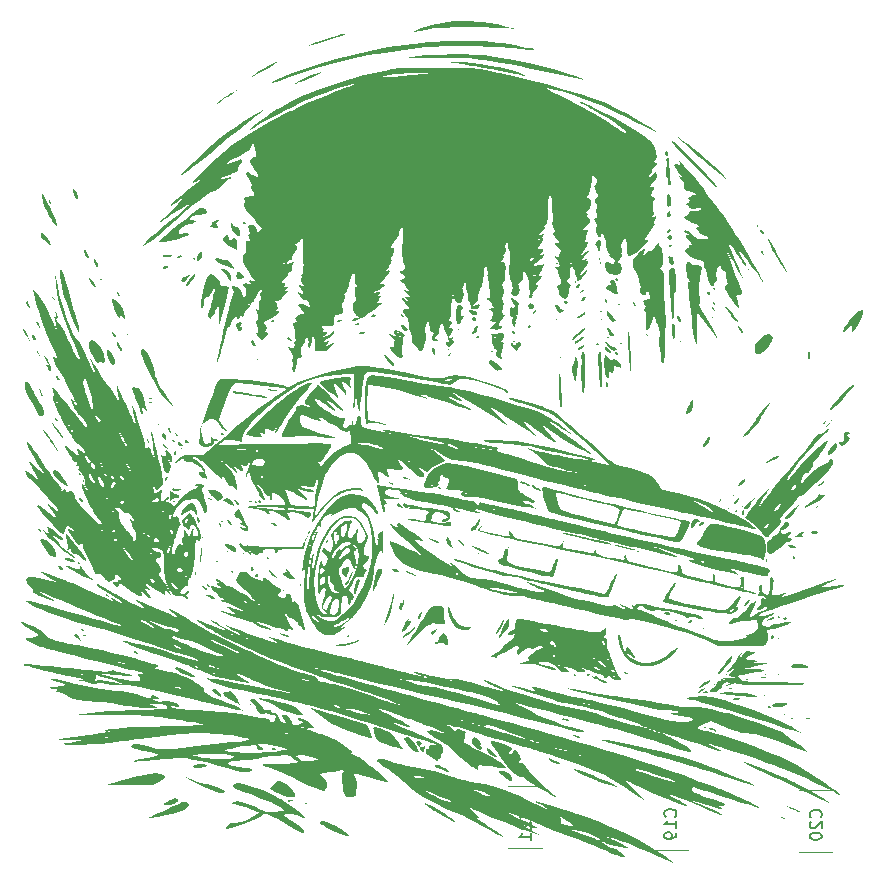
<source format=gbr>
%TF.GenerationSoftware,KiCad,Pcbnew,9.0.0-9.0.0-2~ubuntu22.04.1*%
%TF.CreationDate,2025-03-27T09:55:15+01:00*%
%TF.ProjectId,Motor_driver,4d6f746f-725f-4647-9269-7665722e6b69,rev?*%
%TF.SameCoordinates,Original*%
%TF.FileFunction,Legend,Bot*%
%TF.FilePolarity,Positive*%
%FSLAX46Y46*%
G04 Gerber Fmt 4.6, Leading zero omitted, Abs format (unit mm)*
G04 Created by KiCad (PCBNEW 9.0.0-9.0.0-2~ubuntu22.04.1) date 2025-03-27 09:55:15*
%MOMM*%
%LPD*%
G01*
G04 APERTURE LIST*
%ADD10C,0.150000*%
%ADD11C,0.120000*%
%ADD12C,0.000000*%
G04 APERTURE END LIST*
D10*
X113689580Y-134027142D02*
X113737200Y-133979523D01*
X113737200Y-133979523D02*
X113784819Y-133836666D01*
X113784819Y-133836666D02*
X113784819Y-133741428D01*
X113784819Y-133741428D02*
X113737200Y-133598571D01*
X113737200Y-133598571D02*
X113641961Y-133503333D01*
X113641961Y-133503333D02*
X113546723Y-133455714D01*
X113546723Y-133455714D02*
X113356247Y-133408095D01*
X113356247Y-133408095D02*
X113213390Y-133408095D01*
X113213390Y-133408095D02*
X113022914Y-133455714D01*
X113022914Y-133455714D02*
X112927676Y-133503333D01*
X112927676Y-133503333D02*
X112832438Y-133598571D01*
X112832438Y-133598571D02*
X112784819Y-133741428D01*
X112784819Y-133741428D02*
X112784819Y-133836666D01*
X112784819Y-133836666D02*
X112832438Y-133979523D01*
X112832438Y-133979523D02*
X112880057Y-134027142D01*
X112880057Y-134408095D02*
X112832438Y-134455714D01*
X112832438Y-134455714D02*
X112784819Y-134550952D01*
X112784819Y-134550952D02*
X112784819Y-134789047D01*
X112784819Y-134789047D02*
X112832438Y-134884285D01*
X112832438Y-134884285D02*
X112880057Y-134931904D01*
X112880057Y-134931904D02*
X112975295Y-134979523D01*
X112975295Y-134979523D02*
X113070533Y-134979523D01*
X113070533Y-134979523D02*
X113213390Y-134931904D01*
X113213390Y-134931904D02*
X113784819Y-134360476D01*
X113784819Y-134360476D02*
X113784819Y-134979523D01*
X113784819Y-135931904D02*
X113784819Y-135360476D01*
X113784819Y-135646190D02*
X112784819Y-135646190D01*
X112784819Y-135646190D02*
X112927676Y-135550952D01*
X112927676Y-135550952D02*
X113022914Y-135455714D01*
X113022914Y-135455714D02*
X113070533Y-135360476D01*
X138279580Y-133987142D02*
X138327200Y-133939523D01*
X138327200Y-133939523D02*
X138374819Y-133796666D01*
X138374819Y-133796666D02*
X138374819Y-133701428D01*
X138374819Y-133701428D02*
X138327200Y-133558571D01*
X138327200Y-133558571D02*
X138231961Y-133463333D01*
X138231961Y-133463333D02*
X138136723Y-133415714D01*
X138136723Y-133415714D02*
X137946247Y-133368095D01*
X137946247Y-133368095D02*
X137803390Y-133368095D01*
X137803390Y-133368095D02*
X137612914Y-133415714D01*
X137612914Y-133415714D02*
X137517676Y-133463333D01*
X137517676Y-133463333D02*
X137422438Y-133558571D01*
X137422438Y-133558571D02*
X137374819Y-133701428D01*
X137374819Y-133701428D02*
X137374819Y-133796666D01*
X137374819Y-133796666D02*
X137422438Y-133939523D01*
X137422438Y-133939523D02*
X137470057Y-133987142D01*
X137470057Y-134368095D02*
X137422438Y-134415714D01*
X137422438Y-134415714D02*
X137374819Y-134510952D01*
X137374819Y-134510952D02*
X137374819Y-134749047D01*
X137374819Y-134749047D02*
X137422438Y-134844285D01*
X137422438Y-134844285D02*
X137470057Y-134891904D01*
X137470057Y-134891904D02*
X137565295Y-134939523D01*
X137565295Y-134939523D02*
X137660533Y-134939523D01*
X137660533Y-134939523D02*
X137803390Y-134891904D01*
X137803390Y-134891904D02*
X138374819Y-134320476D01*
X138374819Y-134320476D02*
X138374819Y-134939523D01*
X137374819Y-135558571D02*
X137374819Y-135653809D01*
X137374819Y-135653809D02*
X137422438Y-135749047D01*
X137422438Y-135749047D02*
X137470057Y-135796666D01*
X137470057Y-135796666D02*
X137565295Y-135844285D01*
X137565295Y-135844285D02*
X137755771Y-135891904D01*
X137755771Y-135891904D02*
X137993866Y-135891904D01*
X137993866Y-135891904D02*
X138184342Y-135844285D01*
X138184342Y-135844285D02*
X138279580Y-135796666D01*
X138279580Y-135796666D02*
X138327200Y-135749047D01*
X138327200Y-135749047D02*
X138374819Y-135653809D01*
X138374819Y-135653809D02*
X138374819Y-135558571D01*
X138374819Y-135558571D02*
X138327200Y-135463333D01*
X138327200Y-135463333D02*
X138279580Y-135415714D01*
X138279580Y-135415714D02*
X138184342Y-135368095D01*
X138184342Y-135368095D02*
X137993866Y-135320476D01*
X137993866Y-135320476D02*
X137755771Y-135320476D01*
X137755771Y-135320476D02*
X137565295Y-135368095D01*
X137565295Y-135368095D02*
X137470057Y-135415714D01*
X137470057Y-135415714D02*
X137422438Y-135463333D01*
X137422438Y-135463333D02*
X137374819Y-135558571D01*
X125969580Y-133937142D02*
X126017200Y-133889523D01*
X126017200Y-133889523D02*
X126064819Y-133746666D01*
X126064819Y-133746666D02*
X126064819Y-133651428D01*
X126064819Y-133651428D02*
X126017200Y-133508571D01*
X126017200Y-133508571D02*
X125921961Y-133413333D01*
X125921961Y-133413333D02*
X125826723Y-133365714D01*
X125826723Y-133365714D02*
X125636247Y-133318095D01*
X125636247Y-133318095D02*
X125493390Y-133318095D01*
X125493390Y-133318095D02*
X125302914Y-133365714D01*
X125302914Y-133365714D02*
X125207676Y-133413333D01*
X125207676Y-133413333D02*
X125112438Y-133508571D01*
X125112438Y-133508571D02*
X125064819Y-133651428D01*
X125064819Y-133651428D02*
X125064819Y-133746666D01*
X125064819Y-133746666D02*
X125112438Y-133889523D01*
X125112438Y-133889523D02*
X125160057Y-133937142D01*
X126064819Y-134889523D02*
X126064819Y-134318095D01*
X126064819Y-134603809D02*
X125064819Y-134603809D01*
X125064819Y-134603809D02*
X125207676Y-134508571D01*
X125207676Y-134508571D02*
X125302914Y-134413333D01*
X125302914Y-134413333D02*
X125350533Y-134318095D01*
X126064819Y-135365714D02*
X126064819Y-135556190D01*
X126064819Y-135556190D02*
X126017200Y-135651428D01*
X126017200Y-135651428D02*
X125969580Y-135699047D01*
X125969580Y-135699047D02*
X125826723Y-135794285D01*
X125826723Y-135794285D02*
X125636247Y-135841904D01*
X125636247Y-135841904D02*
X125255295Y-135841904D01*
X125255295Y-135841904D02*
X125160057Y-135794285D01*
X125160057Y-135794285D02*
X125112438Y-135746666D01*
X125112438Y-135746666D02*
X125064819Y-135651428D01*
X125064819Y-135651428D02*
X125064819Y-135460952D01*
X125064819Y-135460952D02*
X125112438Y-135365714D01*
X125112438Y-135365714D02*
X125160057Y-135318095D01*
X125160057Y-135318095D02*
X125255295Y-135270476D01*
X125255295Y-135270476D02*
X125493390Y-135270476D01*
X125493390Y-135270476D02*
X125588628Y-135318095D01*
X125588628Y-135318095D02*
X125636247Y-135365714D01*
X125636247Y-135365714D02*
X125683866Y-135460952D01*
X125683866Y-135460952D02*
X125683866Y-135651428D01*
X125683866Y-135651428D02*
X125636247Y-135746666D01*
X125636247Y-135746666D02*
X125588628Y-135794285D01*
X125588628Y-135794285D02*
X125493390Y-135841904D01*
D11*
%TO.C,C21*%
X111834252Y-131390000D02*
X114665748Y-131390000D01*
X111834252Y-136610000D02*
X114665748Y-136610000D01*
%TO.C,C20*%
X136434252Y-131690000D02*
X139265748Y-131690000D01*
X136434252Y-136910000D02*
X139265748Y-136910000D01*
D12*
%TO.C,G\u002A\u002A\u002A*%
G36*
X71733077Y-108131537D02*
G01*
X71684231Y-108180384D01*
X71635385Y-108131538D01*
X71684231Y-108082692D01*
X71733077Y-108131537D01*
G37*
G36*
X74370769Y-110671539D02*
G01*
X74321923Y-110720384D01*
X74273077Y-110671538D01*
X74321923Y-110622692D01*
X74370769Y-110671539D01*
G37*
G36*
X74859231Y-106177692D02*
G01*
X74810384Y-106226538D01*
X74761538Y-106177692D01*
X74810385Y-106128846D01*
X74859231Y-106177692D01*
G37*
G36*
X77496923Y-113895384D02*
G01*
X77448077Y-113944230D01*
X77399231Y-113895384D01*
X77448077Y-113846538D01*
X77496923Y-113895384D01*
G37*
G36*
X77692308Y-115067692D02*
G01*
X77643462Y-115116538D01*
X77594614Y-115067692D01*
X77643462Y-115018846D01*
X77692308Y-115067692D01*
G37*
G36*
X77887692Y-121515385D02*
G01*
X77838846Y-121564230D01*
X77790000Y-121515384D01*
X77838846Y-121466538D01*
X77887692Y-121515385D01*
G37*
G36*
X82772308Y-100511538D02*
G01*
X82723462Y-100560384D01*
X82674615Y-100511538D01*
X82723461Y-100462692D01*
X82772308Y-100511538D01*
G37*
G36*
X84237692Y-102758461D02*
G01*
X84188846Y-102807307D01*
X84140000Y-102758461D01*
X84188846Y-102709615D01*
X84237692Y-102758461D01*
G37*
G36*
X85996154Y-110280769D02*
G01*
X85947308Y-110329615D01*
X85898462Y-110280769D01*
X85947308Y-110231923D01*
X85996154Y-110280769D01*
G37*
G36*
X87656923Y-108913076D02*
G01*
X87608077Y-108961923D01*
X87559231Y-108913076D01*
X87608077Y-108864230D01*
X87656923Y-108913076D01*
G37*
G36*
X87754615Y-117607692D02*
G01*
X87705768Y-117656538D01*
X87656923Y-117607693D01*
X87705769Y-117558846D01*
X87754615Y-117607692D01*
G37*
G36*
X90099231Y-124446153D02*
G01*
X90050385Y-124494999D01*
X90001538Y-124446153D01*
X90050385Y-124397307D01*
X90099231Y-124446153D01*
G37*
G36*
X90685385Y-95236153D02*
G01*
X90636538Y-95284999D01*
X90587692Y-95236153D01*
X90636538Y-95187306D01*
X90685385Y-95236153D01*
G37*
G36*
X91076154Y-108229230D02*
G01*
X91027308Y-108278076D01*
X90978462Y-108229230D01*
X91027308Y-108180384D01*
X91076154Y-108229230D01*
G37*
G36*
X91466923Y-71985384D02*
G01*
X91418077Y-72034230D01*
X91369231Y-71985384D01*
X91418078Y-71936538D01*
X91466923Y-71985384D01*
G37*
G36*
X94788462Y-131479999D02*
G01*
X94739616Y-131528846D01*
X94690769Y-131479999D01*
X94739615Y-131431153D01*
X94788462Y-131479999D01*
G37*
G36*
X94886154Y-110183076D02*
G01*
X94837308Y-110231922D01*
X94788462Y-110183076D01*
X94837308Y-110134230D01*
X94886154Y-110183076D01*
G37*
G36*
X98305385Y-67589230D02*
G01*
X98256538Y-67638076D01*
X98207691Y-67589230D01*
X98256538Y-67540384D01*
X98305385Y-67589230D01*
G37*
G36*
X104557692Y-95431538D02*
G01*
X104508846Y-95480384D01*
X104460000Y-95431538D01*
X104508847Y-95382692D01*
X104557692Y-95431538D01*
G37*
G36*
X106804615Y-94356923D02*
G01*
X106755769Y-94405769D01*
X106706923Y-94356923D01*
X106755769Y-94308076D01*
X106804615Y-94356923D01*
G37*
G36*
X106804615Y-95529229D02*
G01*
X106755769Y-95578076D01*
X106706923Y-95529230D01*
X106755770Y-95480384D01*
X106804615Y-95529229D01*
G37*
G36*
X107683847Y-92696153D02*
G01*
X107635000Y-92744999D01*
X107586154Y-92696153D01*
X107635000Y-92647307D01*
X107683847Y-92696153D01*
G37*
G36*
X109344615Y-111648461D02*
G01*
X109295769Y-111697307D01*
X109246923Y-111648460D01*
X109295769Y-111599615D01*
X109344615Y-111648461D01*
G37*
G36*
X110516924Y-94552307D02*
G01*
X110468077Y-94601153D01*
X110419231Y-94552307D01*
X110468077Y-94503461D01*
X110516924Y-94552307D01*
G37*
G36*
X112373077Y-93673076D02*
G01*
X112324231Y-93721923D01*
X112275385Y-93673076D01*
X112324231Y-93624230D01*
X112373077Y-93673076D01*
G37*
G36*
X114229231Y-107838461D02*
G01*
X114180384Y-107887307D01*
X114131538Y-107838461D01*
X114180385Y-107789615D01*
X114229231Y-107838461D01*
G37*
G36*
X115987692Y-91816923D02*
G01*
X115938846Y-91865769D01*
X115890000Y-91816923D01*
X115938847Y-91768076D01*
X115987692Y-91816923D01*
G37*
G36*
X116280769Y-95040769D02*
G01*
X116231923Y-95089615D01*
X116183077Y-95040769D01*
X116231922Y-94991923D01*
X116280769Y-95040769D01*
G37*
G36*
X116964615Y-123078461D02*
G01*
X116915769Y-123127307D01*
X116866923Y-123078461D01*
X116915769Y-123029615D01*
X116964615Y-123078461D01*
G37*
G36*
X118332308Y-122003846D02*
G01*
X118283462Y-122052692D01*
X118234615Y-122003845D01*
X118283462Y-121954998D01*
X118332308Y-122003846D01*
G37*
G36*
X119797692Y-91816923D02*
G01*
X119748846Y-91865769D01*
X119700000Y-91816923D01*
X119748846Y-91768075D01*
X119797692Y-91816923D01*
G37*
G36*
X121263077Y-90546923D02*
G01*
X121214231Y-90595769D01*
X121165385Y-90546923D01*
X121214231Y-90498076D01*
X121263077Y-90546923D01*
G37*
G36*
X121556154Y-112039230D02*
G01*
X121507308Y-112088076D01*
X121458462Y-112039230D01*
X121507308Y-111990384D01*
X121556154Y-112039230D01*
G37*
G36*
X128394615Y-117998461D02*
G01*
X128345769Y-118047306D01*
X128296923Y-117998461D01*
X128345769Y-117949615D01*
X128394615Y-117998461D01*
G37*
G36*
X129664615Y-126497692D02*
G01*
X129615769Y-126546538D01*
X129566923Y-126497692D01*
X129615769Y-126448846D01*
X129664615Y-126497692D01*
G37*
G36*
X130348462Y-121906153D02*
G01*
X130299615Y-121954999D01*
X130250769Y-121906153D01*
X130299615Y-121857307D01*
X130348462Y-121906153D01*
G37*
G36*
X130543846Y-107838461D02*
G01*
X130495000Y-107887307D01*
X130446154Y-107838462D01*
X130495000Y-107789615D01*
X130543846Y-107838461D01*
G37*
G36*
X131716154Y-107643076D02*
G01*
X131667308Y-107691923D01*
X131618462Y-107643077D01*
X131667308Y-107594230D01*
X131716154Y-107643076D01*
G37*
G36*
X131813846Y-88495384D02*
G01*
X131765000Y-88544230D01*
X131716154Y-88495384D01*
X131765000Y-88446537D01*
X131813846Y-88495384D01*
G37*
G36*
X132106923Y-122296923D02*
G01*
X132058077Y-122345769D01*
X132009231Y-122296923D01*
X132058077Y-122248076D01*
X132106923Y-122296923D01*
G37*
G36*
X132204615Y-87616153D02*
G01*
X132155769Y-87664999D01*
X132106923Y-87616154D01*
X132155769Y-87567307D01*
X132204615Y-87616153D01*
G37*
G36*
X133572308Y-123664615D02*
G01*
X133523462Y-123713461D01*
X133474615Y-123664615D01*
X133523462Y-123615769D01*
X133572308Y-123664615D01*
G37*
G36*
X133669999Y-121906153D02*
G01*
X133621154Y-121954998D01*
X133572308Y-121906153D01*
X133621154Y-121857307D01*
X133669999Y-121906153D01*
G37*
G36*
X134060769Y-119463846D02*
G01*
X134011923Y-119512692D01*
X133963077Y-119463846D01*
X134011923Y-119414999D01*
X134060769Y-119463846D01*
G37*
G36*
X134744615Y-121906153D02*
G01*
X134695769Y-121954999D01*
X134646923Y-121906153D01*
X134695769Y-121857307D01*
X134744615Y-121906153D01*
G37*
G36*
X135916923Y-125618461D02*
G01*
X135868077Y-125667307D01*
X135819231Y-125618461D01*
X135868077Y-125569614D01*
X135916923Y-125618461D01*
G37*
G36*
X137577691Y-127181538D02*
G01*
X137528846Y-127230383D01*
X137480000Y-127181538D01*
X137528846Y-127132692D01*
X137577691Y-127181538D01*
G37*
G36*
X74240513Y-112609102D02*
G01*
X74255796Y-112638486D01*
X74175385Y-112674230D01*
X74123667Y-112667180D01*
X74110256Y-112609102D01*
X74124575Y-112597410D01*
X74240513Y-112609102D01*
G37*
G36*
X75445385Y-112088076D02*
G01*
X75438334Y-112139794D01*
X75380256Y-112153204D01*
X75368565Y-112138886D01*
X75380256Y-112022948D01*
X75409640Y-112007665D01*
X75445385Y-112088076D01*
G37*
G36*
X76049856Y-118566726D02*
G01*
X76095074Y-118601890D01*
X75990833Y-118625748D01*
X75891748Y-118618841D01*
X75862612Y-118574439D01*
X75897174Y-118555080D01*
X76049856Y-118566726D01*
G37*
G36*
X75933846Y-105542692D02*
G01*
X75926796Y-105594410D01*
X75868718Y-105607820D01*
X75857026Y-105593501D01*
X75868718Y-105477563D01*
X75898102Y-105462279D01*
X75933846Y-105542692D01*
G37*
G36*
X79646154Y-93135769D02*
G01*
X79639104Y-93187487D01*
X79581026Y-93200897D01*
X79569334Y-93186578D01*
X79581026Y-93070640D01*
X79610410Y-93055357D01*
X79646154Y-93135769D01*
G37*
G36*
X81618317Y-98832880D02*
G01*
X81663536Y-98868044D01*
X81559295Y-98891903D01*
X81460209Y-98884995D01*
X81431074Y-98840592D01*
X81465636Y-98821234D01*
X81618317Y-98832880D01*
G37*
G36*
X82283846Y-100755770D02*
G01*
X82276796Y-100807487D01*
X82218718Y-100820898D01*
X82207026Y-100806578D01*
X82218718Y-100690640D01*
X82248102Y-100675357D01*
X82283846Y-100755770D01*
G37*
G36*
X83618974Y-107236026D02*
G01*
X83634258Y-107265409D01*
X83553846Y-107301154D01*
X83502127Y-107294103D01*
X83488718Y-107236026D01*
X83503035Y-107224333D01*
X83618974Y-107236026D01*
G37*
G36*
X85394575Y-113358076D02*
G01*
X85380957Y-113492464D01*
X85345300Y-113480192D01*
X85332397Y-113435970D01*
X85345300Y-113235961D01*
X85379222Y-113219389D01*
X85394575Y-113358076D01*
G37*
G36*
X86289231Y-102123461D02*
G01*
X86282181Y-102175179D01*
X86224103Y-102188589D01*
X86212411Y-102174271D01*
X86224103Y-102058333D01*
X86253487Y-102043049D01*
X86289231Y-102123461D01*
G37*
G36*
X86386923Y-108375769D02*
G01*
X86379873Y-108427487D01*
X86321795Y-108440897D01*
X86310103Y-108426578D01*
X86321795Y-108310640D01*
X86351179Y-108295357D01*
X86386923Y-108375769D01*
G37*
G36*
X88112821Y-111436794D02*
G01*
X88128104Y-111466178D01*
X88047692Y-111501922D01*
X87995974Y-111494872D01*
X87982564Y-111436794D01*
X87996883Y-111425102D01*
X88112821Y-111436794D01*
G37*
G36*
X89480513Y-111632179D02*
G01*
X89495796Y-111661563D01*
X89415385Y-111697307D01*
X89363667Y-111690257D01*
X89350256Y-111632179D01*
X89364575Y-111620487D01*
X89480513Y-111632179D01*
G37*
G36*
X90117548Y-107234418D02*
G01*
X90162766Y-107269582D01*
X90058526Y-107293441D01*
X89959440Y-107286534D01*
X89930305Y-107242131D01*
X89964867Y-107222772D01*
X90117548Y-107234418D01*
G37*
G36*
X94300000Y-114334999D02*
G01*
X94292950Y-114386717D01*
X94234872Y-114400128D01*
X94223180Y-114385809D01*
X94234872Y-114269871D01*
X94264256Y-114254588D01*
X94300000Y-114334999D01*
G37*
G36*
X116052821Y-87111410D02*
G01*
X116068104Y-87140794D01*
X115987692Y-87176538D01*
X115935974Y-87169488D01*
X115922564Y-87111410D01*
X115936883Y-87099718D01*
X116052821Y-87111410D01*
G37*
G36*
X119700001Y-87078846D02*
G01*
X119692950Y-87130564D01*
X119634872Y-87143974D01*
X119623180Y-87129655D01*
X119634872Y-87013717D01*
X119664256Y-86998434D01*
X119700001Y-87078846D01*
G37*
G36*
X119765129Y-91116794D02*
G01*
X119780412Y-91146179D01*
X119700000Y-91181923D01*
X119648282Y-91174871D01*
X119634872Y-91116794D01*
X119649191Y-91105102D01*
X119765129Y-91116794D01*
G37*
G36*
X121425897Y-93852179D02*
G01*
X121441181Y-93881563D01*
X121360769Y-93917307D01*
X121309051Y-93910257D01*
X121295641Y-93852179D01*
X121309960Y-93840487D01*
X121425897Y-93852179D01*
G37*
G36*
X122891282Y-111436794D02*
G01*
X122906566Y-111466178D01*
X122826154Y-111501923D01*
X122774436Y-111494872D01*
X122761026Y-111436794D01*
X122775344Y-111425102D01*
X122891282Y-111436794D01*
G37*
G36*
X126433057Y-93664935D02*
G01*
X126426149Y-93764021D01*
X126381747Y-93793156D01*
X126362388Y-93758594D01*
X126374034Y-93605913D01*
X126409198Y-93560694D01*
X126433057Y-93664935D01*
G37*
G36*
X126425344Y-93135768D02*
G01*
X126411726Y-93270156D01*
X126376070Y-93257884D01*
X126363167Y-93213663D01*
X126376070Y-93013652D01*
X126409992Y-92997081D01*
X126425344Y-93135768D01*
G37*
G36*
X126929230Y-117656538D02*
G01*
X126922181Y-117708256D01*
X126864103Y-117721665D01*
X126852411Y-117707349D01*
X126864102Y-117591410D01*
X126893487Y-117576127D01*
X126929230Y-117656538D01*
G37*
G36*
X128557436Y-126383717D02*
G01*
X128572721Y-126413101D01*
X128492308Y-126448846D01*
X128440590Y-126441795D01*
X128427180Y-126383717D01*
X128441498Y-126372026D01*
X128557436Y-126383717D01*
G37*
G36*
X129176154Y-91670384D02*
G01*
X129169104Y-91722102D01*
X129111026Y-91735512D01*
X129099334Y-91721193D01*
X129111026Y-91605256D01*
X129140410Y-91589971D01*
X129176154Y-91670384D01*
G37*
G36*
X130757548Y-123060572D02*
G01*
X130802767Y-123095736D01*
X130698526Y-123119595D01*
X130599440Y-123112687D01*
X130570305Y-123068284D01*
X130604867Y-123048927D01*
X130757548Y-123060572D01*
G37*
G36*
X132986154Y-83952692D02*
G01*
X132979105Y-84004410D01*
X132921026Y-84017820D01*
X132909334Y-84003501D01*
X132921026Y-83887564D01*
X132950410Y-83872280D01*
X132986154Y-83952692D01*
G37*
G36*
X133752267Y-112283461D02*
G01*
X133738650Y-112417849D01*
X133702993Y-112405577D01*
X133690091Y-112361356D01*
X133702993Y-112161346D01*
X133736915Y-112144774D01*
X133752267Y-112283461D01*
G37*
G36*
X135349087Y-125307495D02*
G01*
X135394305Y-125342659D01*
X135290064Y-125366518D01*
X135190979Y-125359610D01*
X135161843Y-125315208D01*
X135196405Y-125295849D01*
X135349087Y-125307495D01*
G37*
G36*
X137545128Y-125992948D02*
G01*
X137560412Y-126022332D01*
X137480000Y-126058076D01*
X137428282Y-126051026D01*
X137414872Y-125992948D01*
X137429190Y-125981256D01*
X137545128Y-125992948D01*
G37*
G36*
X75569817Y-104829831D02*
G01*
X75640769Y-104962303D01*
X75635611Y-105017091D01*
X75584635Y-105040126D01*
X75505802Y-104902618D01*
X75488681Y-104826415D01*
X75544196Y-104810691D01*
X75569817Y-104829831D01*
G37*
G36*
X83710167Y-103028756D02*
G01*
X83728128Y-103067367D01*
X83692281Y-103211188D01*
X83628436Y-103285120D01*
X83574630Y-103211583D01*
X83562656Y-103120729D01*
X83613591Y-103012714D01*
X83710167Y-103028756D01*
G37*
G36*
X90573039Y-107306038D02*
G01*
X90578227Y-107353463D01*
X90494885Y-107384192D01*
X90453736Y-107365676D01*
X90384981Y-107274288D01*
X90399457Y-107228477D01*
X90487468Y-107204774D01*
X90573039Y-107306038D01*
G37*
G36*
X91587236Y-112071621D02*
G01*
X91591768Y-112076224D01*
X91609902Y-112136526D01*
X91459092Y-112114335D01*
X91333196Y-112061453D01*
X91355875Y-112011118D01*
X91418353Y-112002754D01*
X91587236Y-112071621D01*
G37*
G36*
X92799789Y-114675196D02*
G01*
X92877181Y-114794825D01*
X92884135Y-114813359D01*
X92904633Y-114911248D01*
X92822493Y-114849512D01*
X92766748Y-114777681D01*
X92755790Y-114674337D01*
X92799789Y-114675196D01*
G37*
G36*
X102933574Y-91462436D02*
G01*
X102994616Y-91590419D01*
X102968553Y-91633734D01*
X102845716Y-91570732D01*
X102767847Y-91490913D01*
X102741524Y-91402450D01*
X102812290Y-91387175D01*
X102933574Y-91462436D01*
G37*
G36*
X129845200Y-107069101D02*
G01*
X129815171Y-107196961D01*
X129769224Y-107261338D01*
X129703599Y-107288055D01*
X129728595Y-107150402D01*
X129765283Y-107079172D01*
X129833005Y-107046210D01*
X129845200Y-107069101D01*
G37*
G36*
X131188175Y-108067597D02*
G01*
X131158018Y-108110995D01*
X131075388Y-108180384D01*
X131061731Y-108179433D01*
X131040217Y-108122882D01*
X131145094Y-108024517D01*
X131199689Y-108000747D01*
X131188175Y-108067597D01*
G37*
G36*
X138026637Y-107676828D02*
G01*
X138013657Y-107696715D01*
X137917132Y-107786687D01*
X137870769Y-107746534D01*
X137879502Y-107724561D01*
X137983556Y-107633748D01*
X138038151Y-107609978D01*
X138026637Y-107676828D01*
G37*
G36*
X138713350Y-100488754D02*
G01*
X138650348Y-100611591D01*
X138570529Y-100689460D01*
X138482066Y-100715783D01*
X138466791Y-100645017D01*
X138542051Y-100523733D01*
X138670035Y-100462691D01*
X138713350Y-100488754D01*
G37*
G36*
X72177226Y-109589303D02*
G01*
X72300913Y-109737355D01*
X72306264Y-109796168D01*
X72215433Y-109822836D01*
X72168158Y-109799927D01*
X72044471Y-109651874D01*
X72039120Y-109593062D01*
X72129952Y-109566394D01*
X72177226Y-109589303D01*
G37*
G36*
X73003077Y-81705769D02*
G01*
X73046276Y-81790297D01*
X73092407Y-81998846D01*
X73069705Y-82060105D01*
X73003077Y-81949999D01*
X72975328Y-81882000D01*
X72920567Y-81700068D01*
X72929817Y-81629042D01*
X73003077Y-81705769D01*
G37*
G36*
X73342764Y-90007759D02*
G01*
X73426728Y-90083923D01*
X73491538Y-90168115D01*
X73447431Y-90215560D01*
X73343384Y-90164687D01*
X73255523Y-90044643D01*
X73244016Y-90013666D01*
X73236851Y-89936481D01*
X73342764Y-90007759D01*
G37*
G36*
X73615632Y-100238425D02*
G01*
X73686923Y-100376530D01*
X73679396Y-100409381D01*
X73589231Y-100413846D01*
X73562830Y-100393882D01*
X73491538Y-100255776D01*
X73499065Y-100222927D01*
X73589231Y-100218461D01*
X73615632Y-100238425D01*
G37*
G36*
X75467976Y-112384907D02*
G01*
X75543077Y-112478846D01*
X75541957Y-112500954D01*
X75499996Y-112576538D01*
X75484326Y-112572042D01*
X75396538Y-112478846D01*
X75381274Y-112441003D01*
X75439619Y-112381153D01*
X75467976Y-112384907D01*
G37*
G36*
X75933846Y-118144999D02*
G01*
X75953505Y-118157850D01*
X76024519Y-118225386D01*
X75915189Y-118241196D01*
X75829033Y-118230002D01*
X75689615Y-118145000D01*
X75669425Y-118073044D01*
X75754856Y-118058701D01*
X75933846Y-118144999D01*
G37*
G36*
X77360290Y-88353341D02*
G01*
X77448077Y-88446538D01*
X77463342Y-88484380D01*
X77404996Y-88544231D01*
X77376640Y-88540476D01*
X77301538Y-88446538D01*
X77302659Y-88424429D01*
X77344619Y-88348846D01*
X77360290Y-88353341D01*
G37*
G36*
X77912115Y-115201769D02*
G01*
X78016317Y-115291183D01*
X78083077Y-115372731D01*
X78081473Y-115389873D01*
X78017824Y-115390534D01*
X77875231Y-115238653D01*
X77820658Y-115167869D01*
X77796399Y-115117280D01*
X77912115Y-115201769D01*
G37*
G36*
X78818876Y-89564248D02*
G01*
X78908275Y-89703882D01*
X78962307Y-89851574D01*
X78925085Y-89867844D01*
X78818876Y-89759633D01*
X78729477Y-89620000D01*
X78675445Y-89472307D01*
X78712668Y-89456038D01*
X78818876Y-89564248D01*
G37*
G36*
X81306923Y-101976923D02*
G01*
X81353340Y-102025857D01*
X81403119Y-102202496D01*
X81402789Y-102224711D01*
X81382793Y-102312702D01*
X81306923Y-102221154D01*
X81234968Y-102085529D01*
X81220625Y-101969039D01*
X81306923Y-101976923D01*
G37*
G36*
X81627575Y-98413950D02*
G01*
X81697692Y-98508847D01*
X81679052Y-98555533D01*
X81545388Y-98606538D01*
X81475608Y-98592480D01*
X81453462Y-98508846D01*
X81473457Y-98482166D01*
X81605766Y-98411153D01*
X81627575Y-98413950D01*
G37*
G36*
X83014194Y-105201554D02*
G01*
X82963214Y-105355674D01*
X82882673Y-105476773D01*
X82810939Y-105516195D01*
X82806393Y-105510916D01*
X82804596Y-105383597D01*
X82879885Y-105227871D01*
X82981582Y-105151923D01*
X83014194Y-105201554D01*
G37*
G36*
X83473278Y-102029416D02*
G01*
X83602692Y-102123461D01*
X83618343Y-102160962D01*
X83565377Y-102221153D01*
X83536722Y-102217506D01*
X83407308Y-102123460D01*
X83391657Y-102085960D01*
X83444623Y-102025769D01*
X83473278Y-102029416D01*
G37*
G36*
X85237207Y-86594138D02*
G01*
X85312307Y-86688076D01*
X85311188Y-86710185D01*
X85269227Y-86785769D01*
X85253556Y-86781273D01*
X85165769Y-86688076D01*
X85150505Y-86650234D01*
X85208850Y-86590384D01*
X85237207Y-86594138D01*
G37*
G36*
X86440303Y-114278533D02*
G01*
X86563990Y-114426586D01*
X86569341Y-114485400D01*
X86478510Y-114512067D01*
X86431235Y-114489158D01*
X86307548Y-114341105D01*
X86302197Y-114282292D01*
X86393029Y-114255625D01*
X86440303Y-114278533D01*
G37*
G36*
X86582173Y-106979735D02*
G01*
X86697137Y-107017005D01*
X86777691Y-107068316D01*
X86777180Y-107073817D01*
X86695574Y-107108431D01*
X86548273Y-107084176D01*
X86441400Y-107017187D01*
X86449958Y-106973302D01*
X86582173Y-106979735D01*
G37*
G36*
X87191812Y-112188607D02*
G01*
X87266154Y-112283461D01*
X87263315Y-112306812D01*
X87168462Y-112381152D01*
X87145111Y-112378314D01*
X87070769Y-112283461D01*
X87073608Y-112260110D01*
X87168462Y-112185769D01*
X87191812Y-112188607D01*
G37*
G36*
X87455039Y-109104444D02*
G01*
X87504237Y-109155112D01*
X87556123Y-109334034D01*
X87552583Y-109398461D01*
X87516490Y-109433243D01*
X87410595Y-109310977D01*
X87321021Y-109158694D01*
X87329613Y-109067576D01*
X87455039Y-109104444D01*
G37*
G36*
X87675098Y-101451571D02*
G01*
X87754615Y-101537307D01*
X87751984Y-101560485D01*
X87662689Y-101634999D01*
X87635280Y-101631273D01*
X87510385Y-101537306D01*
X87501194Y-101486975D01*
X87602311Y-101439615D01*
X87675098Y-101451571D01*
G37*
G36*
X88468990Y-113082109D02*
G01*
X88571482Y-113211538D01*
X88594866Y-113284122D01*
X88593896Y-113358076D01*
X88554061Y-113332862D01*
X88438462Y-113211538D01*
X88383691Y-113123086D01*
X88416048Y-113064999D01*
X88468990Y-113082109D01*
G37*
G36*
X89539478Y-83630733D02*
G01*
X89610769Y-83768838D01*
X89603243Y-83801688D01*
X89513077Y-83806153D01*
X89486676Y-83786189D01*
X89415385Y-83648084D01*
X89422911Y-83615234D01*
X89513077Y-83610769D01*
X89539478Y-83630733D01*
G37*
G36*
X90652820Y-113390640D02*
G01*
X90666938Y-113415399D01*
X90640555Y-113546961D01*
X90577371Y-113614660D01*
X90453776Y-113645233D01*
X90392307Y-113559226D01*
X90421779Y-113476402D01*
X90538558Y-113383275D01*
X90652820Y-113390640D01*
G37*
G36*
X90809757Y-107174611D02*
G01*
X90880769Y-107306919D01*
X90877973Y-107328729D01*
X90783077Y-107398846D01*
X90736390Y-107380206D01*
X90685385Y-107246542D01*
X90699443Y-107176762D01*
X90783077Y-107154615D01*
X90809757Y-107174611D01*
G37*
G36*
X92072060Y-128119685D02*
G01*
X92150769Y-128207307D01*
X92111470Y-128265142D01*
X91949619Y-128304998D01*
X91838758Y-128284200D01*
X91808846Y-128207307D01*
X91843670Y-128169153D01*
X92009996Y-128109615D01*
X92072060Y-128119685D01*
G37*
G36*
X92053076Y-91966527D02*
G01*
X92036569Y-92010028D01*
X91906538Y-92061153D01*
X91839774Y-92056910D01*
X91760000Y-92022759D01*
X91777998Y-91997473D01*
X91906538Y-91928133D01*
X91981468Y-91912775D01*
X92053076Y-91966527D01*
G37*
G36*
X93479919Y-132509573D02*
G01*
X93583410Y-132536118D01*
X93518462Y-132603462D01*
X93462685Y-132637726D01*
X93289058Y-132693427D01*
X93176538Y-132603461D01*
X93209366Y-132534692D01*
X93390581Y-132507265D01*
X93479919Y-132509573D01*
G37*
G36*
X94713360Y-132704907D02*
G01*
X94788462Y-132798846D01*
X94787342Y-132820954D01*
X94745381Y-132896538D01*
X94729710Y-132892042D01*
X94641923Y-132798847D01*
X94626658Y-132761004D01*
X94685004Y-132701153D01*
X94713360Y-132704907D01*
G37*
G36*
X95021205Y-109764205D02*
G01*
X95019174Y-109889999D01*
X94987541Y-109960147D01*
X94924548Y-110036538D01*
X94907055Y-110020341D01*
X94886154Y-109889999D01*
X94896814Y-109822634D01*
X94980780Y-109743462D01*
X95021205Y-109764205D01*
G37*
G36*
X96609810Y-110471647D02*
G01*
X96546923Y-110622692D01*
X96471971Y-110743189D01*
X96393510Y-110818076D01*
X96386344Y-110773736D01*
X96449231Y-110622692D01*
X96524183Y-110502195D01*
X96602644Y-110427307D01*
X96609810Y-110471647D01*
G37*
G36*
X97738962Y-91885844D02*
G01*
X97768078Y-91963461D01*
X97701727Y-92017559D01*
X97512315Y-92061153D01*
X97406421Y-92041078D01*
X97377308Y-91963461D01*
X97443657Y-91909363D01*
X97633070Y-91865769D01*
X97738962Y-91885844D01*
G37*
G36*
X98403077Y-118627695D02*
G01*
X98399323Y-118656052D01*
X98305385Y-118731153D01*
X98283276Y-118730033D01*
X98207692Y-118688073D01*
X98212188Y-118672402D01*
X98305385Y-118584615D01*
X98343228Y-118569350D01*
X98403077Y-118627695D01*
G37*
G36*
X99204347Y-92178921D02*
G01*
X99233462Y-92256538D01*
X99167112Y-92310636D01*
X98977700Y-92354230D01*
X98871807Y-92334155D01*
X98842692Y-92256538D01*
X98909042Y-92202440D01*
X99098454Y-92158846D01*
X99204347Y-92178921D01*
G37*
G36*
X100562738Y-91432598D02*
G01*
X100612844Y-91486720D01*
X100538315Y-91583407D01*
X100498956Y-91607123D01*
X100322595Y-91664261D01*
X100259231Y-91578458D01*
X100272684Y-91515997D01*
X100395347Y-91413688D01*
X100562738Y-91432598D01*
G37*
G36*
X103073948Y-105208388D02*
G01*
X103300750Y-105294444D01*
X103629614Y-105446800D01*
X103294816Y-105396036D01*
X103059709Y-105350864D01*
X102903119Y-105281523D01*
X102918123Y-105195851D01*
X102931057Y-105189186D01*
X103073948Y-105208388D01*
G37*
G36*
X106983914Y-94701775D02*
G01*
X106902308Y-94845384D01*
X106819572Y-94924582D01*
X106727927Y-94947798D01*
X106723009Y-94891301D01*
X106804615Y-94747693D01*
X106887352Y-94668493D01*
X106978996Y-94645278D01*
X106983914Y-94701775D01*
G37*
G36*
X108986151Y-91684866D02*
G01*
X109112951Y-91800514D01*
X109097453Y-91968205D01*
X109041636Y-92015296D01*
X108896303Y-91956243D01*
X108799284Y-91853479D01*
X108771895Y-91723238D01*
X108899235Y-91670384D01*
X108986151Y-91684866D01*
G37*
G36*
X109363181Y-93244483D02*
G01*
X109442308Y-93331153D01*
X109425775Y-93376095D01*
X109295769Y-93428846D01*
X109228357Y-93417824D01*
X109149231Y-93331153D01*
X109165763Y-93286212D01*
X109295769Y-93233461D01*
X109363181Y-93244483D01*
G37*
G36*
X112323155Y-92841799D02*
G01*
X112395452Y-92925058D01*
X112414097Y-93050739D01*
X112332591Y-93102096D01*
X112227285Y-93036313D01*
X112177692Y-92873810D01*
X112177766Y-92863057D01*
X112208034Y-92774076D01*
X112323155Y-92841799D01*
G37*
G36*
X113759753Y-92364300D02*
G01*
X113838462Y-92451923D01*
X113799163Y-92509757D01*
X113637311Y-92549615D01*
X113526450Y-92528816D01*
X113496538Y-92451923D01*
X113531363Y-92413769D01*
X113697689Y-92354230D01*
X113759753Y-92364300D01*
G37*
G36*
X114229231Y-91064692D02*
G01*
X114214852Y-91116456D01*
X114112000Y-91260076D01*
X113962890Y-91369242D01*
X113897756Y-91340153D01*
X113958826Y-91181923D01*
X114065957Y-91047543D01*
X114180588Y-90986574D01*
X114229231Y-91064692D01*
G37*
G36*
X117470201Y-121860954D02*
G01*
X117599616Y-121954999D01*
X117615266Y-121992501D01*
X117562300Y-122052692D01*
X117533645Y-122049044D01*
X117404231Y-121954999D01*
X117388581Y-121917498D01*
X117441546Y-121857307D01*
X117470201Y-121860954D01*
G37*
G36*
X117511828Y-88548726D02*
G01*
X117599616Y-88641923D01*
X117614880Y-88679765D01*
X117556535Y-88739615D01*
X117528178Y-88735861D01*
X117453078Y-88641923D01*
X117454197Y-88619814D01*
X117496158Y-88544230D01*
X117511828Y-88548726D01*
G37*
G36*
X118299731Y-89369206D02*
G01*
X118191520Y-89475414D01*
X118051887Y-89564813D01*
X117904195Y-89618846D01*
X117887925Y-89581622D01*
X117996136Y-89475414D01*
X118135770Y-89386015D01*
X118283462Y-89331984D01*
X118299731Y-89369206D01*
G37*
G36*
X118749776Y-121871365D02*
G01*
X118771923Y-121954998D01*
X118751927Y-121981679D01*
X118619619Y-122052692D01*
X118597809Y-122049895D01*
X118527692Y-121954999D01*
X118546332Y-121908312D01*
X118679996Y-121857307D01*
X118749776Y-121871365D01*
G37*
G36*
X119430274Y-93822455D02*
G01*
X119504615Y-93917307D01*
X119501777Y-93940658D01*
X119406923Y-94014999D01*
X119383572Y-94012161D01*
X119309231Y-93917307D01*
X119312070Y-93893956D01*
X119406922Y-93819615D01*
X119430274Y-93822455D01*
G37*
G36*
X119643408Y-86598054D02*
G01*
X119651154Y-86688076D01*
X119631103Y-86717312D01*
X119547696Y-86785769D01*
X119537947Y-86783229D01*
X119504616Y-86688076D01*
X119508592Y-86661300D01*
X119608073Y-86590384D01*
X119643408Y-86598054D01*
G37*
G36*
X120085424Y-90154231D02*
G01*
X120183984Y-90294325D01*
X120233056Y-90427288D01*
X120202351Y-90498076D01*
X120195098Y-90497578D01*
X120093616Y-90412097D01*
X120022261Y-90254778D01*
X120031709Y-90133804D01*
X120085424Y-90154231D01*
G37*
G36*
X120241295Y-97155286D02*
G01*
X120286154Y-97342303D01*
X120268622Y-97450359D01*
X120188462Y-97531923D01*
X120123507Y-97468261D01*
X120090769Y-97281926D01*
X120116020Y-97126894D01*
X120188462Y-97092307D01*
X120241295Y-97155286D01*
G37*
G36*
X120309505Y-93236300D02*
G01*
X120383846Y-93331153D01*
X120381007Y-93354504D01*
X120286154Y-93428846D01*
X120262803Y-93426007D01*
X120188462Y-93331153D01*
X120191300Y-93307802D01*
X120286154Y-93233461D01*
X120309505Y-93236300D01*
G37*
G36*
X121023380Y-94642379D02*
G01*
X121147067Y-94790431D01*
X121152418Y-94849245D01*
X121061587Y-94875913D01*
X121014312Y-94853003D01*
X120890625Y-94704951D01*
X120885273Y-94646138D01*
X120976106Y-94619471D01*
X121023380Y-94642379D01*
G37*
G36*
X121114843Y-88406844D02*
G01*
X121163889Y-88568653D01*
X121141947Y-88622145D01*
X121033757Y-88631692D01*
X120921154Y-88544230D01*
X120904633Y-88504568D01*
X120927599Y-88338416D01*
X121015262Y-88311463D01*
X121114843Y-88406844D01*
G37*
G36*
X121946923Y-121759615D02*
G01*
X121966582Y-121772466D01*
X122037596Y-121840002D01*
X121928267Y-121855811D01*
X121842111Y-121844617D01*
X121702692Y-121759615D01*
X121682502Y-121687659D01*
X121767934Y-121673316D01*
X121946923Y-121759615D01*
G37*
G36*
X122526316Y-90368032D02*
G01*
X122613509Y-90530595D01*
X122620463Y-90591826D01*
X122578507Y-90687624D01*
X122486978Y-90650865D01*
X122405619Y-90492498D01*
X122392759Y-90368417D01*
X122467495Y-90329632D01*
X122526316Y-90368032D01*
G37*
G36*
X123630283Y-93041830D02*
G01*
X123705385Y-93135769D01*
X123704265Y-93157877D01*
X123662304Y-93233461D01*
X123646633Y-93228966D01*
X123558846Y-93135769D01*
X123543581Y-93097926D01*
X123601927Y-93038076D01*
X123630283Y-93041830D01*
G37*
G36*
X125290498Y-77617436D02*
G01*
X125349951Y-77784534D01*
X125346407Y-77941253D01*
X125252259Y-77971778D01*
X125233633Y-77963991D01*
X125139483Y-77841308D01*
X125131964Y-77678436D01*
X125219615Y-77578269D01*
X125290498Y-77617436D01*
G37*
G36*
X125677394Y-85537275D02*
G01*
X125708077Y-85613461D01*
X125688053Y-85640424D01*
X125561538Y-85711153D01*
X125535403Y-85707345D01*
X125414999Y-85613461D01*
X125422865Y-85552486D01*
X125561538Y-85515769D01*
X125677394Y-85537275D01*
G37*
G36*
X125618519Y-84265482D02*
G01*
X125554320Y-84401004D01*
X125459163Y-84489411D01*
X125327011Y-84537037D01*
X125269958Y-84465576D01*
X125305901Y-84333483D01*
X125423563Y-84204023D01*
X125555360Y-84193104D01*
X125618519Y-84265482D01*
G37*
G36*
X126166211Y-117276429D02*
G01*
X126245385Y-117360395D01*
X126224640Y-117400820D01*
X126098846Y-117398788D01*
X126028699Y-117367155D01*
X125952308Y-117304163D01*
X125968504Y-117286670D01*
X126098846Y-117265769D01*
X126166211Y-117276429D01*
G37*
G36*
X128703821Y-123340224D02*
G01*
X128785385Y-123420384D01*
X128721723Y-123485339D01*
X128535388Y-123518076D01*
X128380356Y-123492825D01*
X128345769Y-123420385D01*
X128408748Y-123367551D01*
X128595766Y-123322691D01*
X128703821Y-123340224D01*
G37*
G36*
X129225000Y-90888846D02*
G01*
X129304189Y-90970164D01*
X129371538Y-91108154D01*
X129342898Y-91142859D01*
X129225000Y-91084230D01*
X129145812Y-91002912D01*
X129078462Y-90864922D01*
X129107102Y-90830217D01*
X129225000Y-90888846D01*
G37*
G36*
X129297197Y-89133223D02*
G01*
X129371538Y-89228076D01*
X129368700Y-89251427D01*
X129273846Y-89325770D01*
X129250495Y-89322931D01*
X129176154Y-89228076D01*
X129178993Y-89204725D01*
X129273847Y-89130384D01*
X129297197Y-89133223D01*
G37*
G36*
X129371538Y-122730772D02*
G01*
X129367784Y-122759129D01*
X129273846Y-122834231D01*
X129251738Y-122833110D01*
X129176154Y-122791150D01*
X129180649Y-122775479D01*
X129273846Y-122687693D01*
X129311689Y-122672428D01*
X129371538Y-122730772D01*
G37*
G36*
X130975715Y-106624978D02*
G01*
X130983462Y-106714999D01*
X130963410Y-106744235D01*
X130880004Y-106812692D01*
X130870254Y-106810151D01*
X130836922Y-106714999D01*
X130840899Y-106688223D01*
X130940381Y-106617307D01*
X130975715Y-106624978D01*
G37*
G36*
X131772935Y-108021637D02*
G01*
X131813846Y-108180384D01*
X131795527Y-108293947D01*
X131716154Y-108375769D01*
X131659373Y-108339131D01*
X131618462Y-108180384D01*
X131636780Y-108066822D01*
X131716154Y-107984999D01*
X131772935Y-108021637D01*
G37*
G36*
X133365827Y-84313591D02*
G01*
X133459521Y-84484923D01*
X133458892Y-84586415D01*
X133361830Y-84615270D01*
X133290326Y-84568715D01*
X133196632Y-84397385D01*
X133197262Y-84295891D01*
X133294324Y-84267036D01*
X133365827Y-84313591D01*
G37*
G36*
X134060769Y-124690384D02*
G01*
X134080428Y-124703235D01*
X134151442Y-124770771D01*
X134042112Y-124786580D01*
X133955956Y-124775387D01*
X133816538Y-124690384D01*
X133796348Y-124618428D01*
X133881779Y-124604085D01*
X134060769Y-124690384D01*
G37*
G36*
X134324112Y-118683964D02*
G01*
X134305000Y-118828846D01*
X134285004Y-118855526D01*
X134152696Y-118926538D01*
X134073725Y-118856772D01*
X134072580Y-118709846D01*
X134151711Y-118588788D01*
X134246582Y-118582319D01*
X134324112Y-118683964D01*
G37*
G36*
X134750225Y-116981476D02*
G01*
X134891155Y-117070384D01*
X134901582Y-117119216D01*
X134804993Y-117168076D01*
X134739006Y-117159292D01*
X134598077Y-117070384D01*
X134587649Y-117021552D01*
X134684238Y-116972692D01*
X134750225Y-116981476D01*
G37*
G36*
X134785716Y-118738824D02*
G01*
X134793462Y-118828845D01*
X134773410Y-118858081D01*
X134690004Y-118926538D01*
X134680254Y-118923998D01*
X134646923Y-118828846D01*
X134650899Y-118802069D01*
X134750381Y-118731153D01*
X134785716Y-118738824D01*
G37*
G36*
X135054982Y-133986181D02*
G01*
X135233077Y-134068846D01*
X135299398Y-134123234D01*
X135281923Y-134163546D01*
X135215787Y-134151511D01*
X135037692Y-134068846D01*
X134971371Y-134014458D01*
X134988846Y-133974145D01*
X135054982Y-133986181D01*
G37*
G36*
X135447396Y-117091184D02*
G01*
X135477308Y-117168076D01*
X135442483Y-117206231D01*
X135276159Y-117265769D01*
X135214094Y-117255699D01*
X135135385Y-117168076D01*
X135174684Y-117110241D01*
X135336536Y-117070384D01*
X135447396Y-117091184D01*
G37*
G36*
X136054987Y-111881973D02*
G01*
X136112307Y-112050761D01*
X136099140Y-112115871D01*
X136014615Y-112136923D01*
X135974244Y-112098795D01*
X135916923Y-111930007D01*
X135930091Y-111864897D01*
X136014615Y-111843846D01*
X136054987Y-111881973D01*
G37*
G36*
X71689026Y-93171613D02*
G01*
X71787659Y-93332164D01*
X71830769Y-93542669D01*
X71819350Y-93580103D01*
X71708654Y-93600296D01*
X71627013Y-93528539D01*
X71561732Y-93367671D01*
X71553188Y-93208079D01*
X71618138Y-93135768D01*
X71689026Y-93171613D01*
G37*
G36*
X73738876Y-96695787D02*
G01*
X73828528Y-96834411D01*
X73882308Y-96976402D01*
X73853358Y-97006506D01*
X73735769Y-96945769D01*
X73659422Y-96858267D01*
X73592338Y-96665153D01*
X73595333Y-96613103D01*
X73632370Y-96575344D01*
X73738876Y-96695787D01*
G37*
G36*
X73921666Y-112704915D02*
G01*
X74096402Y-112831793D01*
X74175385Y-112986846D01*
X74140763Y-113058672D01*
X74014870Y-113027499D01*
X73833462Y-112869615D01*
X73782500Y-112811254D01*
X73720827Y-112702548D01*
X73798782Y-112674230D01*
X73921666Y-112704915D01*
G37*
G36*
X75338490Y-118519957D02*
G01*
X75499687Y-118741704D01*
X75662981Y-119057481D01*
X75350023Y-118859330D01*
X75325428Y-118843588D01*
X75090100Y-118658658D01*
X75040846Y-118529321D01*
X75178028Y-118456424D01*
X75179372Y-118456174D01*
X75338490Y-118519957D01*
G37*
G36*
X78473846Y-92989230D02*
G01*
X78603908Y-93128014D01*
X78669231Y-93248602D01*
X78665375Y-93276518D01*
X78578347Y-93332341D01*
X78440635Y-93292854D01*
X78337760Y-93176625D01*
X78280064Y-92962199D01*
X78325941Y-92894385D01*
X78473846Y-92989230D01*
G37*
G36*
X80446465Y-120005353D02*
G01*
X80525385Y-120109298D01*
X80522908Y-120136048D01*
X80435108Y-120190098D01*
X80235137Y-120102661D01*
X80167142Y-120045304D01*
X80147885Y-119955319D01*
X80151011Y-119952408D01*
X80284349Y-119937831D01*
X80446465Y-120005353D01*
G37*
G36*
X82742444Y-102500540D02*
G01*
X82889132Y-102591867D01*
X83016863Y-102710140D01*
X83046814Y-102783201D01*
X82995703Y-102806872D01*
X82869031Y-102739174D01*
X82714180Y-102597706D01*
X82595379Y-102459675D01*
X82597495Y-102429187D01*
X82742444Y-102500540D01*
G37*
G36*
X83065615Y-87363594D02*
G01*
X83000256Y-87502179D01*
X82936918Y-87536755D01*
X82747885Y-87567307D01*
X82651337Y-87550674D01*
X82598974Y-87466740D01*
X82673492Y-87361584D01*
X82853229Y-87291859D01*
X82965642Y-87290125D01*
X83065615Y-87363594D01*
G37*
G36*
X83104974Y-106916487D02*
G01*
X83142733Y-106953523D01*
X83022290Y-107060029D01*
X82947890Y-107112480D01*
X82781455Y-107194014D01*
X82710854Y-107175344D01*
X82772308Y-107056923D01*
X82859809Y-106980575D01*
X83052923Y-106913491D01*
X83104974Y-106916487D01*
G37*
G36*
X83749231Y-101439615D02*
G01*
X83796338Y-101522650D01*
X83845426Y-101665188D01*
X83838872Y-101690323D01*
X83749231Y-101683847D01*
X83702815Y-101634910D01*
X83653034Y-101458272D01*
X83653365Y-101436057D01*
X83673361Y-101348066D01*
X83749231Y-101439615D01*
G37*
G36*
X84149159Y-102323747D02*
G01*
X84255893Y-102407956D01*
X84283346Y-102519396D01*
X84231771Y-102551763D01*
X84077329Y-102528372D01*
X83919365Y-102435715D01*
X83846923Y-102315408D01*
X83857368Y-102253811D01*
X83943505Y-102231970D01*
X84149159Y-102323747D01*
G37*
G36*
X85593638Y-108549630D02*
G01*
X85670220Y-108705046D01*
X85703077Y-108921066D01*
X85694564Y-108980891D01*
X85616773Y-109059615D01*
X85548798Y-109001060D01*
X85488638Y-108829496D01*
X85469625Y-108637522D01*
X85510557Y-108520537D01*
X85593638Y-108549630D01*
G37*
G36*
X86054653Y-114459318D02*
G01*
X86246136Y-114576124D01*
X86309118Y-114625419D01*
X86370722Y-114702449D01*
X86276770Y-114722662D01*
X86175257Y-114702399D01*
X85996154Y-114579231D01*
X85957281Y-114526338D01*
X85946296Y-114442873D01*
X86054653Y-114459318D01*
G37*
G36*
X88874702Y-107196843D02*
G01*
X89027527Y-107404287D01*
X89072228Y-107523908D01*
X89043194Y-107594230D01*
X88928261Y-107539317D01*
X88783878Y-107400331D01*
X88675124Y-107245703D01*
X88660510Y-107144233D01*
X88726190Y-107118389D01*
X88874702Y-107196843D01*
G37*
G36*
X90172500Y-112792254D02*
G01*
X90225914Y-112850199D01*
X90294615Y-113028115D01*
X90281280Y-113086020D01*
X90158412Y-113162692D01*
X90073264Y-113115500D01*
X90036296Y-112926831D01*
X90038166Y-112900067D01*
X90077466Y-112761667D01*
X90172500Y-112792254D01*
G37*
G36*
X93302029Y-93368480D02*
G01*
X93448279Y-93503604D01*
X93518463Y-93647206D01*
X93473230Y-93675058D01*
X93323077Y-93624230D01*
X93319894Y-93622513D01*
X93172111Y-93500918D01*
X93126041Y-93383662D01*
X93205846Y-93331153D01*
X93302029Y-93368480D01*
G37*
G36*
X101930460Y-105660035D02*
G01*
X102066538Y-105738076D01*
X102076437Y-105757248D01*
X102044550Y-105825012D01*
X101906161Y-105818622D01*
X101724615Y-105738076D01*
X101691748Y-105715919D01*
X101652757Y-105657410D01*
X101792119Y-105641880D01*
X101930460Y-105660035D01*
G37*
G36*
X102696040Y-107475911D02*
G01*
X102834891Y-107649097D01*
X102896923Y-107829944D01*
X102828957Y-107835691D01*
X102652692Y-107771839D01*
X102555981Y-107716387D01*
X102429795Y-107576708D01*
X102423342Y-107452494D01*
X102551563Y-107398845D01*
X102696040Y-107475911D01*
G37*
G36*
X104551083Y-116745845D02*
G01*
X104455768Y-116958281D01*
X104344695Y-117140452D01*
X104255528Y-117238104D01*
X104201977Y-117229267D01*
X104191346Y-117045451D01*
X104253134Y-116849269D01*
X104422406Y-116650844D01*
X104653468Y-116476555D01*
X104551083Y-116745845D01*
G37*
G36*
X106071923Y-106031153D02*
G01*
X106153723Y-106105365D01*
X106218462Y-106189654D01*
X106202270Y-106206456D01*
X106071923Y-106226538D01*
X105998517Y-106205075D01*
X105925384Y-106068038D01*
X105925522Y-106052790D01*
X105956366Y-105963041D01*
X106071923Y-106031153D01*
G37*
G36*
X113869664Y-90513597D02*
G01*
X113991228Y-90622688D01*
X114016259Y-90808545D01*
X113866035Y-90973049D01*
X113705075Y-90997557D01*
X113559324Y-90899256D01*
X113498749Y-90730202D01*
X113570455Y-90556742D01*
X113671883Y-90487124D01*
X113869664Y-90513597D01*
G37*
G36*
X116685655Y-125639661D02*
G01*
X116892058Y-125692661D01*
X117020671Y-125776665D01*
X117021377Y-125837754D01*
X116880503Y-125856264D01*
X116599368Y-125801405D01*
X116469830Y-125746657D01*
X116426075Y-125669302D01*
X116496768Y-125634871D01*
X116685655Y-125639661D01*
G37*
G36*
X116789859Y-90298395D02*
G01*
X116866923Y-90394554D01*
X116866691Y-90400821D01*
X116802642Y-90529793D01*
X116779926Y-90544558D01*
X116656993Y-90518794D01*
X116545351Y-90411894D01*
X116529204Y-90295889D01*
X116637136Y-90255683D01*
X116789859Y-90298395D01*
G37*
G36*
X117921124Y-88931621D02*
G01*
X117845806Y-89079177D01*
X117742163Y-89177183D01*
X117608225Y-89224630D01*
X117550769Y-89142346D01*
X117558790Y-89102694D01*
X117656245Y-88972199D01*
X117800219Y-88873865D01*
X117908974Y-88869871D01*
X117921124Y-88931621D01*
G37*
G36*
X118383135Y-89957154D02*
G01*
X118332308Y-90107307D01*
X118330591Y-90110490D01*
X118208996Y-90258273D01*
X118091740Y-90304343D01*
X118039231Y-90224538D01*
X118076558Y-90128355D01*
X118211682Y-89982106D01*
X118355283Y-89911923D01*
X118383135Y-89957154D01*
G37*
G36*
X125638117Y-84719206D02*
G01*
X125695300Y-84785699D01*
X125699093Y-84966644D01*
X125671712Y-85019079D01*
X125531830Y-85102612D01*
X125385191Y-85052873D01*
X125317308Y-84887572D01*
X125330933Y-84784063D01*
X125443149Y-84667682D01*
X125638117Y-84719206D01*
G37*
G36*
X128267052Y-123268652D02*
G01*
X128204676Y-123324892D01*
X128018172Y-123477294D01*
X127928994Y-123505546D01*
X127906154Y-123422893D01*
X127909046Y-123408661D01*
X128014201Y-123299020D01*
X128223654Y-123173468D01*
X128541155Y-123019228D01*
X128267052Y-123268652D01*
G37*
G36*
X128903334Y-89549012D02*
G01*
X128918405Y-89667692D01*
X128888060Y-89738210D01*
X128835741Y-89814230D01*
X128799800Y-89788800D01*
X128687692Y-89667692D01*
X128662147Y-89635728D01*
X128631322Y-89542932D01*
X128770358Y-89521153D01*
X128903334Y-89549012D01*
G37*
G36*
X129273846Y-90400384D02*
G01*
X129320954Y-90483419D01*
X129370043Y-90625957D01*
X129363487Y-90651092D01*
X129273847Y-90644615D01*
X129227430Y-90595680D01*
X129177650Y-90419042D01*
X129177981Y-90396826D01*
X129197977Y-90308835D01*
X129273846Y-90400384D01*
G37*
G36*
X133580170Y-122141214D02*
G01*
X133598688Y-122148639D01*
X133726360Y-122207867D01*
X133692227Y-122233352D01*
X133479500Y-122241884D01*
X133414784Y-122242137D01*
X133238130Y-122217220D01*
X133243132Y-122147406D01*
X133333842Y-122100405D01*
X133580170Y-122141214D01*
G37*
G36*
X133376923Y-86101923D02*
G01*
X133424031Y-86184958D01*
X133473119Y-86327496D01*
X133466563Y-86352630D01*
X133376924Y-86346153D01*
X133330507Y-86297219D01*
X133280727Y-86120580D01*
X133281058Y-86098365D01*
X133301053Y-86010374D01*
X133376923Y-86101923D01*
G37*
G36*
X137491813Y-125640043D02*
G01*
X137502599Y-125657501D01*
X137427512Y-125688811D01*
X137211258Y-125675033D01*
X137152793Y-125666859D01*
X136968080Y-125635947D01*
X136962999Y-125614102D01*
X137125555Y-125589331D01*
X137340612Y-125588701D01*
X137491813Y-125640043D01*
G37*
G36*
X137901977Y-109770805D02*
G01*
X138026116Y-109859421D01*
X137994250Y-109978187D01*
X137988937Y-109983155D01*
X137824693Y-110024877D01*
X137625189Y-109976994D01*
X137503934Y-109865575D01*
X137529921Y-109782753D01*
X137710324Y-109743461D01*
X137901977Y-109770805D01*
G37*
G36*
X71195769Y-90400384D02*
G01*
X71289128Y-90601268D01*
X71335739Y-90791153D01*
X71335228Y-90813239D01*
X71299842Y-90862780D01*
X71192662Y-90748058D01*
X71107881Y-90595186D01*
X71052693Y-90357288D01*
X71059596Y-90248740D01*
X71097410Y-90242645D01*
X71195769Y-90400384D01*
G37*
G36*
X75563703Y-106925945D02*
G01*
X75716421Y-107037943D01*
X75866261Y-107193970D01*
X75933846Y-107317122D01*
X75874526Y-107343142D01*
X75738874Y-107276669D01*
X75592041Y-107159706D01*
X75499183Y-107034601D01*
X75484846Y-106981521D01*
X75514028Y-106910384D01*
X75563703Y-106925945D01*
G37*
G36*
X82729267Y-101495033D02*
G01*
X82827775Y-101661014D01*
X82866332Y-101928076D01*
X82865655Y-102172307D01*
X82674615Y-101928076D01*
X82669840Y-101921963D01*
X82519246Y-101704374D01*
X82495205Y-101574551D01*
X82587845Y-101481711D01*
X82599066Y-101475425D01*
X82729267Y-101495033D01*
G37*
G36*
X83163077Y-101048846D02*
G01*
X83206656Y-101132823D01*
X83257777Y-101341923D01*
X83257617Y-101366353D01*
X83239206Y-101439176D01*
X83163077Y-101341923D01*
X83119498Y-101257945D01*
X83068377Y-101048846D01*
X83068537Y-101024415D01*
X83086948Y-100951592D01*
X83163077Y-101048846D01*
G37*
G36*
X84162292Y-86401789D02*
G01*
X84211700Y-86437405D01*
X84096905Y-86544645D01*
X83950554Y-86632162D01*
X83760733Y-86688076D01*
X83738441Y-86687501D01*
X83689033Y-86651885D01*
X83803828Y-86544645D01*
X83950179Y-86457128D01*
X84140000Y-86401213D01*
X84162292Y-86401789D01*
G37*
G36*
X84747224Y-102131587D02*
G01*
X84823846Y-102231605D01*
X84823730Y-102235967D01*
X84748376Y-102310393D01*
X84600383Y-102301685D01*
X84477907Y-102214654D01*
X84458207Y-102175349D01*
X84458158Y-102065816D01*
X84462962Y-102061627D01*
X84590405Y-102058368D01*
X84747224Y-102131587D01*
G37*
G36*
X85884135Y-111469509D02*
G01*
X85884196Y-111750499D01*
X85867888Y-112051891D01*
X85837547Y-112230838D01*
X85811049Y-112295522D01*
X85767797Y-112356134D01*
X85752187Y-112271043D01*
X85763268Y-112024215D01*
X85800086Y-111599616D01*
X85869808Y-110866923D01*
X85884135Y-111469509D01*
G37*
G36*
X88289826Y-108920208D02*
G01*
X88379416Y-109055651D01*
X88435355Y-109189871D01*
X88434512Y-109206709D01*
X88366502Y-109244049D01*
X88235986Y-109176377D01*
X88106973Y-109034063D01*
X88080852Y-108987797D01*
X88056169Y-108835305D01*
X88144120Y-108801385D01*
X88289826Y-108920208D01*
G37*
G36*
X90164340Y-93558009D02*
G01*
X90297866Y-93708322D01*
X90432858Y-93895563D01*
X90490000Y-94025821D01*
X90489047Y-94039342D01*
X90411846Y-94112692D01*
X90299186Y-94071494D01*
X90159647Y-93902381D01*
X90102481Y-93677961D01*
X90112604Y-93553918D01*
X90164340Y-93558009D01*
G37*
G36*
X91995783Y-109090733D02*
G01*
X92205367Y-109203046D01*
X92253055Y-109240186D01*
X92327106Y-109325598D01*
X92242710Y-109349585D01*
X92110371Y-109321573D01*
X91900788Y-109209260D01*
X91853097Y-109172120D01*
X91779049Y-109086708D01*
X91863444Y-109062722D01*
X91995783Y-109090733D01*
G37*
G36*
X92777338Y-118482511D02*
G01*
X92843044Y-118491711D01*
X93103818Y-118553311D01*
X93260915Y-118629914D01*
X93275670Y-118646038D01*
X93277754Y-118715298D01*
X93149368Y-118724519D01*
X92937236Y-118677826D01*
X92688077Y-118579344D01*
X92395000Y-118436347D01*
X92777338Y-118482511D01*
G37*
G36*
X107636093Y-110503289D02*
G01*
X107804115Y-110615122D01*
X108017580Y-110809028D01*
X108113171Y-110926633D01*
X108142097Y-111008389D01*
X108066532Y-110991927D01*
X107917631Y-110888089D01*
X107726547Y-110707722D01*
X107601795Y-110568093D01*
X107549363Y-110478075D01*
X107636093Y-110503289D01*
G37*
G36*
X108734038Y-91062041D02*
G01*
X109004888Y-91142649D01*
X109175511Y-91261694D01*
X109191236Y-91388376D01*
X109081543Y-91463963D01*
X108869988Y-91447375D01*
X108644039Y-91313320D01*
X108617136Y-91288530D01*
X108482053Y-91125184D01*
X108520772Y-91050381D01*
X108734038Y-91062041D01*
G37*
G36*
X118285129Y-94062993D02*
G01*
X118185770Y-94210384D01*
X118147659Y-94249566D01*
X117963610Y-94375643D01*
X117810270Y-94400779D01*
X117746154Y-94311514D01*
X117748955Y-94293163D01*
X117853506Y-94172615D01*
X118046793Y-94062900D01*
X118243334Y-94014999D01*
X118285129Y-94062993D01*
G37*
G36*
X125360856Y-116657999D02*
G01*
X125376587Y-116660441D01*
X125558643Y-116716516D01*
X125603622Y-116788249D01*
X125583873Y-116813141D01*
X125403257Y-116872189D01*
X125130474Y-116815917D01*
X125043218Y-116771299D01*
X125016335Y-116696970D01*
X125133307Y-116651601D01*
X125360856Y-116657999D01*
G37*
G36*
X126311711Y-91518354D02*
G01*
X126402768Y-91694098D01*
X126440769Y-91934567D01*
X126440676Y-91946559D01*
X126410060Y-92032551D01*
X126294232Y-91963461D01*
X126232183Y-91892919D01*
X126159154Y-91714365D01*
X126156816Y-91548247D01*
X126234933Y-91474999D01*
X126311711Y-91518354D01*
G37*
G36*
X127485949Y-117346586D02*
G01*
X127500124Y-117415245D01*
X127344423Y-117491504D01*
X127251381Y-117516797D01*
X127154804Y-117547513D01*
X127148435Y-117547591D01*
X127082673Y-117472324D01*
X127110118Y-117402116D01*
X127272292Y-117339333D01*
X127323626Y-117331363D01*
X127485949Y-117346586D01*
G37*
G36*
X131395166Y-107020157D02*
G01*
X131313361Y-107239683D01*
X131194625Y-107408098D01*
X130998349Y-107496538D01*
X130958983Y-107495948D01*
X130876607Y-107472678D01*
X130913519Y-107387962D01*
X131080178Y-107204480D01*
X131227189Y-107059185D01*
X131366905Y-106960061D01*
X131395166Y-107020157D01*
G37*
G36*
X134331698Y-117085326D02*
G01*
X134300115Y-117158594D01*
X134219003Y-117213638D01*
X134011922Y-117293800D01*
X133950696Y-117308186D01*
X133744973Y-117344215D01*
X133718259Y-117314697D01*
X133865385Y-117216923D01*
X134051055Y-117128925D01*
X134231955Y-117077681D01*
X134331698Y-117085326D01*
G37*
G36*
X135905662Y-110935124D02*
G01*
X136123149Y-111011463D01*
X136210001Y-111121605D01*
X136147484Y-111191805D01*
X135976595Y-111206113D01*
X135775610Y-111160273D01*
X135623846Y-111062307D01*
X135600847Y-111033685D01*
X135565961Y-110938200D01*
X135701587Y-110915769D01*
X135905662Y-110935124D01*
G37*
G36*
X137359167Y-94617332D02*
G01*
X137382308Y-94839619D01*
X137381300Y-94889466D01*
X137348756Y-95101326D01*
X137284615Y-95187307D01*
X137215743Y-95103269D01*
X137186923Y-94899996D01*
X137214231Y-94684372D01*
X137284615Y-94552307D01*
X137297952Y-94546631D01*
X137359167Y-94617332D01*
G37*
G36*
X72067221Y-94537352D02*
G01*
X72053976Y-94610406D01*
X72117186Y-94743576D01*
X72149291Y-94769234D01*
X72218432Y-94924419D01*
X72178645Y-94952992D01*
X72071893Y-94851135D01*
X71988976Y-94731175D01*
X71935987Y-94565500D01*
X72025036Y-94455306D01*
X72068419Y-94444874D01*
X72067221Y-94537352D01*
G37*
G36*
X83336956Y-86406157D02*
G01*
X83481504Y-86437267D01*
X83456154Y-86492692D01*
X83413854Y-86515013D01*
X83187666Y-86570873D01*
X82910960Y-86585773D01*
X82664257Y-86559713D01*
X82528077Y-86492692D01*
X82541109Y-86452217D01*
X82708453Y-86410563D01*
X83035196Y-86396495D01*
X83336956Y-86406157D01*
G37*
G36*
X83617428Y-106165019D02*
G01*
X83845095Y-106198794D01*
X84091155Y-106228243D01*
X84173235Y-106238213D01*
X84197019Y-106266942D01*
X84042308Y-106325976D01*
X83770715Y-106384836D01*
X83513293Y-106363675D01*
X83380849Y-106246322D01*
X83377593Y-106235193D01*
X83418522Y-106158036D01*
X83617428Y-106165019D01*
G37*
G36*
X91662308Y-97760395D02*
G01*
X91851726Y-97797614D01*
X92126345Y-97823665D01*
X92263232Y-97843019D01*
X92346154Y-97909574D01*
X92277479Y-97942803D01*
X92086520Y-97938023D01*
X91843715Y-97900830D01*
X91620291Y-97842456D01*
X91487474Y-97774138D01*
X91507150Y-97739160D01*
X91662308Y-97760395D01*
G37*
G36*
X91662332Y-113088457D02*
G01*
X91818351Y-113194799D01*
X92030282Y-113387384D01*
X92193231Y-113560991D01*
X92284633Y-113703794D01*
X92231096Y-113748846D01*
X92100369Y-113694613D01*
X91919436Y-113547879D01*
X91744981Y-113361432D01*
X91626304Y-113188433D01*
X91612703Y-113082039D01*
X91662332Y-113088457D01*
G37*
G36*
X99673077Y-92922769D02*
G01*
X99647072Y-92982935D01*
X99502115Y-93068427D01*
X99309495Y-93113620D01*
X99206322Y-93109631D01*
X99184615Y-93038076D01*
X99187169Y-93014962D01*
X99274318Y-92940384D01*
X99332430Y-92933801D01*
X99518548Y-92881085D01*
X99601126Y-92865132D01*
X99673077Y-92922769D01*
G37*
G36*
X102310769Y-112997211D02*
G01*
X102325227Y-113002760D01*
X102522492Y-113100794D01*
X102603846Y-113184110D01*
X102592371Y-113217962D01*
X102472827Y-113258835D01*
X102291768Y-113231403D01*
X102134923Y-113143153D01*
X102120834Y-113128835D01*
X102022357Y-112985427D01*
X102088450Y-112939244D01*
X102310769Y-112997211D01*
G37*
G36*
X105501171Y-94228015D02*
G01*
X105647597Y-94368705D01*
X105659531Y-94632667D01*
X105658680Y-94637059D01*
X105598743Y-94804551D01*
X105528832Y-94827803D01*
X105524453Y-94823137D01*
X105442415Y-94672454D01*
X105383868Y-94468046D01*
X105364977Y-94288371D01*
X105401909Y-94211880D01*
X105501171Y-94228015D01*
G37*
G36*
X113156757Y-105623704D02*
G01*
X113526840Y-105750938D01*
X113661934Y-105828841D01*
X113697581Y-105924306D01*
X113665259Y-105941864D01*
X113497949Y-105919964D01*
X113252087Y-105824517D01*
X113216913Y-105807390D01*
X112950363Y-105663048D01*
X112858299Y-105582496D01*
X112930504Y-105568469D01*
X113156757Y-105623704D01*
G37*
G36*
X117532500Y-127022912D02*
G01*
X117760146Y-127082405D01*
X117955992Y-127167155D01*
X118039232Y-127253358D01*
X118010320Y-127294047D01*
X117868269Y-127293565D01*
X117576643Y-127209753D01*
X117377386Y-127141168D01*
X117299234Y-127089243D01*
X117305217Y-127037139D01*
X117353858Y-127012477D01*
X117532500Y-127022912D01*
G37*
G36*
X120297813Y-94293413D02*
G01*
X120499984Y-94490973D01*
X120579231Y-94660597D01*
X120573038Y-94698866D01*
X120490621Y-94718095D01*
X120286772Y-94621033D01*
X120264251Y-94607696D01*
X120072671Y-94442797D01*
X119993695Y-94277888D01*
X120013579Y-94178541D01*
X120115192Y-94170632D01*
X120297813Y-94293413D01*
G37*
G36*
X120330773Y-92607128D02*
G01*
X120535049Y-92808111D01*
X120715655Y-93023314D01*
X120767774Y-93159852D01*
X120709487Y-93266025D01*
X120682112Y-93289528D01*
X120543023Y-93292463D01*
X120399179Y-93103344D01*
X120249232Y-92720576D01*
X120235768Y-92675090D01*
X120233171Y-92563447D01*
X120330773Y-92607128D01*
G37*
G36*
X131441730Y-123939339D02*
G01*
X131471923Y-124006538D01*
X131459645Y-124020442D01*
X131302775Y-124079531D01*
X131050965Y-124102733D01*
X130902754Y-124098263D01*
X130786729Y-124069290D01*
X130836923Y-124006538D01*
X130885859Y-123980311D01*
X131080533Y-123926226D01*
X131288545Y-123912568D01*
X131441730Y-123939339D01*
G37*
G36*
X131405091Y-92409439D02*
G01*
X131542601Y-92575190D01*
X131663940Y-92776712D01*
X131716155Y-92936947D01*
X131709891Y-92996638D01*
X131644758Y-93037020D01*
X131530456Y-92930153D01*
X131393905Y-92696153D01*
X131360522Y-92621892D01*
X131298870Y-92430811D01*
X131315730Y-92354230D01*
X131405091Y-92409439D01*
G37*
G36*
X131907645Y-105396787D02*
G01*
X131870240Y-105541393D01*
X131716154Y-105738076D01*
X131538761Y-105880288D01*
X131386854Y-105933937D01*
X131325385Y-105866488D01*
X131325422Y-105864854D01*
X131393009Y-105741611D01*
X131544431Y-105568413D01*
X131712711Y-105414048D01*
X131830875Y-105347307D01*
X131907645Y-105396787D01*
G37*
G36*
X132339897Y-115513283D02*
G01*
X132311667Y-115612459D01*
X132187623Y-115794979D01*
X131999102Y-116004275D01*
X131863760Y-116090425D01*
X131813846Y-116026488D01*
X131813846Y-116026393D01*
X131879987Y-115902350D01*
X132032771Y-115728685D01*
X132204323Y-115574102D01*
X132326767Y-115507307D01*
X132339897Y-115513283D01*
G37*
G36*
X138603782Y-105550173D02*
G01*
X138564702Y-105634589D01*
X138408077Y-105783894D01*
X138310227Y-105860596D01*
X138113865Y-105987644D01*
X138012467Y-106017195D01*
X138030821Y-105949257D01*
X138193717Y-105783835D01*
X138232849Y-105750403D01*
X138439491Y-105602853D01*
X138584486Y-105543177D01*
X138603782Y-105550173D01*
G37*
G36*
X139245005Y-100381994D02*
G01*
X139098378Y-100584807D01*
X139010056Y-100700167D01*
X138860857Y-100880193D01*
X138783813Y-100951153D01*
X138770461Y-100905681D01*
X138845861Y-100764947D01*
X138984787Y-100582263D01*
X139149770Y-100412753D01*
X139188607Y-100379277D01*
X139273715Y-100318058D01*
X139245005Y-100381994D01*
G37*
G36*
X139636765Y-102473354D02*
G01*
X139651748Y-102619056D01*
X139591928Y-102828763D01*
X139401478Y-103072160D01*
X139190718Y-103259138D01*
X139025860Y-103319729D01*
X138943126Y-103250775D01*
X138950037Y-103080615D01*
X139054116Y-102837585D01*
X139262885Y-102550023D01*
X139580385Y-102188248D01*
X139636765Y-102473354D01*
G37*
G36*
X71920165Y-91963702D02*
G01*
X72013022Y-92053534D01*
X72109208Y-92256538D01*
X72115670Y-92275318D01*
X72170495Y-92469665D01*
X72170118Y-92549615D01*
X72165585Y-92548327D01*
X72090364Y-92454168D01*
X71977308Y-92256538D01*
X71959088Y-92219934D01*
X71894649Y-92037666D01*
X71916396Y-91963461D01*
X71920165Y-91963702D01*
G37*
G36*
X72082623Y-97635323D02*
G01*
X72167624Y-97746094D01*
X72278899Y-97940530D01*
X72375611Y-98142543D01*
X72416923Y-98276045D01*
X72416799Y-98284117D01*
X72393970Y-98313606D01*
X72321039Y-98208477D01*
X72182608Y-97947115D01*
X72155972Y-97893354D01*
X72076978Y-97705513D01*
X72069983Y-97629615D01*
X72082623Y-97635323D01*
G37*
G36*
X74621136Y-112071775D02*
G01*
X74867085Y-112148968D01*
X75068715Y-112235211D01*
X75152308Y-112307247D01*
X75150368Y-112320163D01*
X75049175Y-112373656D01*
X74846479Y-112371898D01*
X74614822Y-112322361D01*
X74426747Y-112232517D01*
X74317517Y-112126961D01*
X74292588Y-112036001D01*
X74404590Y-112026893D01*
X74621136Y-112071775D01*
G37*
G36*
X75089495Y-80768946D02*
G01*
X75230814Y-80993608D01*
X75292780Y-81119168D01*
X75402103Y-81385290D01*
X75445385Y-81563479D01*
X75408556Y-81690300D01*
X75316478Y-81666781D01*
X75198554Y-81515939D01*
X75084191Y-81262291D01*
X75025056Y-81073256D01*
X74977761Y-80824997D01*
X75002192Y-80718151D01*
X75089495Y-80768946D01*
G37*
G36*
X76445720Y-88375776D02*
G01*
X76587673Y-88551590D01*
X76739833Y-88765316D01*
X76861201Y-88960189D01*
X76910769Y-89079443D01*
X76876176Y-89130557D01*
X76758471Y-89021063D01*
X76555936Y-88737629D01*
X76471591Y-88603034D01*
X76365196Y-88398016D01*
X76344869Y-88296028D01*
X76354981Y-88294641D01*
X76445720Y-88375776D01*
G37*
G36*
X76772219Y-86623924D02*
G01*
X76862952Y-86725689D01*
X76973458Y-86911465D01*
X77066829Y-87114834D01*
X77106154Y-87269379D01*
X77102879Y-87296729D01*
X77016038Y-87371923D01*
X76970167Y-87341526D01*
X76877406Y-87183121D01*
X76790499Y-86958203D01*
X76737706Y-86745467D01*
X76747291Y-86623606D01*
X76772219Y-86623924D01*
G37*
G36*
X78783339Y-93745377D02*
G01*
X78888095Y-93889038D01*
X79011637Y-94102906D01*
X79114620Y-94316148D01*
X79157692Y-94457929D01*
X79149825Y-94498698D01*
X79071006Y-94507099D01*
X78944946Y-94401497D01*
X78818278Y-94215235D01*
X78723395Y-94010131D01*
X78674072Y-93795426D01*
X78748829Y-93721923D01*
X78783339Y-93745377D01*
G37*
G36*
X85873590Y-86146732D02*
G01*
X85931296Y-86312236D01*
X85918812Y-86526028D01*
X85830773Y-86708897D01*
X85781662Y-86760272D01*
X85598931Y-86877851D01*
X85478244Y-86810192D01*
X85470118Y-86772147D01*
X85504797Y-86596980D01*
X85592683Y-86374417D01*
X85699170Y-86183164D01*
X85789655Y-86101923D01*
X85873590Y-86146732D01*
G37*
G36*
X86985508Y-123159959D02*
G01*
X87275496Y-123329344D01*
X87305636Y-123351596D01*
X87485693Y-123525190D01*
X87559231Y-123671267D01*
X87558499Y-123695465D01*
X87501074Y-123799654D01*
X87344500Y-123754736D01*
X87078265Y-123558238D01*
X86910121Y-123399903D01*
X86785268Y-123215608D01*
X86816248Y-123128837D01*
X86985508Y-123159959D01*
G37*
G36*
X88013976Y-107008411D02*
G01*
X88320479Y-107094320D01*
X88546037Y-107297679D01*
X88633846Y-107568767D01*
X88605892Y-107610427D01*
X88449399Y-107584579D01*
X88145385Y-107447692D01*
X88109349Y-107429260D01*
X87799816Y-107246439D01*
X87677076Y-107114659D01*
X87741461Y-107034883D01*
X87993307Y-107008076D01*
X88013976Y-107008411D01*
G37*
G36*
X89262538Y-88009496D02*
G01*
X89378239Y-88126903D01*
X89489314Y-88263831D01*
X89474110Y-88333237D01*
X89342115Y-88379196D01*
X89219595Y-88408982D01*
X88976732Y-88433499D01*
X88859608Y-88355822D01*
X88829231Y-88159227D01*
X88835072Y-88032880D01*
X88901003Y-87845781D01*
X89042541Y-87838315D01*
X89262538Y-88009496D01*
G37*
G36*
X105850552Y-117955127D02*
G01*
X105839011Y-118055663D01*
X105730000Y-118242692D01*
X105554311Y-118454534D01*
X105405749Y-118528940D01*
X105290272Y-118437893D01*
X105318120Y-118343841D01*
X105479891Y-118244927D01*
X105649022Y-118154101D01*
X105730000Y-118049725D01*
X105734183Y-118021710D01*
X105834345Y-117949615D01*
X105850552Y-117955127D01*
G37*
G36*
X109314142Y-92391992D02*
G01*
X109294193Y-92521895D01*
X109202772Y-92735921D01*
X109169195Y-92794939D01*
X109028675Y-92962462D01*
X108894939Y-93040675D01*
X108812536Y-93014063D01*
X108826015Y-92867114D01*
X108911993Y-92710135D01*
X109061146Y-92530915D01*
X109212014Y-92403891D01*
X109309432Y-92384175D01*
X109314142Y-92391992D01*
G37*
G36*
X125508712Y-82688317D02*
G01*
X125516864Y-82773634D01*
X125503529Y-82809914D01*
X125561538Y-82926923D01*
X125593613Y-82954937D01*
X125606213Y-83080211D01*
X125487816Y-83158400D01*
X125340497Y-83159503D01*
X125268462Y-83081451D01*
X125287470Y-82950057D01*
X125371650Y-82764597D01*
X125480064Y-82682692D01*
X125508712Y-82688317D01*
G37*
G36*
X128913712Y-101809236D02*
G01*
X128906267Y-101958519D01*
X128797846Y-102186524D01*
X128611152Y-102440961D01*
X128521364Y-102534301D01*
X128393828Y-102607869D01*
X128365859Y-102523053D01*
X128453163Y-102294423D01*
X128476056Y-102249713D01*
X128653916Y-101939559D01*
X128787634Y-101792407D01*
X128894410Y-101788542D01*
X128913712Y-101809236D01*
G37*
G36*
X136140207Y-108033846D02*
G01*
X136009722Y-108234333D01*
X135798287Y-108492403D01*
X135617229Y-108642982D01*
X135456833Y-108718051D01*
X135285114Y-108759404D01*
X135233077Y-108688010D01*
X135267668Y-108618048D01*
X135423247Y-108445311D01*
X135713001Y-108171777D01*
X136146824Y-107787696D01*
X136425572Y-107545384D01*
X136140207Y-108033846D01*
G37*
G36*
X76023742Y-85906615D02*
G01*
X76105803Y-85992412D01*
X76205334Y-86188248D01*
X76289287Y-86417854D01*
X76324615Y-86604962D01*
X76314444Y-86669993D01*
X76244367Y-86689979D01*
X76140310Y-86583207D01*
X76041095Y-86380421D01*
X76035783Y-86365133D01*
X75951371Y-86085708D01*
X75947268Y-85945168D01*
X76021982Y-85906538D01*
X76023742Y-85906615D01*
G37*
G36*
X84842030Y-88204209D02*
G01*
X84669191Y-88438368D01*
X84605971Y-88508952D01*
X84424562Y-88666083D01*
X84298830Y-88711193D01*
X84290035Y-88708041D01*
X84172937Y-88582726D01*
X84177897Y-88410850D01*
X84303741Y-88292573D01*
X84419527Y-88250670D01*
X84662398Y-88139561D01*
X84763770Y-88091423D01*
X84873498Y-88085943D01*
X84842030Y-88204209D01*
G37*
G36*
X86460192Y-115166015D02*
G01*
X86556011Y-115203157D01*
X86802115Y-115285555D01*
X86892961Y-115324956D01*
X86973077Y-115421009D01*
X86972004Y-115457974D01*
X86943506Y-115498789D01*
X86836009Y-115480461D01*
X86596886Y-115400058D01*
X86572827Y-115391370D01*
X86371749Y-115290005D01*
X86289231Y-115194221D01*
X86319454Y-115149740D01*
X86460192Y-115166015D01*
G37*
G36*
X87741839Y-87567548D02*
G01*
X88027424Y-87666507D01*
X88254518Y-87916376D01*
X88384512Y-88275576D01*
X88403681Y-88520708D01*
X88352765Y-88633409D01*
X88241597Y-88568937D01*
X88087619Y-88324423D01*
X88086210Y-88321639D01*
X87914203Y-88034071D01*
X87726159Y-87787115D01*
X87525173Y-87567307D01*
X87726764Y-87567307D01*
X87741839Y-87567548D01*
G37*
G36*
X102931312Y-92347646D02*
G01*
X103156409Y-92470866D01*
X103382556Y-92623051D01*
X103384740Y-92655881D01*
X103284863Y-92748816D01*
X103206214Y-92793655D01*
X103079120Y-92841196D01*
X103064820Y-92838249D01*
X102961227Y-92742758D01*
X102839809Y-92568568D01*
X102748216Y-92391932D01*
X102734103Y-92289102D01*
X102770775Y-92286096D01*
X102931312Y-92347646D01*
G37*
G36*
X105342350Y-110397084D02*
G01*
X105600812Y-110491814D01*
X105837936Y-110609992D01*
X105973316Y-110718904D01*
X105975843Y-110723016D01*
X106005941Y-110794891D01*
X105952370Y-110804622D01*
X105783936Y-110745522D01*
X105469445Y-110610905D01*
X105286160Y-110523031D01*
X105122634Y-110420298D01*
X105101949Y-110364358D01*
X105142951Y-110358517D01*
X105342350Y-110397084D01*
G37*
G36*
X105987789Y-129612054D02*
G01*
X106250817Y-129707806D01*
X106516556Y-129834323D01*
X106722119Y-129961363D01*
X106804615Y-130058685D01*
X106781002Y-130135503D01*
X106684340Y-130149152D01*
X106480106Y-130090048D01*
X106133797Y-129952745D01*
X105837603Y-129812481D01*
X105662907Y-129688748D01*
X105647475Y-129605772D01*
X105803268Y-129577145D01*
X105987789Y-129612054D01*
G37*
G36*
X118233445Y-93330914D02*
G01*
X118136714Y-93455898D01*
X117945229Y-93633760D01*
X117893327Y-93676781D01*
X117639035Y-93863093D01*
X117497140Y-93909331D01*
X117453077Y-93821037D01*
X117453474Y-93816130D01*
X117535318Y-93709375D01*
X117716590Y-93563487D01*
X117935054Y-93419694D01*
X118128474Y-93319223D01*
X118234615Y-93303305D01*
X118233445Y-93330914D01*
G37*
G36*
X118332308Y-91333177D02*
G01*
X118330390Y-91350600D01*
X118227100Y-91489665D01*
X118014808Y-91617998D01*
X117974934Y-91634194D01*
X117761308Y-91699562D01*
X117648462Y-91697600D01*
X117641241Y-91667048D01*
X117733942Y-91595952D01*
X117862108Y-91523085D01*
X118051443Y-91365096D01*
X118213288Y-91220611D01*
X118306969Y-91202010D01*
X118332308Y-91333177D01*
G37*
G36*
X125528127Y-81327809D02*
G01*
X125547648Y-81348623D01*
X125620846Y-81536109D01*
X125657359Y-81804524D01*
X125650629Y-82064531D01*
X125594103Y-82226794D01*
X125534918Y-82276964D01*
X125392824Y-82297455D01*
X125301037Y-82141337D01*
X125268462Y-81819743D01*
X125273272Y-81606340D01*
X125310983Y-81350253D01*
X125393156Y-81262673D01*
X125528127Y-81327809D01*
G37*
G36*
X125882067Y-92248281D02*
G01*
X125924938Y-92445391D01*
X125947485Y-92742001D01*
X125948471Y-93074410D01*
X125926658Y-93378916D01*
X125880811Y-93591817D01*
X125833694Y-93618457D01*
X125781546Y-93457105D01*
X125727135Y-93102707D01*
X125694313Y-92776678D01*
X125689710Y-92404736D01*
X125743047Y-92213991D01*
X125853925Y-92207265D01*
X125882067Y-92248281D01*
G37*
G36*
X128890043Y-122481708D02*
G01*
X128865768Y-122508724D01*
X128664568Y-122673722D01*
X128401580Y-122836535D01*
X128208237Y-122932212D01*
X128003649Y-123012709D01*
X127910383Y-123020617D01*
X127959885Y-122948000D01*
X128040764Y-122890238D01*
X128257718Y-122754667D01*
X128541154Y-122588855D01*
X128770462Y-122466161D01*
X128909693Y-122417299D01*
X128890043Y-122481708D01*
G37*
G36*
X129070938Y-126470132D02*
G01*
X129083074Y-126471215D01*
X129327982Y-126533576D01*
X129453171Y-126644229D01*
X129464021Y-126679501D01*
X129457697Y-126740031D01*
X129342859Y-126660243D01*
X129234442Y-126593440D01*
X129102500Y-126580528D01*
X129041738Y-126593190D01*
X128878413Y-126536956D01*
X128838893Y-126505433D01*
X128865954Y-126465878D01*
X129070938Y-126470132D01*
G37*
G36*
X70855242Y-92697016D02*
G01*
X70908398Y-92748089D01*
X71041207Y-92945830D01*
X71182848Y-93211603D01*
X71294769Y-93469788D01*
X71338415Y-93644761D01*
X71326737Y-93664576D01*
X71255229Y-93586222D01*
X71141047Y-93382900D01*
X71090358Y-93284261D01*
X70952505Y-93041715D01*
X70851863Y-92899324D01*
X70773386Y-92786059D01*
X70767788Y-92689321D01*
X70855242Y-92697016D01*
G37*
G36*
X85311313Y-88028244D02*
G01*
X85292346Y-88147632D01*
X85193787Y-88356234D01*
X85018618Y-88627265D01*
X84906478Y-88772853D01*
X84735125Y-88959628D01*
X84625340Y-89032692D01*
X84614443Y-89031313D01*
X84599072Y-88944592D01*
X84683175Y-88751173D01*
X84845785Y-88490571D01*
X85065932Y-88202307D01*
X85098546Y-88164238D01*
X85247708Y-88024852D01*
X85311313Y-88028244D01*
G37*
G36*
X86852009Y-106273717D02*
G01*
X87029196Y-106315143D01*
X87377288Y-106462069D01*
X87591782Y-106655369D01*
X87652606Y-106871326D01*
X87539692Y-107086230D01*
X87420256Y-107174897D01*
X87270536Y-107180075D01*
X87071805Y-107066079D01*
X86784371Y-106818858D01*
X86712060Y-106750229D01*
X86493519Y-106495773D01*
X86444347Y-106328711D01*
X86564019Y-106253280D01*
X86852009Y-106273717D01*
G37*
G36*
X88101239Y-110892902D02*
G01*
X88373049Y-110974083D01*
X88545985Y-111039394D01*
X88763254Y-111169519D01*
X88829231Y-111315721D01*
X88811308Y-111420568D01*
X88726686Y-111501923D01*
X88679145Y-111497724D01*
X88467917Y-111423769D01*
X88231210Y-111286110D01*
X88019269Y-111122140D01*
X87882339Y-110969254D01*
X87870666Y-110864846D01*
X87914684Y-110858495D01*
X88101239Y-110892902D01*
G37*
G36*
X88516930Y-83813645D02*
G01*
X88658360Y-83940717D01*
X88792094Y-83981353D01*
X88903505Y-83988385D01*
X89036764Y-84132150D01*
X89120793Y-84390252D01*
X89133557Y-84715329D01*
X89122041Y-84756114D01*
X89029836Y-84769891D01*
X88818902Y-84666484D01*
X88676939Y-84568359D01*
X88425263Y-84242699D01*
X88344019Y-83824217D01*
X88347270Y-83610769D01*
X88516930Y-83813645D01*
G37*
G36*
X99201636Y-113850338D02*
G01*
X99256782Y-113890419D01*
X99263188Y-113997762D01*
X99215413Y-114201106D01*
X99108016Y-114529192D01*
X98935553Y-115010758D01*
X98882326Y-115091130D01*
X98773845Y-115037921D01*
X98741899Y-114947412D01*
X98757908Y-114719703D01*
X98827603Y-114432534D01*
X98930704Y-114149131D01*
X99046930Y-113932724D01*
X99156000Y-113846539D01*
X99201636Y-113850338D01*
G37*
G36*
X101536190Y-94910972D02*
G01*
X101773462Y-95154455D01*
X101989332Y-95395783D01*
X102151196Y-95596062D01*
X102213077Y-95699982D01*
X102207667Y-95722638D01*
X102102497Y-95773461D01*
X101962023Y-95707673D01*
X101761363Y-95528012D01*
X101556817Y-95291666D01*
X101397830Y-95056169D01*
X101333846Y-94879055D01*
X101340997Y-94822079D01*
X101399575Y-94804902D01*
X101536190Y-94910972D01*
G37*
G36*
X103251071Y-113159475D02*
G01*
X103478213Y-113247133D01*
X103730209Y-113353027D01*
X103945141Y-113451598D01*
X104061090Y-113517283D01*
X104067650Y-113531104D01*
X103983929Y-113553461D01*
X103982633Y-113553449D01*
X103837992Y-113513357D01*
X103610687Y-113417442D01*
X103366667Y-113297964D01*
X103171890Y-113187181D01*
X103092308Y-113117353D01*
X103110698Y-113115614D01*
X103251071Y-113159475D01*
G37*
G36*
X110244098Y-128213882D02*
G01*
X110447332Y-128366966D01*
X110659155Y-128548805D01*
X110827280Y-128715829D01*
X110899423Y-128824467D01*
X110874850Y-128860812D01*
X110736731Y-128856642D01*
X110609571Y-128820935D01*
X110355674Y-128748866D01*
X110238969Y-128673734D01*
X110108458Y-128489170D01*
X110039584Y-128282000D01*
X110069952Y-128133253D01*
X110101739Y-128133124D01*
X110244098Y-128213882D01*
G37*
G36*
X115423966Y-129040256D02*
G01*
X115654737Y-129124889D01*
X115903219Y-129238574D01*
X116101852Y-129350648D01*
X116183077Y-129430446D01*
X116157363Y-129455031D01*
X116012115Y-129476942D01*
X115983861Y-129475105D01*
X115800543Y-129420714D01*
X115585056Y-129314978D01*
X115390055Y-129190625D01*
X115268193Y-129080384D01*
X115272125Y-129016985D01*
X115278469Y-129015341D01*
X115423966Y-129040256D01*
G37*
G36*
X120403734Y-91247116D02*
G01*
X120513553Y-91365720D01*
X120752131Y-91631234D01*
X120884264Y-91799053D01*
X120932391Y-91900532D01*
X120918952Y-91967024D01*
X120867612Y-92020616D01*
X120709156Y-92031702D01*
X120523734Y-91923242D01*
X120351390Y-91734315D01*
X120232168Y-91503998D01*
X120206112Y-91271371D01*
X120227220Y-91159884D01*
X120278610Y-91126999D01*
X120403734Y-91247116D01*
G37*
G36*
X125646884Y-86537619D02*
G01*
X125757056Y-86601074D01*
X125794124Y-86732043D01*
X125783062Y-86794769D01*
X125852699Y-86931123D01*
X125909271Y-86998778D01*
X125844697Y-87139644D01*
X125832880Y-87153461D01*
X125675294Y-87248254D01*
X125544792Y-87154259D01*
X125449413Y-86876819D01*
X125425146Y-86751873D01*
X125409812Y-86558491D01*
X125476259Y-86499897D01*
X125646884Y-86537619D01*
G37*
G36*
X127510153Y-98779375D02*
G01*
X127525575Y-98975796D01*
X127492778Y-99231146D01*
X127420179Y-99481450D01*
X127316194Y-99662732D01*
X127185698Y-99787566D01*
X127008617Y-99870745D01*
X126883429Y-99783771D01*
X126883158Y-99714481D01*
X126950742Y-99514275D01*
X127071916Y-99252528D01*
X127215192Y-98990002D01*
X127349087Y-98787452D01*
X127442115Y-98705638D01*
X127510153Y-98779375D01*
G37*
G36*
X134738617Y-103411355D02*
G01*
X134685690Y-103499441D01*
X134519392Y-103633111D01*
X134274247Y-103780826D01*
X134259218Y-103788720D01*
X133954795Y-103926385D01*
X133746928Y-103977158D01*
X133670000Y-103932414D01*
X133701858Y-103900766D01*
X133860292Y-103801501D01*
X134098798Y-103669876D01*
X134357729Y-103537153D01*
X134577441Y-103434593D01*
X134698287Y-103393461D01*
X134738617Y-103411355D01*
G37*
G36*
X78045396Y-94415035D02*
G01*
X78239330Y-94638957D01*
X78404159Y-94939976D01*
X78517097Y-95257887D01*
X78557412Y-95534186D01*
X78504375Y-95710368D01*
X78480375Y-95731285D01*
X78347421Y-95744231D01*
X78191085Y-95589384D01*
X77999295Y-95255882D01*
X77998269Y-95253831D01*
X77841036Y-94846165D01*
X77832358Y-94543378D01*
X77860429Y-94445047D01*
X77929373Y-94353409D01*
X78045396Y-94415035D01*
G37*
G36*
X83667009Y-132408522D02*
G01*
X83859624Y-132465423D01*
X83899509Y-132590171D01*
X83794164Y-132743334D01*
X83551088Y-132885479D01*
X83504168Y-132902769D01*
X83238685Y-132964669D01*
X82968622Y-132985239D01*
X82758944Y-132963512D01*
X82674615Y-132898523D01*
X82731724Y-132816123D01*
X82918877Y-132685987D01*
X83175365Y-132553096D01*
X83437571Y-132449707D01*
X83641881Y-132408076D01*
X83667009Y-132408522D01*
G37*
G36*
X84046385Y-121379101D02*
G01*
X84234562Y-121444177D01*
X84599130Y-121597774D01*
X84931111Y-121767998D01*
X85179933Y-121927687D01*
X85295022Y-122049681D01*
X85300485Y-122075411D01*
X85227777Y-122134036D01*
X85003839Y-122096212D01*
X84641961Y-121965484D01*
X84155432Y-121745400D01*
X83838699Y-121569634D01*
X83662381Y-121426440D01*
X83634682Y-121335057D01*
X83760913Y-121313329D01*
X84046385Y-121379101D01*
G37*
G36*
X86258304Y-129559634D02*
G01*
X86337204Y-129604605D01*
X86369091Y-129643548D01*
X86302744Y-129679847D01*
X86107308Y-129728395D01*
X85751923Y-129804094D01*
X85523630Y-129845659D01*
X85361026Y-129842776D01*
X85228609Y-129781100D01*
X85171414Y-129735921D01*
X85173176Y-129662509D01*
X85334666Y-129597092D01*
X85673531Y-129529701D01*
X85747519Y-129519282D01*
X86048399Y-129511830D01*
X86258304Y-129559634D01*
G37*
G36*
X106731380Y-110251768D02*
G01*
X106838620Y-110400531D01*
X106961573Y-110647114D01*
X107014397Y-110769833D01*
X107119063Y-111010576D01*
X107178194Y-111143043D01*
X107181155Y-111160915D01*
X107107196Y-111152064D01*
X106957800Y-111076713D01*
X106795791Y-110969964D01*
X106683996Y-110866923D01*
X106629963Y-110718290D01*
X106612719Y-110503976D01*
X106635378Y-110313908D01*
X106696316Y-110231922D01*
X106731380Y-110251768D01*
G37*
G36*
X108905000Y-111056195D02*
G01*
X109065048Y-111105375D01*
X109339434Y-111211661D01*
X109646049Y-111344768D01*
X109931352Y-111480189D01*
X110141799Y-111593411D01*
X110223846Y-111659925D01*
X110206431Y-111689171D01*
X110085538Y-111683346D01*
X109831759Y-111601091D01*
X109424324Y-111436601D01*
X109112135Y-111298802D01*
X108832341Y-111158017D01*
X108696368Y-111064657D01*
X108716494Y-111027718D01*
X108905000Y-111056195D01*
G37*
G36*
X111491065Y-130086791D02*
G01*
X111822329Y-130212328D01*
X112035066Y-130461796D01*
X112134472Y-130698837D01*
X112177693Y-130895064D01*
X112177293Y-130907586D01*
X112132879Y-130962590D01*
X111995737Y-130909051D01*
X111738516Y-130737132D01*
X111569726Y-130611700D01*
X111308839Y-130401640D01*
X111137221Y-130242600D01*
X111055842Y-130147388D01*
X111047936Y-130076509D01*
X111210051Y-130064795D01*
X111491065Y-130086791D01*
G37*
G36*
X111486840Y-117237945D02*
G01*
X111459685Y-117399015D01*
X111358976Y-117659082D01*
X111206949Y-117966315D01*
X111025847Y-118268884D01*
X110993624Y-118316911D01*
X110832186Y-118537398D01*
X110760279Y-118594497D01*
X110776926Y-118496629D01*
X110881155Y-118252218D01*
X111071993Y-117869685D01*
X111126074Y-117767257D01*
X111291179Y-117472524D01*
X111416149Y-117276298D01*
X111477329Y-117216687D01*
X111486840Y-117237945D01*
G37*
G36*
X116045356Y-90667529D02*
G01*
X116184905Y-90843414D01*
X116313167Y-91001758D01*
X116445644Y-91041866D01*
X116522941Y-91020235D01*
X116575306Y-91049425D01*
X116511720Y-91136119D01*
X116354038Y-91234386D01*
X116258905Y-91270086D01*
X116110872Y-91252665D01*
X115963913Y-91086591D01*
X115845399Y-90880774D01*
X115792951Y-90717884D01*
X115805494Y-90647553D01*
X115900893Y-90596479D01*
X116045356Y-90667529D01*
G37*
G36*
X118426501Y-92527514D02*
G01*
X118347594Y-92644266D01*
X118160621Y-92844244D01*
X117896729Y-93093288D01*
X117837646Y-93146084D01*
X117515802Y-93419722D01*
X117324260Y-93551940D01*
X117260501Y-93544069D01*
X117322008Y-93397443D01*
X117441436Y-93253644D01*
X117647904Y-93059294D01*
X117895374Y-92851392D01*
X118137939Y-92666712D01*
X118329695Y-92542027D01*
X118424732Y-92514110D01*
X118426501Y-92527514D01*
G37*
G36*
X120249069Y-93837824D02*
G01*
X120274018Y-93860518D01*
X120549024Y-94065775D01*
X120820151Y-94209777D01*
X120936563Y-94257949D01*
X121030698Y-94333759D01*
X120966690Y-94409882D01*
X120906725Y-94446037D01*
X120766093Y-94490833D01*
X120628765Y-94427408D01*
X120430573Y-94234807D01*
X120230832Y-94007012D01*
X120098438Y-93824646D01*
X120049335Y-93718138D01*
X120095540Y-93713769D01*
X120249069Y-93837824D01*
G37*
G36*
X127844495Y-108705746D02*
G01*
X128017839Y-108789070D01*
X128101538Y-108921521D01*
X128074439Y-109008390D01*
X127929619Y-109018215D01*
X127915655Y-109014191D01*
X127762598Y-109046805D01*
X127630703Y-109250557D01*
X127514823Y-109424914D01*
X127381463Y-109490611D01*
X127294590Y-109422250D01*
X127305774Y-109224039D01*
X127328125Y-109151468D01*
X127462275Y-108844756D01*
X127625842Y-108704414D01*
X127844495Y-108705746D01*
G37*
G36*
X128394615Y-108998067D02*
G01*
X128401199Y-109060804D01*
X128467885Y-109182000D01*
X128487816Y-109196930D01*
X128422167Y-109194409D01*
X128378877Y-109190265D01*
X128245440Y-109259266D01*
X128238599Y-109269663D01*
X128100512Y-109349754D01*
X127970831Y-109279423D01*
X127970587Y-109279013D01*
X128008504Y-109175660D01*
X128160450Y-109030631D01*
X128256027Y-108962490D01*
X128366733Y-108917949D01*
X128394615Y-108998067D01*
G37*
G36*
X135440721Y-133024035D02*
G01*
X135681008Y-133115443D01*
X136078217Y-133283805D01*
X136151002Y-133315580D01*
X136437382Y-133447213D01*
X136615603Y-133540460D01*
X136649615Y-133576832D01*
X136602204Y-133571444D01*
X136390098Y-133511795D01*
X136095162Y-133407158D01*
X135784509Y-133283651D01*
X135525251Y-133167391D01*
X135384499Y-133084495D01*
X135350575Y-133048996D01*
X135337272Y-133003809D01*
X135440721Y-133024035D01*
G37*
G36*
X136675284Y-121050408D02*
G01*
X136973819Y-121110801D01*
X137196922Y-121190054D01*
X137284615Y-121278159D01*
X137276760Y-121290991D01*
X137139301Y-121330668D01*
X136866001Y-121358407D01*
X136503077Y-121368846D01*
X136283936Y-121365795D01*
X135917388Y-121335856D01*
X135741655Y-121274309D01*
X135757472Y-121181576D01*
X135965570Y-121058084D01*
X136091813Y-121026225D01*
X136361291Y-121018880D01*
X136675284Y-121050408D01*
G37*
G36*
X130353570Y-90785168D02*
G01*
X130569424Y-91005073D01*
X130757641Y-91222786D01*
X130996097Y-91524304D01*
X131159946Y-91762188D01*
X131161264Y-91764422D01*
X131269339Y-91979074D01*
X131265248Y-92054189D01*
X131164245Y-91998181D01*
X130981586Y-91819462D01*
X130732525Y-91526449D01*
X130715993Y-91505667D01*
X130469554Y-91177304D01*
X130304611Y-90923551D01*
X130226645Y-90761930D01*
X130241137Y-90709961D01*
X130353570Y-90785168D01*
G37*
G36*
X130796464Y-120450256D02*
G01*
X130659867Y-120728311D01*
X130425637Y-121064362D01*
X130117454Y-121419654D01*
X130077824Y-121460702D01*
X129827526Y-121702526D01*
X129656562Y-121836616D01*
X129583034Y-121851371D01*
X129625044Y-121735192D01*
X129739517Y-121556003D01*
X129932206Y-121288574D01*
X130159754Y-120993632D01*
X130391990Y-120708126D01*
X130598746Y-120469004D01*
X130749850Y-120313216D01*
X130815134Y-120277709D01*
X130796464Y-120450256D01*
G37*
G36*
X135428568Y-124305523D02*
G01*
X135476397Y-124343131D01*
X135421900Y-124417823D01*
X135324419Y-124502014D01*
X135133640Y-124618125D01*
X135110776Y-124626436D01*
X134867478Y-124672322D01*
X134583146Y-124679124D01*
X134335757Y-124649523D01*
X134203291Y-124586192D01*
X134197783Y-124577013D01*
X134175019Y-124471793D01*
X134269536Y-124399780D01*
X134507359Y-124351080D01*
X134914511Y-124315800D01*
X135247388Y-124298763D01*
X135428568Y-124305523D01*
G37*
G36*
X73282122Y-100602768D02*
G01*
X73417493Y-100768355D01*
X73602289Y-101015843D01*
X73803493Y-101298583D01*
X73988088Y-101569929D01*
X74123057Y-101783234D01*
X74175385Y-101891851D01*
X74174511Y-101906321D01*
X74146672Y-101918704D01*
X74065852Y-101835391D01*
X73913377Y-101634233D01*
X73670571Y-101293076D01*
X73652676Y-101267602D01*
X73412404Y-100920414D01*
X73272391Y-100703606D01*
X73217593Y-100591992D01*
X73232967Y-100560385D01*
X73282122Y-100602768D01*
G37*
G36*
X73657233Y-104679358D02*
G01*
X73778013Y-104804762D01*
X73963104Y-105027449D01*
X74171454Y-105295242D01*
X74366072Y-105559257D01*
X74509968Y-105770618D01*
X74566154Y-105880443D01*
X74557332Y-105900047D01*
X74442361Y-105933461D01*
X74289219Y-105869499D01*
X74056858Y-105700621D01*
X73794443Y-105470864D01*
X73548901Y-105224301D01*
X73367162Y-105005000D01*
X73296154Y-104857036D01*
X73329891Y-104693779D01*
X73463742Y-104600389D01*
X73657233Y-104679358D01*
G37*
G36*
X98662336Y-113194056D02*
G01*
X98653541Y-113304779D01*
X98586424Y-113526526D01*
X98485266Y-113794794D01*
X98374351Y-114045081D01*
X98277959Y-114212884D01*
X98227148Y-114267121D01*
X98098038Y-114334999D01*
X98020406Y-114291677D01*
X98034876Y-114178611D01*
X98147972Y-114081423D01*
X98198567Y-114043306D01*
X98325780Y-113859952D01*
X98451396Y-113590093D01*
X98511870Y-113441242D01*
X98606206Y-113249899D01*
X98661742Y-113193408D01*
X98662336Y-113194056D01*
G37*
G36*
X113967174Y-105872497D02*
G01*
X114130940Y-105981765D01*
X114266749Y-106083350D01*
X114326923Y-106083179D01*
X114355416Y-106061959D01*
X114473462Y-106128846D01*
X114551977Y-106211580D01*
X114618504Y-106360615D01*
X114606375Y-106406871D01*
X114537425Y-106345344D01*
X114482480Y-106292702D01*
X114312949Y-106275521D01*
X114295774Y-106280281D01*
X114145170Y-106243033D01*
X113982956Y-106123978D01*
X113870965Y-105980088D01*
X113871026Y-105868333D01*
X113967174Y-105872497D01*
G37*
G36*
X117640255Y-95176009D02*
G01*
X117650965Y-95196915D01*
X117710854Y-95413163D01*
X117726144Y-95743390D01*
X117698999Y-96226201D01*
X117679473Y-96428349D01*
X117618170Y-96812449D01*
X117543433Y-97012704D01*
X117459910Y-97026249D01*
X117372247Y-96850214D01*
X117285090Y-96481731D01*
X117255767Y-96303853D01*
X117232401Y-95949757D01*
X117285719Y-95724615D01*
X117370742Y-95519092D01*
X117451373Y-95236153D01*
X117513432Y-94943076D01*
X117640255Y-95176009D01*
G37*
G36*
X121045915Y-110970417D02*
G01*
X121374310Y-111027155D01*
X121739681Y-111100447D01*
X122089571Y-111179711D01*
X122371522Y-111254368D01*
X122533077Y-111313831D01*
X122597807Y-111363405D01*
X122564879Y-111401259D01*
X122521311Y-111398989D01*
X122312324Y-111365843D01*
X122006943Y-111302588D01*
X121653093Y-111220985D01*
X121298697Y-111132798D01*
X120991678Y-111049788D01*
X120779960Y-110983719D01*
X120711468Y-110946352D01*
X120806952Y-110940816D01*
X121045915Y-110970417D01*
G37*
G36*
X132700452Y-107008235D02*
G01*
X132570962Y-107163692D01*
X132518534Y-107224073D01*
X132364338Y-107444501D01*
X132302308Y-107607717D01*
X132296365Y-107675803D01*
X132237180Y-107822179D01*
X132212952Y-107840970D01*
X132058350Y-107883634D01*
X131891753Y-107871841D01*
X131813846Y-107808779D01*
X131829986Y-107769394D01*
X131954235Y-107617481D01*
X132162432Y-107409715D01*
X132407968Y-107191119D01*
X132644231Y-107006712D01*
X132698701Y-106973467D01*
X132700452Y-107008235D01*
G37*
G36*
X133977548Y-93114307D02*
G01*
X134170359Y-93219106D01*
X134224910Y-93425323D01*
X134144354Y-93712978D01*
X133931845Y-94062087D01*
X133590537Y-94452668D01*
X133433718Y-94593585D01*
X133139379Y-94761489D01*
X132904630Y-94763170D01*
X132749264Y-94602377D01*
X132693077Y-94282850D01*
X132693086Y-94280613D01*
X132772427Y-94014570D01*
X132973478Y-93710881D01*
X133245828Y-93422928D01*
X133539068Y-93204088D01*
X133802790Y-93107743D01*
X133977548Y-93114307D01*
G37*
G36*
X72522651Y-84632284D02*
G01*
X72718539Y-84821629D01*
X72905536Y-85059877D01*
X73045349Y-85302705D01*
X73099686Y-85505793D01*
X73092483Y-85542078D01*
X73010328Y-85521479D01*
X72841906Y-85336543D01*
X72790974Y-85274056D01*
X72615038Y-85110940D01*
X72513905Y-85126149D01*
X72504493Y-85138828D01*
X72425676Y-85119020D01*
X72331629Y-84923188D01*
X72320422Y-84889919D01*
X72267277Y-84669865D01*
X72274630Y-84550883D01*
X72356167Y-84536157D01*
X72522651Y-84632284D01*
G37*
G36*
X83399214Y-106476221D02*
G01*
X83408858Y-106488883D01*
X83613862Y-106632287D01*
X83965972Y-106707525D01*
X83993670Y-106732286D01*
X83978826Y-106864449D01*
X83925762Y-106936442D01*
X83756960Y-106961683D01*
X83613764Y-106960497D01*
X83402183Y-107053357D01*
X83278802Y-107147272D01*
X83211923Y-107199757D01*
X83211369Y-107180440D01*
X83207028Y-107024672D01*
X83199791Y-106763249D01*
X83197876Y-106563973D01*
X83219906Y-106371571D01*
X83283312Y-106347656D01*
X83399214Y-106476221D01*
G37*
G36*
X89289512Y-92140077D02*
G01*
X89226180Y-92297938D01*
X89160766Y-92399395D01*
X89208038Y-92451923D01*
X89219540Y-92452467D01*
X89307213Y-92529517D01*
X89298000Y-92670044D01*
X89195577Y-92777992D01*
X89147435Y-92797475D01*
X89056194Y-92834979D01*
X89054675Y-92834844D01*
X88998966Y-92751109D01*
X88898068Y-92560335D01*
X88823509Y-92392736D01*
X88819228Y-92254336D01*
X88927752Y-92131957D01*
X89058042Y-92054300D01*
X89215313Y-92048768D01*
X89289512Y-92140077D01*
G37*
G36*
X95990437Y-70947516D02*
G01*
X95810008Y-71050283D01*
X95448573Y-71221996D01*
X94905396Y-71463103D01*
X94513707Y-71629144D01*
X94138278Y-71779083D01*
X93857769Y-71880861D01*
X93713846Y-71918553D01*
X93722581Y-71883785D01*
X93873970Y-71790117D01*
X94131051Y-71655125D01*
X94456735Y-71496386D01*
X94813935Y-71331478D01*
X95165560Y-71177978D01*
X95474521Y-71053463D01*
X95703729Y-70975510D01*
X95811210Y-70947027D01*
X95990593Y-70913246D01*
X95990437Y-70947516D01*
G37*
G36*
X103371590Y-127237761D02*
G01*
X103531047Y-127305245D01*
X103696030Y-127473449D01*
X103908685Y-127778771D01*
X104084609Y-128061213D01*
X104214852Y-128293065D01*
X104264615Y-128413771D01*
X104220100Y-128493013D01*
X104071101Y-128493187D01*
X103869565Y-128400492D01*
X103670344Y-128231730D01*
X103593801Y-128143429D01*
X103387531Y-127885582D01*
X103194077Y-127621401D01*
X103050689Y-127403173D01*
X102994615Y-127283186D01*
X103073882Y-127246415D01*
X103273687Y-127230384D01*
X103371590Y-127237761D01*
G37*
G36*
X109104318Y-127279710D02*
G01*
X109339913Y-127483344D01*
X109454738Y-127605101D01*
X109564823Y-127757131D01*
X109556283Y-127816538D01*
X109486335Y-127851975D01*
X109533126Y-127999079D01*
X109578903Y-128119176D01*
X109569127Y-128243308D01*
X109558774Y-128253232D01*
X109450887Y-128298589D01*
X109299603Y-128237274D01*
X109059034Y-128052084D01*
X108988108Y-127986897D01*
X108803414Y-127719059D01*
X108764025Y-127457875D01*
X108880577Y-127251076D01*
X108947964Y-127222438D01*
X109104318Y-127279710D01*
G37*
G36*
X110346739Y-95296016D02*
G01*
X110541853Y-95389039D01*
X110791057Y-95541740D01*
X111025503Y-95709945D01*
X111176346Y-95849482D01*
X111271588Y-95997032D01*
X111279832Y-96109411D01*
X111151923Y-96101866D01*
X111076211Y-96089305D01*
X111005385Y-96159544D01*
X111005133Y-96168792D01*
X110945452Y-96222457D01*
X110777256Y-96127138D01*
X110495214Y-95879914D01*
X110361287Y-95724496D01*
X110248265Y-95516498D01*
X110220808Y-95351916D01*
X110297115Y-95285365D01*
X110346739Y-95296016D01*
G37*
G36*
X122030195Y-92951093D02*
G01*
X122073880Y-93100068D01*
X122116725Y-93396251D01*
X122156097Y-93803558D01*
X122189364Y-94285902D01*
X122213891Y-94807198D01*
X122227044Y-95331363D01*
X122226189Y-95822307D01*
X122213267Y-96506153D01*
X122137473Y-95871153D01*
X122127248Y-95783822D01*
X122070604Y-95230884D01*
X122025215Y-94670900D01*
X121992474Y-94137444D01*
X121973772Y-93664091D01*
X121970507Y-93284414D01*
X121984068Y-93031987D01*
X122015849Y-92940384D01*
X122030195Y-92951093D01*
G37*
G36*
X136871937Y-109879817D02*
G01*
X136743435Y-110002604D01*
X136674155Y-110054829D01*
X136622592Y-110120752D01*
X136728636Y-110134230D01*
X136813673Y-110149760D01*
X136893846Y-110242374D01*
X136869593Y-110291052D01*
X136739318Y-110291221D01*
X136584672Y-110253977D01*
X136326882Y-110231922D01*
X136228147Y-110231005D01*
X136144940Y-110212203D01*
X136201345Y-110144946D01*
X136408140Y-109998233D01*
X136537610Y-109918904D01*
X136730901Y-109837470D01*
X136855051Y-109824606D01*
X136871937Y-109879817D01*
G37*
G36*
X87333876Y-83455308D02*
G01*
X87354116Y-83523892D01*
X87204761Y-83641242D01*
X87117736Y-83711251D01*
X87155917Y-83798400D01*
X87198419Y-83835613D01*
X87266154Y-84007303D01*
X87220847Y-84102230D01*
X87029730Y-84131344D01*
X86680000Y-84060571D01*
X86585785Y-84032104D01*
X86510807Y-83982343D01*
X86605084Y-83927469D01*
X86690515Y-83868793D01*
X86723476Y-83729693D01*
X86721839Y-83725102D01*
X86775984Y-83601638D01*
X87018199Y-83490908D01*
X87167536Y-83454426D01*
X87333876Y-83455308D01*
G37*
G36*
X101062682Y-112972399D02*
G01*
X101152243Y-113018693D01*
X101172507Y-113134965D01*
X101118767Y-113347312D01*
X100986308Y-113681836D01*
X100770422Y-114164634D01*
X100703450Y-114308363D01*
X100551906Y-114614345D01*
X100437699Y-114817825D01*
X100381549Y-114880651D01*
X100380854Y-114879863D01*
X100378404Y-114762634D01*
X100413581Y-114503132D01*
X100478021Y-114147626D01*
X100563360Y-113742378D01*
X100661233Y-113333653D01*
X100713788Y-113162518D01*
X100819094Y-113007732D01*
X100986543Y-112967307D01*
X101062682Y-112972399D01*
G37*
G36*
X103906516Y-117937068D02*
G01*
X103771324Y-118151783D01*
X103750609Y-118179895D01*
X103541471Y-118400212D01*
X103334546Y-118536526D01*
X103182262Y-118612489D01*
X103043169Y-118731627D01*
X103010434Y-118772243D01*
X102922066Y-118788860D01*
X102907605Y-118752241D01*
X102964323Y-118624623D01*
X103097234Y-118496442D01*
X103242124Y-118438076D01*
X103268440Y-118433404D01*
X103426089Y-118333697D01*
X103614624Y-118144999D01*
X103631035Y-118125614D01*
X103821308Y-117923331D01*
X103918156Y-117860700D01*
X103906516Y-117937068D01*
G37*
G36*
X111919438Y-117158714D02*
G01*
X111935506Y-117324015D01*
X111926969Y-117553287D01*
X111896741Y-117778159D01*
X111847730Y-117930261D01*
X111796298Y-118000155D01*
X111637741Y-118191730D01*
X111426143Y-118433268D01*
X111278409Y-118591005D01*
X111112995Y-118746730D01*
X111033619Y-118791952D01*
X111032027Y-118779115D01*
X111079788Y-118640905D01*
X111191553Y-118392116D01*
X111343659Y-118079354D01*
X111512443Y-117749227D01*
X111674237Y-117448341D01*
X111805377Y-117223305D01*
X111882198Y-117120724D01*
X111919438Y-117158714D01*
G37*
G36*
X119049566Y-122039882D02*
G01*
X119128600Y-122086076D01*
X119252277Y-122077081D01*
X119308704Y-122064711D01*
X119412876Y-122164491D01*
X119422443Y-122179295D01*
X119589895Y-122302457D01*
X119845164Y-122387910D01*
X119892600Y-122397767D01*
X120102998Y-122470384D01*
X120188462Y-122552164D01*
X120170815Y-122591878D01*
X120037893Y-122597998D01*
X119763342Y-122512429D01*
X119333654Y-122331687D01*
X119206366Y-122269422D01*
X118999941Y-122138423D01*
X118918462Y-122038288D01*
X118939427Y-121982277D01*
X119049566Y-122039882D01*
G37*
G36*
X72472539Y-101176402D02*
G01*
X72560221Y-101244230D01*
X72672243Y-101364469D01*
X72857342Y-101605757D01*
X73076028Y-101915766D01*
X73298315Y-102249357D01*
X73494218Y-102561393D01*
X73633749Y-102806735D01*
X73686923Y-102940247D01*
X73685491Y-102979737D01*
X73669329Y-102999235D01*
X73619583Y-102952118D01*
X73517387Y-102814510D01*
X73343876Y-102562531D01*
X73080185Y-102172307D01*
X73002680Y-102057323D01*
X72728973Y-101649678D01*
X72550668Y-101378399D01*
X72456200Y-101222850D01*
X72434011Y-101162397D01*
X72472539Y-101176402D01*
G37*
G36*
X88483954Y-123417600D02*
G01*
X88490227Y-123423024D01*
X88615341Y-123572120D01*
X88779519Y-123811549D01*
X88944348Y-124079163D01*
X89071416Y-124312817D01*
X89122308Y-124450362D01*
X89121085Y-124455993D01*
X89035397Y-124442908D01*
X88856047Y-124343010D01*
X88828815Y-124325363D01*
X88545219Y-124153246D01*
X88239318Y-123981480D01*
X88181766Y-123949189D01*
X87933736Y-123775746D01*
X87774621Y-123611499D01*
X87720846Y-123491739D01*
X87782198Y-123418935D01*
X88001651Y-123364566D01*
X88265264Y-123346655D01*
X88483954Y-123417600D01*
G37*
G36*
X92537071Y-69917154D02*
G01*
X92419932Y-70010143D01*
X92171266Y-70171883D01*
X91818368Y-70385058D01*
X91388532Y-70632353D01*
X91040775Y-70827843D01*
X90609698Y-71067985D01*
X90322079Y-71223461D01*
X90161776Y-71301828D01*
X90112645Y-71310647D01*
X90158543Y-71257477D01*
X90283327Y-71149877D01*
X90437482Y-71037546D01*
X90722487Y-70855870D01*
X91078726Y-70644113D01*
X91466512Y-70424222D01*
X91846154Y-70218145D01*
X92177970Y-70047828D01*
X92422270Y-69935219D01*
X92539369Y-69902266D01*
X92537071Y-69917154D01*
G37*
G36*
X96172682Y-134317852D02*
G01*
X96485602Y-134410556D01*
X96868368Y-134567955D01*
X97278963Y-134769706D01*
X97675369Y-134995467D01*
X98015570Y-135224897D01*
X98257549Y-135437654D01*
X98271976Y-135453752D01*
X98358032Y-135569596D01*
X98339009Y-135616241D01*
X98196703Y-135590784D01*
X97912913Y-135490323D01*
X97469436Y-135311956D01*
X97033546Y-135128388D01*
X96502446Y-134887041D01*
X96139508Y-134692745D01*
X95933696Y-134538299D01*
X95873974Y-134416504D01*
X95949307Y-134320160D01*
X95971625Y-134310183D01*
X96172682Y-134317852D01*
G37*
G36*
X99234463Y-119025508D02*
G01*
X99076618Y-119126689D01*
X98833282Y-119243288D01*
X98558268Y-119349927D01*
X98305385Y-119421229D01*
X98238991Y-119433289D01*
X97888624Y-119474373D01*
X97523846Y-119491719D01*
X97478265Y-119491786D01*
X97257576Y-119485275D01*
X97213166Y-119461848D01*
X97328462Y-119414999D01*
X97578548Y-119359349D01*
X97889144Y-119327045D01*
X98030656Y-119311613D01*
X98362752Y-119237270D01*
X98713706Y-119124241D01*
X98926758Y-119048146D01*
X99156217Y-118980669D01*
X99261140Y-118970499D01*
X99234463Y-119025508D01*
G37*
G36*
X104924909Y-132844707D02*
G01*
X105243366Y-132992826D01*
X105534132Y-133145805D01*
X105975786Y-133398971D01*
X106416383Y-133671235D01*
X106813068Y-133934872D01*
X107122986Y-134162159D01*
X107303283Y-134325373D01*
X107320662Y-134349748D01*
X107288087Y-134378508D01*
X107121608Y-134319843D01*
X106846231Y-134186497D01*
X106486962Y-133991215D01*
X106068807Y-133746742D01*
X105616770Y-133465821D01*
X105590952Y-133449264D01*
X105175583Y-133173004D01*
X104895609Y-132967217D01*
X104756716Y-132839104D01*
X104764587Y-132795867D01*
X104924909Y-132844707D01*
G37*
G36*
X109415787Y-108884321D02*
G01*
X109331558Y-109160068D01*
X109219804Y-109440415D01*
X109114204Y-109632058D01*
X109031194Y-109708740D01*
X108970014Y-109645427D01*
X108928518Y-109581443D01*
X108848396Y-109658321D01*
X108790734Y-109721561D01*
X108673005Y-109693798D01*
X108656686Y-109669807D01*
X108673882Y-109534287D01*
X108785141Y-109405810D01*
X108927502Y-109365575D01*
X108958875Y-109353947D01*
X109074955Y-109226473D01*
X109220893Y-109001286D01*
X109291949Y-108883146D01*
X109398188Y-108737230D01*
X109440701Y-108727537D01*
X109415787Y-108884321D01*
G37*
G36*
X116180670Y-96389787D02*
G01*
X116227572Y-96576306D01*
X116273037Y-96902571D01*
X116313936Y-97333065D01*
X116347141Y-97832268D01*
X116369524Y-98364663D01*
X116377956Y-98894730D01*
X116369309Y-99191167D01*
X116338259Y-99398387D01*
X116288007Y-99432038D01*
X116267002Y-99386247D01*
X116227539Y-99177511D01*
X116190773Y-98843593D01*
X116158441Y-98424475D01*
X116132276Y-97960141D01*
X116114014Y-97490572D01*
X116105390Y-97055753D01*
X116108139Y-96695665D01*
X116123994Y-96450291D01*
X116154691Y-96359615D01*
X116180670Y-96389787D01*
G37*
G36*
X76786380Y-93651367D02*
G01*
X77088284Y-93922164D01*
X77349013Y-94256251D01*
X77601743Y-94803878D01*
X77692308Y-95377106D01*
X77648156Y-95525550D01*
X77507666Y-95571164D01*
X77321077Y-95460846D01*
X77232681Y-95392879D01*
X77203846Y-95460846D01*
X77169611Y-95577093D01*
X77064634Y-95529642D01*
X76895571Y-95315521D01*
X76669157Y-94941273D01*
X76662392Y-94929155D01*
X76457918Y-94523725D01*
X76357608Y-94212890D01*
X76343249Y-93940739D01*
X76348165Y-93890973D01*
X76421566Y-93635641D01*
X76565889Y-93555816D01*
X76786380Y-93651367D01*
G37*
G36*
X85110531Y-107422276D02*
G01*
X85300189Y-107580377D01*
X85446993Y-107830986D01*
X85504442Y-108107115D01*
X85501192Y-108424616D01*
X85313749Y-108199778D01*
X85280906Y-108161163D01*
X85147851Y-108045505D01*
X84989410Y-108024670D01*
X84725815Y-108082783D01*
X84633022Y-108111566D01*
X84390548Y-108227186D01*
X84263579Y-108351525D01*
X84218066Y-108432777D01*
X84162837Y-108395434D01*
X84158678Y-108380489D01*
X84192878Y-108170595D01*
X84341286Y-107913672D01*
X84558007Y-107663532D01*
X84797146Y-107473986D01*
X85012808Y-107398846D01*
X85110531Y-107422276D01*
G37*
G36*
X87261601Y-86651042D02*
G01*
X87503560Y-86740232D01*
X87550577Y-86761279D01*
X87816606Y-86841510D01*
X88017526Y-86845200D01*
X88063475Y-86836145D01*
X88227684Y-86899232D01*
X88414038Y-87128500D01*
X88463643Y-87206430D01*
X88585199Y-87414700D01*
X88633846Y-87527543D01*
X88602979Y-87549016D01*
X88462885Y-87515136D01*
X88327726Y-87460491D01*
X88050794Y-87353048D01*
X87718253Y-87226976D01*
X87375410Y-87076127D01*
X87117251Y-86908091D01*
X87008451Y-86757075D01*
X87068478Y-86640646D01*
X87089552Y-86632797D01*
X87261601Y-86651042D01*
G37*
G36*
X88782124Y-72531124D02*
G01*
X88561423Y-72703727D01*
X88400470Y-72819304D01*
X88187388Y-72958445D01*
X88072961Y-73013871D01*
X88025843Y-73031644D01*
X87852050Y-73137668D01*
X87615097Y-73306949D01*
X87480911Y-73407014D01*
X87288897Y-73543703D01*
X87199906Y-73597307D01*
X87197576Y-73597288D01*
X87168640Y-73564951D01*
X87267642Y-73463693D01*
X87507581Y-73282647D01*
X87901460Y-73010947D01*
X88008279Y-72939404D01*
X88355508Y-72715174D01*
X88623863Y-72554152D01*
X88795988Y-72464416D01*
X88854527Y-72454047D01*
X88782124Y-72531124D01*
G37*
G36*
X92470711Y-130969685D02*
G01*
X92749287Y-131042191D01*
X92851737Y-131076823D01*
X93164125Y-131250902D01*
X93444933Y-131494794D01*
X93659425Y-131767205D01*
X93772863Y-132026840D01*
X93750510Y-132232403D01*
X93729970Y-132255361D01*
X93549758Y-132301218D01*
X93252402Y-132274710D01*
X92884138Y-132188569D01*
X92491205Y-132055531D01*
X92119841Y-131888329D01*
X91816282Y-131699699D01*
X91745030Y-131641864D01*
X91693712Y-131554247D01*
X91754238Y-131441464D01*
X91941766Y-131249081D01*
X92149281Y-131052662D01*
X92298442Y-130966070D01*
X92470711Y-130969685D01*
G37*
G36*
X119641818Y-94586048D02*
G01*
X119660521Y-94645972D01*
X119693280Y-94879909D01*
X119723982Y-95238658D01*
X119750774Y-95677112D01*
X119771799Y-96150167D01*
X119785203Y-96612719D01*
X119789129Y-97019662D01*
X119781722Y-97325891D01*
X119761127Y-97486302D01*
X119760873Y-97486962D01*
X119706129Y-97595572D01*
X119660963Y-97594620D01*
X119622177Y-97466964D01*
X119586568Y-97195458D01*
X119550937Y-96762960D01*
X119512083Y-96152327D01*
X119480674Y-95477361D01*
X119476889Y-94966477D01*
X119502460Y-94647919D01*
X119557425Y-94521254D01*
X119641818Y-94586048D01*
G37*
G36*
X120865683Y-88628223D02*
G01*
X120982853Y-88864441D01*
X121016807Y-89164669D01*
X121038958Y-89394795D01*
X121155234Y-89590982D01*
X121231539Y-89663536D01*
X121221209Y-89721074D01*
X121096527Y-89722597D01*
X120898824Y-89675490D01*
X120669434Y-89587137D01*
X120449690Y-89464925D01*
X120300193Y-89352635D01*
X120142202Y-89165350D01*
X120164006Y-89028974D01*
X120367075Y-88952628D01*
X120500084Y-88913981D01*
X120574947Y-88809011D01*
X120468993Y-88683015D01*
X120425809Y-88620773D01*
X120532144Y-88517852D01*
X120698954Y-88500934D01*
X120865683Y-88628223D01*
G37*
G36*
X126674116Y-76737781D02*
G01*
X127060641Y-77007515D01*
X127570310Y-77398293D01*
X128126818Y-77852938D01*
X128696135Y-78341496D01*
X129244234Y-78834015D01*
X129737085Y-79300540D01*
X130140660Y-79711123D01*
X130420930Y-80035808D01*
X130421458Y-80062187D01*
X130299249Y-79981832D01*
X130068930Y-79804737D01*
X129750495Y-79547755D01*
X129363941Y-79227741D01*
X128929262Y-78861550D01*
X128466454Y-78466038D01*
X127995513Y-78058058D01*
X127536434Y-77654466D01*
X127109213Y-77272117D01*
X126733846Y-76927865D01*
X126196538Y-76426908D01*
X126674116Y-76737781D01*
G37*
G36*
X141145801Y-97344373D02*
G01*
X141094838Y-97451220D01*
X140945658Y-97658582D01*
X140724737Y-97934962D01*
X140458556Y-98248863D01*
X140173588Y-98568789D01*
X139896314Y-98863243D01*
X139653210Y-99100728D01*
X139585785Y-99161311D01*
X139332144Y-99368999D01*
X139145977Y-99489586D01*
X139063620Y-99498554D01*
X139106609Y-99374964D01*
X139265051Y-99149167D01*
X139509867Y-98853379D01*
X139811477Y-98518451D01*
X140140307Y-98175235D01*
X140466776Y-97854583D01*
X140761311Y-97587349D01*
X140994334Y-97404383D01*
X141136268Y-97336538D01*
X141145801Y-97344373D01*
G37*
G36*
X72406485Y-81222773D02*
G01*
X72497397Y-81344025D01*
X72643445Y-81594970D01*
X72825257Y-81936521D01*
X73023462Y-82329587D01*
X73218690Y-82735078D01*
X73391570Y-83113903D01*
X73522732Y-83426971D01*
X73592803Y-83635192D01*
X73605974Y-83694747D01*
X73628931Y-83892673D01*
X73576816Y-83925720D01*
X73443729Y-83791529D01*
X73223769Y-83487743D01*
X73199572Y-83451835D01*
X72966239Y-83065172D01*
X72751440Y-82643722D01*
X72567723Y-82221844D01*
X72427638Y-81833903D01*
X72343732Y-81514257D01*
X72328554Y-81297272D01*
X72394651Y-81217308D01*
X72406485Y-81222773D01*
G37*
G36*
X88975769Y-97971923D02*
G01*
X89228668Y-98003684D01*
X89611805Y-98062269D01*
X89903846Y-98118999D01*
X90014162Y-98143192D01*
X90367826Y-98208020D01*
X90738903Y-98263272D01*
X90909396Y-98289579D01*
X91197815Y-98355323D01*
X91373903Y-98424569D01*
X91404708Y-98457553D01*
X91344386Y-98482554D01*
X91142518Y-98475356D01*
X90786532Y-98434737D01*
X90263858Y-98359473D01*
X89561923Y-98248343D01*
X89289649Y-98201104D01*
X88898616Y-98120392D01*
X88623032Y-98047235D01*
X88477925Y-97988722D01*
X88478327Y-97951941D01*
X88639265Y-97943979D01*
X88975769Y-97971923D01*
G37*
G36*
X102201424Y-115068461D02*
G01*
X102182361Y-115327732D01*
X102115374Y-115700513D01*
X102012601Y-116137800D01*
X101886179Y-116590592D01*
X101748246Y-117009886D01*
X101610939Y-117346682D01*
X101597316Y-117375147D01*
X101448671Y-117666673D01*
X101332328Y-117862218D01*
X101272456Y-117920788D01*
X101269124Y-117909057D01*
X101298501Y-117764843D01*
X101384032Y-117498372D01*
X101511236Y-117156029D01*
X101671172Y-116708439D01*
X101841164Y-116160813D01*
X101973419Y-115660986D01*
X102005208Y-115528012D01*
X102087979Y-115222462D01*
X102154082Y-115035302D01*
X102191474Y-115002882D01*
X102201424Y-115068461D01*
G37*
G36*
X103039012Y-115553848D02*
G01*
X103047748Y-115680988D01*
X102991927Y-115935842D01*
X102877010Y-116285535D01*
X102846536Y-116362376D01*
X102775511Y-116455145D01*
X102697425Y-116383228D01*
X102629401Y-116252653D01*
X102615266Y-116134966D01*
X102701537Y-116142307D01*
X102739380Y-116157572D01*
X102799231Y-116099226D01*
X102795206Y-116070704D01*
X102695773Y-115995769D01*
X102659924Y-115987647D01*
X102653677Y-115896484D01*
X102680512Y-115865653D01*
X102805981Y-115853402D01*
X102851156Y-115861834D01*
X102896923Y-115763069D01*
X102905991Y-115697126D01*
X102998531Y-115553733D01*
X103039012Y-115553848D01*
G37*
G36*
X106895537Y-116345375D02*
G01*
X106987716Y-116622458D01*
X107132393Y-117005600D01*
X107409158Y-117410072D01*
X107760551Y-117713462D01*
X108149636Y-117885465D01*
X108539478Y-117895768D01*
X108705945Y-117864030D01*
X108738269Y-117887412D01*
X108611923Y-117999473D01*
X108573563Y-118028355D01*
X108333323Y-118117105D01*
X107977070Y-118113085D01*
X107723073Y-118068319D01*
X107470097Y-117944247D01*
X107220099Y-117698538D01*
X107038380Y-117453776D01*
X106795825Y-116937485D01*
X106707469Y-116410961D01*
X106707464Y-116408789D01*
X106735026Y-116223155D01*
X106804512Y-116207145D01*
X106895537Y-116345375D01*
G37*
G36*
X112861340Y-93787665D02*
G01*
X112908928Y-93851365D01*
X112898889Y-93988132D01*
X112764606Y-94209316D01*
X112545959Y-94516379D01*
X112312979Y-94297507D01*
X112252877Y-94236780D01*
X112113236Y-94035838D01*
X112085921Y-93881375D01*
X112183458Y-93819615D01*
X112215039Y-93824715D01*
X112232865Y-93907070D01*
X112227535Y-93961738D01*
X112332782Y-94053609D01*
X112460708Y-94098324D01*
X112536025Y-94085014D01*
X112499949Y-93950127D01*
X112478826Y-93858278D01*
X112543516Y-93853044D01*
X112593272Y-93869191D01*
X112694445Y-93795800D01*
X112747271Y-93724817D01*
X112861340Y-93787665D01*
G37*
G36*
X133888418Y-85017478D02*
G01*
X134037024Y-85241975D01*
X134177661Y-85480999D01*
X134393475Y-85859736D01*
X134629144Y-86283026D01*
X134865330Y-86715096D01*
X135082692Y-87120177D01*
X135261894Y-87462496D01*
X135383597Y-87706284D01*
X135428462Y-87815768D01*
X135428372Y-87819385D01*
X135380640Y-87819069D01*
X135258559Y-87679729D01*
X135081513Y-87431982D01*
X134868882Y-87106444D01*
X134640050Y-86733730D01*
X134414399Y-86344455D01*
X134211312Y-85969234D01*
X134050170Y-85638684D01*
X133907309Y-85301584D01*
X133823948Y-85058981D01*
X133817522Y-84960379D01*
X133888418Y-85017478D01*
G37*
G36*
X71156731Y-97123409D02*
G01*
X71287097Y-97264435D01*
X71455999Y-97549556D01*
X71680061Y-97997584D01*
X71724868Y-98089766D01*
X71924662Y-98478248D01*
X72115515Y-98818675D01*
X72261441Y-99046153D01*
X72455264Y-99337292D01*
X72573377Y-99638950D01*
X72557286Y-99895996D01*
X72492301Y-100003561D01*
X72299753Y-100053194D01*
X72230995Y-100023766D01*
X72068401Y-99857868D01*
X71852987Y-99536358D01*
X71575343Y-99046153D01*
X71278614Y-98474590D01*
X71051672Y-97977683D01*
X70926485Y-97607925D01*
X70897391Y-97348185D01*
X70958727Y-97181338D01*
X71048276Y-97107668D01*
X71156731Y-97123409D01*
G37*
G36*
X84694798Y-130637493D02*
G01*
X85000581Y-130786703D01*
X85333381Y-130925669D01*
X85770124Y-131067120D01*
X86209934Y-131177531D01*
X86346527Y-131206666D01*
X86917958Y-131352204D01*
X87366537Y-131506995D01*
X87674528Y-131662506D01*
X87824195Y-131810204D01*
X87797805Y-131941554D01*
X87795256Y-131943947D01*
X87637959Y-131968217D01*
X87342258Y-131912562D01*
X86941103Y-131788435D01*
X86467446Y-131607295D01*
X85954235Y-131380598D01*
X85434423Y-131119801D01*
X85254745Y-131022654D01*
X84906615Y-130827329D01*
X84663844Y-130681389D01*
X84539142Y-130594597D01*
X84545222Y-130576711D01*
X84694798Y-130637493D01*
G37*
G36*
X93155983Y-113025540D02*
G01*
X93286666Y-113158631D01*
X93405803Y-113359642D01*
X93412320Y-113373987D01*
X93541936Y-113570222D01*
X93673188Y-113651153D01*
X93733151Y-113661638D01*
X93811538Y-113756608D01*
X93803323Y-113781902D01*
X93681456Y-113815172D01*
X93460073Y-113783983D01*
X93199026Y-113700843D01*
X92958164Y-113578259D01*
X92911720Y-113546606D01*
X92757613Y-113394184D01*
X92789261Y-113293717D01*
X93005577Y-113252671D01*
X93010332Y-113252527D01*
X93160293Y-113232415D01*
X93152115Y-113195683D01*
X93106205Y-113170779D01*
X93030000Y-113059924D01*
X93057140Y-112994969D01*
X93155983Y-113025540D01*
G37*
G36*
X98077131Y-67676123D02*
G01*
X97974756Y-67730876D01*
X97736547Y-67820887D01*
X97404782Y-67929849D01*
X97352977Y-67945965D01*
X96886827Y-68093990D01*
X96355135Y-68266717D01*
X95863077Y-68430022D01*
X95524827Y-68542271D01*
X95166765Y-68653342D01*
X94961815Y-68702534D01*
X94892135Y-68693729D01*
X94939884Y-68630806D01*
X94985687Y-68600533D01*
X95200212Y-68503535D01*
X95536170Y-68377648D01*
X95955337Y-68234574D01*
X96419491Y-68086012D01*
X96890404Y-67943664D01*
X97329858Y-67819231D01*
X97699627Y-67724410D01*
X97961487Y-67670907D01*
X98077216Y-67670420D01*
X98077131Y-67676123D01*
G37*
G36*
X119653315Y-85234109D02*
G01*
X119673972Y-85418075D01*
X119681732Y-85487191D01*
X119637543Y-85882115D01*
X119625520Y-85936862D01*
X119540796Y-86085289D01*
X119449571Y-86060316D01*
X119406923Y-85865832D01*
X119379077Y-85706051D01*
X119284808Y-85585315D01*
X119229108Y-85524812D01*
X119254686Y-85381642D01*
X119265519Y-85367267D01*
X119427796Y-85367267D01*
X119439488Y-85483205D01*
X119468871Y-85498488D01*
X119504615Y-85418076D01*
X119497565Y-85366358D01*
X119439487Y-85352948D01*
X119427796Y-85367267D01*
X119265519Y-85367267D01*
X119367410Y-85232067D01*
X119529501Y-85144187D01*
X119555095Y-85142041D01*
X119653315Y-85234109D01*
G37*
G36*
X72476279Y-110434493D02*
G01*
X72694282Y-110503080D01*
X72882806Y-110622623D01*
X73056346Y-110816408D01*
X73257169Y-111106080D01*
X73427408Y-111411350D01*
X73536389Y-111676311D01*
X73553441Y-111845051D01*
X73502308Y-111942683D01*
X73392103Y-111971931D01*
X73236761Y-111819423D01*
X73179085Y-111745776D01*
X73117188Y-111707907D01*
X73103876Y-111839390D01*
X73099221Y-111853293D01*
X73029288Y-111803818D01*
X72896212Y-111638411D01*
X72726835Y-111397879D01*
X72548000Y-111123024D01*
X72386547Y-110854653D01*
X72269323Y-110633569D01*
X72223167Y-110500576D01*
X72223163Y-110500393D01*
X72296629Y-110429415D01*
X72476279Y-110434493D01*
G37*
G36*
X106482411Y-118497369D02*
G01*
X106489663Y-118507432D01*
X106628139Y-118766190D01*
X106715623Y-119050081D01*
X106738105Y-119293457D01*
X106681578Y-119430664D01*
X106609784Y-119448989D01*
X106483471Y-119361375D01*
X106454435Y-119321708D01*
X106302703Y-119260134D01*
X106018028Y-119280600D01*
X105987004Y-119285376D01*
X105720826Y-119298328D01*
X105632308Y-119232101D01*
X105655096Y-119176059D01*
X105795128Y-119121923D01*
X105873252Y-119112243D01*
X105897045Y-119061019D01*
X105890334Y-119030865D01*
X105950785Y-118878725D01*
X106094961Y-118660786D01*
X106168841Y-118565228D01*
X106304000Y-118417269D01*
X106392635Y-118401351D01*
X106482411Y-118497369D01*
G37*
G36*
X130666679Y-123422430D02*
G01*
X131109826Y-123439018D01*
X131558760Y-123470726D01*
X131971846Y-123516367D01*
X132307446Y-123574753D01*
X132340925Y-123582465D01*
X132667273Y-123668955D01*
X132898406Y-123750307D01*
X132986154Y-123809838D01*
X132958608Y-123848356D01*
X132815192Y-123857768D01*
X132773013Y-123851456D01*
X132549767Y-123826591D01*
X132187421Y-123791298D01*
X131725434Y-123749331D01*
X131203269Y-123704443D01*
X130959569Y-123682878D01*
X130486657Y-123633596D01*
X130106859Y-123583871D01*
X129854100Y-123538466D01*
X129762308Y-123502143D01*
X129788338Y-123475266D01*
X129964299Y-123439365D01*
X130270958Y-123422150D01*
X130666679Y-123422430D01*
G37*
G36*
X88083075Y-84721338D02*
G01*
X88179339Y-84927201D01*
X88313377Y-85245983D01*
X88473611Y-85017215D01*
X88479728Y-85008576D01*
X88588784Y-84892592D01*
X88633846Y-84918330D01*
X88647546Y-84972081D01*
X88758537Y-85000363D01*
X88824633Y-85013907D01*
X88872404Y-85163204D01*
X88890668Y-85481711D01*
X88888391Y-85696035D01*
X88869645Y-85911074D01*
X88837785Y-85983146D01*
X88733407Y-85924153D01*
X88509808Y-85791567D01*
X88217192Y-85615061D01*
X88179557Y-85592010D01*
X87848057Y-85358157D01*
X87689869Y-85161572D01*
X87694414Y-84978243D01*
X87851112Y-84784158D01*
X87882250Y-84756172D01*
X88002796Y-84672500D01*
X88083075Y-84721338D01*
G37*
G36*
X104461721Y-127625860D02*
G01*
X104566518Y-127710832D01*
X104624029Y-127792206D01*
X104533269Y-127814366D01*
X104424728Y-127837067D01*
X104367876Y-127941201D01*
X104478658Y-128072300D01*
X104535255Y-128092290D01*
X104633337Y-128029220D01*
X104701112Y-127930449D01*
X104788511Y-127934068D01*
X104798857Y-128060769D01*
X104780114Y-128120765D01*
X104707297Y-128353846D01*
X104691828Y-128399191D01*
X104625931Y-128488004D01*
X104535916Y-128420172D01*
X104398650Y-128182884D01*
X104383734Y-128154665D01*
X104232688Y-127916307D01*
X104094242Y-127762552D01*
X104004498Y-127659293D01*
X104086554Y-127549623D01*
X104112617Y-127530144D01*
X104258102Y-127506789D01*
X104461721Y-127625860D01*
G37*
G36*
X117492008Y-129904731D02*
G01*
X117720336Y-129974135D01*
X118066481Y-130097186D01*
X118497029Y-130260280D01*
X118978575Y-130449817D01*
X119477703Y-130652195D01*
X119961002Y-130853817D01*
X120395062Y-131041079D01*
X120746471Y-131200379D01*
X120981819Y-131318120D01*
X121067692Y-131380696D01*
X121064289Y-131391452D01*
X120998487Y-131402834D01*
X120832655Y-131372784D01*
X120545605Y-131295788D01*
X120116148Y-131166336D01*
X119523095Y-130978916D01*
X119424051Y-130946296D01*
X119004461Y-130791171D01*
X118576539Y-130610562D01*
X118171927Y-130420764D01*
X117822266Y-130238072D01*
X117559199Y-130078780D01*
X117414368Y-129959184D01*
X117419417Y-129895578D01*
X117492008Y-129904731D01*
G37*
G36*
X138200458Y-106626374D02*
G01*
X138210272Y-106718916D01*
X138232238Y-106777147D01*
X138424315Y-106751557D01*
X138581447Y-106717237D01*
X138640843Y-106737318D01*
X138564187Y-106848814D01*
X138553821Y-106860547D01*
X138388114Y-106999747D01*
X138113133Y-107192843D01*
X137782650Y-107401792D01*
X137612670Y-107500818D01*
X137295569Y-107667221D01*
X137062659Y-107765205D01*
X136935955Y-107788816D01*
X136937474Y-107732111D01*
X137089231Y-107589140D01*
X137164819Y-107531130D01*
X137439586Y-107339269D01*
X137743243Y-107145585D01*
X137828350Y-107091875D01*
X138053169Y-106903654D01*
X138099137Y-106757734D01*
X138087548Y-106687619D01*
X138159160Y-106617307D01*
X138200458Y-106626374D01*
G37*
G36*
X140718526Y-101367543D02*
G01*
X140801538Y-101433126D01*
X140784952Y-101481126D01*
X140655000Y-101537307D01*
X140587540Y-101548692D01*
X140508462Y-101638065D01*
X140525552Y-101691703D01*
X140655000Y-101795056D01*
X140713055Y-101821765D01*
X140790970Y-101926287D01*
X140718055Y-102085830D01*
X140486691Y-102324353D01*
X140289590Y-102496247D01*
X140127236Y-102591797D01*
X140017620Y-102558200D01*
X139914380Y-102401725D01*
X139876242Y-102327180D01*
X139855826Y-102232355D01*
X139956660Y-102250920D01*
X140116383Y-102251085D01*
X140227073Y-102080969D01*
X140264231Y-101732692D01*
X140276462Y-101530811D01*
X140350495Y-101406414D01*
X140532885Y-101359857D01*
X140718526Y-101367543D01*
G37*
G36*
X107844142Y-90603766D02*
G01*
X107957611Y-90716437D01*
X107975918Y-90890743D01*
X107880726Y-91034460D01*
X107878366Y-91035962D01*
X107808596Y-91160397D01*
X107804843Y-91338936D01*
X107855651Y-91489277D01*
X107949567Y-91529117D01*
X108031282Y-91506898D01*
X108066190Y-91559492D01*
X107984054Y-91744979D01*
X107934450Y-91846640D01*
X107840582Y-92085576D01*
X107789974Y-92175802D01*
X107638066Y-92256538D01*
X107636785Y-92256537D01*
X107559291Y-92246279D01*
X107509161Y-92190717D01*
X107477838Y-92052361D01*
X107456763Y-91793721D01*
X107437382Y-91377307D01*
X107434159Y-91157557D01*
X107475714Y-90828844D01*
X107591710Y-90649885D01*
X107793500Y-90595769D01*
X107844142Y-90603766D01*
G37*
G36*
X116696473Y-109960083D02*
G01*
X117036455Y-110021654D01*
X117550769Y-110132014D01*
X117767304Y-110180332D01*
X118299603Y-110298894D01*
X118884542Y-110428963D01*
X119429869Y-110550020D01*
X119787461Y-110632363D01*
X120161261Y-110726128D01*
X120427831Y-110802148D01*
X120545190Y-110849164D01*
X120560914Y-110868770D01*
X120522244Y-110911918D01*
X120426774Y-110898815D01*
X120162868Y-110848375D01*
X119777643Y-110767661D01*
X119305796Y-110664630D01*
X118782024Y-110547244D01*
X118241025Y-110423465D01*
X117717496Y-110301251D01*
X117246134Y-110188565D01*
X116861634Y-110093366D01*
X116598695Y-110023614D01*
X116492014Y-109987270D01*
X116482110Y-109975467D01*
X116516474Y-109945342D01*
X116696473Y-109960083D01*
G37*
G36*
X73140530Y-96095162D02*
G01*
X73101394Y-96207318D01*
X73044344Y-96239394D01*
X72934693Y-96109225D01*
X72871016Y-96017692D01*
X73003077Y-96017692D01*
X73051923Y-96066538D01*
X73100769Y-96017692D01*
X73051923Y-95968845D01*
X73003077Y-96017692D01*
X72871016Y-96017692D01*
X72836809Y-95968521D01*
X72688627Y-95724615D01*
X72583877Y-95529229D01*
X72812045Y-95724615D01*
X72931284Y-95822713D01*
X72973277Y-95832525D01*
X72923021Y-95720425D01*
X72777414Y-95462988D01*
X72749208Y-95413476D01*
X72585392Y-95097204D01*
X72520689Y-94919099D01*
X72548983Y-94889761D01*
X72664155Y-95019789D01*
X72860084Y-95319784D01*
X72998545Y-95564328D01*
X73132102Y-95884166D01*
X73137436Y-96017692D01*
X73140530Y-96095162D01*
G37*
G36*
X91132554Y-123954896D02*
G01*
X91512435Y-124015636D01*
X91956997Y-124100092D01*
X92420618Y-124198916D01*
X92857676Y-124302756D01*
X93222549Y-124402260D01*
X93469615Y-124488082D01*
X93633165Y-124568504D01*
X93937790Y-124754595D01*
X94215300Y-124962029D01*
X94417296Y-125152987D01*
X94495384Y-125289649D01*
X94471439Y-125330972D01*
X94309993Y-125355908D01*
X94030146Y-125320561D01*
X93671713Y-125236414D01*
X93274511Y-125114954D01*
X92878357Y-124967664D01*
X92523069Y-124806031D01*
X92248462Y-124641538D01*
X92043288Y-124509600D01*
X91631932Y-124301592D01*
X91222692Y-124147670D01*
X90950489Y-124057649D01*
X90780514Y-123979188D01*
X90762282Y-123933198D01*
X90862976Y-123927225D01*
X91132554Y-123954896D01*
G37*
G36*
X100674164Y-126355552D02*
G01*
X100940631Y-126423181D01*
X101236154Y-126546538D01*
X101332438Y-126593446D01*
X101592300Y-126699560D01*
X101767025Y-126741923D01*
X101861383Y-126804419D01*
X102037502Y-126989018D01*
X102257104Y-127252404D01*
X102486518Y-127550663D01*
X102692074Y-127839882D01*
X102840099Y-128076147D01*
X102896923Y-128215544D01*
X102829104Y-128219631D01*
X102610818Y-128171675D01*
X102277737Y-128077201D01*
X101866775Y-127945871D01*
X101533539Y-127831300D01*
X101125301Y-127669396D01*
X100849553Y-127511242D01*
X100671617Y-127327546D01*
X100556814Y-127089012D01*
X100470466Y-126766346D01*
X100438780Y-126619644D01*
X100417766Y-126435652D01*
X100470569Y-126363570D01*
X100615430Y-126351153D01*
X100674164Y-126355552D01*
G37*
G36*
X125773165Y-76779431D02*
G01*
X125834700Y-76817831D01*
X126093812Y-77019681D01*
X126446923Y-77332092D01*
X126867689Y-77728148D01*
X127329766Y-78180932D01*
X127806810Y-78663528D01*
X128272478Y-79149021D01*
X128700425Y-79610494D01*
X129064310Y-80021032D01*
X129337786Y-80353717D01*
X129494512Y-80581635D01*
X129508418Y-80621832D01*
X129442369Y-80600651D01*
X129269916Y-80465582D01*
X129009527Y-80234927D01*
X128679668Y-79926984D01*
X128298808Y-79560054D01*
X127885415Y-79152438D01*
X127457955Y-78722434D01*
X127034900Y-78288344D01*
X126634714Y-77868467D01*
X126275866Y-77481106D01*
X125976824Y-77144558D01*
X125756056Y-76877124D01*
X125690583Y-76790186D01*
X125666090Y-76729325D01*
X125773165Y-76779431D01*
G37*
G36*
X84632603Y-132720926D02*
G01*
X84769551Y-132790030D01*
X84792767Y-132953264D01*
X84654695Y-133149074D01*
X84362396Y-133345819D01*
X83937089Y-133532440D01*
X83399987Y-133697879D01*
X82772308Y-133831078D01*
X82529198Y-133873616D01*
X82167918Y-133941701D01*
X81911333Y-133996491D01*
X81803526Y-134028981D01*
X81746840Y-134051340D01*
X81567436Y-134068846D01*
X81504902Y-134067647D01*
X81435263Y-134054463D01*
X81449558Y-134018091D01*
X81566999Y-133947968D01*
X81806798Y-133833530D01*
X82188168Y-133664217D01*
X82730322Y-133429461D01*
X82881661Y-133363881D01*
X83328969Y-133165500D01*
X83702441Y-132993181D01*
X83966675Y-132863537D01*
X84086269Y-132793180D01*
X84182654Y-132740678D01*
X84404644Y-132704625D01*
X84632603Y-132720926D01*
G37*
G36*
X98185144Y-113440168D02*
G01*
X98165687Y-113564530D01*
X98190635Y-113622749D01*
X98144569Y-113652282D01*
X98021101Y-113592962D01*
X97872105Y-113462770D01*
X97843276Y-113425486D01*
X97797611Y-113307267D01*
X97935488Y-113307267D01*
X97947180Y-113423205D01*
X97976564Y-113438488D01*
X98012308Y-113358076D01*
X98005257Y-113306358D01*
X97947180Y-113292947D01*
X97935488Y-113307267D01*
X97797611Y-113307267D01*
X97773671Y-113245292D01*
X97765870Y-113056700D01*
X97814679Y-112925787D01*
X97914899Y-112918636D01*
X97947512Y-112930383D01*
X98060169Y-112871208D01*
X98095299Y-112832496D01*
X98262303Y-112771923D01*
X98354841Y-112822147D01*
X98400299Y-112985856D01*
X98367684Y-113189861D01*
X98257614Y-113357184D01*
X98256835Y-113358076D01*
X98185144Y-113440168D01*
G37*
G36*
X125412890Y-78159730D02*
G01*
X125445654Y-78241334D01*
X125468611Y-78424366D01*
X125484674Y-78732312D01*
X125496760Y-79188660D01*
X125507782Y-79816896D01*
X125507860Y-79821324D01*
X125531134Y-80056633D01*
X125579230Y-80192793D01*
X125603181Y-80237428D01*
X125591616Y-80400602D01*
X125535955Y-80493201D01*
X125438767Y-80506033D01*
X125363339Y-80385234D01*
X125346788Y-80166324D01*
X125346799Y-80166222D01*
X125337421Y-79936513D01*
X125273519Y-79803895D01*
X125218623Y-79708688D01*
X125180113Y-79479303D01*
X125175366Y-79201965D01*
X125204773Y-78956737D01*
X125268726Y-78823682D01*
X125312842Y-78758025D01*
X125259189Y-78562289D01*
X125205469Y-78374385D01*
X125307772Y-78205360D01*
X125367403Y-78156066D01*
X125412890Y-78159730D01*
G37*
G36*
X133919138Y-99053560D02*
G01*
X133721955Y-99339230D01*
X133641010Y-99459835D01*
X133454541Y-99776571D01*
X133278163Y-100116744D01*
X133242509Y-100185503D01*
X133031933Y-100508018D01*
X132741541Y-100876785D01*
X132423020Y-101224828D01*
X132281206Y-101364042D01*
X132023566Y-101602187D01*
X131835058Y-101756282D01*
X131748940Y-101798042D01*
X131749449Y-101776251D01*
X131830488Y-101635335D01*
X132003787Y-101399546D01*
X132243138Y-101105604D01*
X132314620Y-101020032D01*
X132579750Y-100680392D01*
X132796840Y-100369520D01*
X132924555Y-100145645D01*
X132927212Y-100139580D01*
X133067238Y-99905418D01*
X133296761Y-99600928D01*
X133567469Y-99290383D01*
X133761188Y-99090047D01*
X133937259Y-98928495D01*
X133990408Y-98916489D01*
X133919138Y-99053560D01*
G37*
G36*
X118180254Y-94601158D02*
G01*
X118237297Y-94624003D01*
X118278274Y-94709159D01*
X118305723Y-94883239D01*
X118322186Y-95172847D01*
X118330200Y-95604593D01*
X118332308Y-96205086D01*
X118330736Y-96570915D01*
X118322864Y-97084832D01*
X118309505Y-97513395D01*
X118291926Y-97819929D01*
X118271393Y-97967761D01*
X118233530Y-98047211D01*
X118176227Y-98092252D01*
X118162793Y-98064574D01*
X118124698Y-97880526D01*
X118084015Y-97574571D01*
X118045269Y-97199128D01*
X118012980Y-96806615D01*
X117991673Y-96449450D01*
X117985869Y-96180048D01*
X118000092Y-96050832D01*
X118031826Y-95904874D01*
X118049180Y-95623688D01*
X118047809Y-95269842D01*
X118042500Y-95012732D01*
X118054529Y-94758226D01*
X118097560Y-94633959D01*
X118179215Y-94601153D01*
X118180254Y-94601158D01*
G37*
G36*
X141889644Y-91058643D02*
G01*
X141912538Y-91116081D01*
X141889128Y-91327543D01*
X141793534Y-91630017D01*
X141645738Y-91973913D01*
X141465725Y-92309642D01*
X141273481Y-92587615D01*
X141065839Y-92825931D01*
X140943934Y-92920746D01*
X140904734Y-92860337D01*
X140933423Y-92647308D01*
X140935503Y-92636656D01*
X140951975Y-92436827D01*
X140915066Y-92354230D01*
X140889963Y-92362035D01*
X140749565Y-92464331D01*
X140557308Y-92647307D01*
X140491531Y-92713562D01*
X140305410Y-92875558D01*
X140187824Y-92940383D01*
X140167727Y-92878885D01*
X140240884Y-92700548D01*
X140388309Y-92443742D01*
X140585759Y-92147174D01*
X140808991Y-91849556D01*
X141033763Y-91589599D01*
X141239775Y-91381366D01*
X141538416Y-91125495D01*
X141750663Y-91020637D01*
X141889644Y-91058643D01*
G37*
G36*
X75686654Y-112691873D02*
G01*
X75738462Y-112823834D01*
X75755042Y-112899113D01*
X75885000Y-113029670D01*
X75952897Y-113070347D01*
X76031538Y-113213538D01*
X76059891Y-113280908D01*
X76208421Y-113448460D01*
X76441553Y-113642702D01*
X76519236Y-113700906D01*
X76705650Y-113861289D01*
X76723064Y-113927125D01*
X76572945Y-113898598D01*
X76256764Y-113775892D01*
X75775985Y-113559191D01*
X75478925Y-113416031D01*
X75043941Y-113189104D01*
X74712116Y-112994163D01*
X74494837Y-112841479D01*
X74403498Y-112741321D01*
X74449490Y-112703959D01*
X74644203Y-112739663D01*
X74999028Y-112858702D01*
X75069387Y-112884998D01*
X75341515Y-112982116D01*
X75482333Y-113011190D01*
X75535101Y-112972980D01*
X75543077Y-112868244D01*
X75561211Y-112755992D01*
X75640769Y-112674230D01*
X75686654Y-112691873D01*
G37*
G36*
X80206435Y-97612201D02*
G01*
X80317993Y-97652879D01*
X80500946Y-97657124D01*
X80551480Y-97664014D01*
X80676282Y-97803359D01*
X80819264Y-98080966D01*
X80963942Y-98461957D01*
X81093832Y-98911460D01*
X81126753Y-99041803D01*
X81206874Y-99341842D01*
X81267441Y-99546460D01*
X81278853Y-99595721D01*
X81227345Y-99596122D01*
X81067942Y-99436923D01*
X80806711Y-99143846D01*
X80865859Y-99510192D01*
X80875379Y-99578828D01*
X80878812Y-99791676D01*
X80833761Y-99876537D01*
X80815789Y-99870242D01*
X80740215Y-99745140D01*
X80676514Y-99510192D01*
X80674233Y-99498146D01*
X80592052Y-99219826D01*
X80447593Y-98851066D01*
X80270619Y-98468270D01*
X80215999Y-98357348D01*
X80046333Y-97956369D01*
X79987832Y-97693821D01*
X80041024Y-97576749D01*
X80206435Y-97612201D01*
G37*
G36*
X82425835Y-130294569D02*
G01*
X82685363Y-130412494D01*
X82772308Y-130618322D01*
X82730488Y-130694865D01*
X82549567Y-130839012D01*
X82273709Y-130997254D01*
X81955830Y-131140352D01*
X81648846Y-131239068D01*
X81607339Y-131245408D01*
X81390859Y-131260116D01*
X81043041Y-131272812D01*
X80600181Y-131283215D01*
X80098577Y-131291045D01*
X79574525Y-131296019D01*
X79064322Y-131297857D01*
X78604264Y-131296276D01*
X78230648Y-131290996D01*
X77979770Y-131281735D01*
X77887928Y-131268214D01*
X77895916Y-131259657D01*
X78032309Y-131202278D01*
X78308521Y-131109602D01*
X78686640Y-130992824D01*
X79128753Y-130863141D01*
X79596948Y-130731750D01*
X80053312Y-130609847D01*
X80459936Y-130508629D01*
X80631304Y-130469143D01*
X81396848Y-130322801D01*
X81995677Y-130264641D01*
X82425835Y-130294569D01*
G37*
G36*
X107278446Y-70018061D02*
G01*
X107686254Y-70030233D01*
X108076541Y-70052463D01*
X108765251Y-70120462D01*
X109513269Y-70222443D01*
X110284318Y-70351122D01*
X111042117Y-70499216D01*
X111750389Y-70659444D01*
X112372854Y-70824521D01*
X112873232Y-70987169D01*
X113215247Y-71140101D01*
X113221796Y-71143921D01*
X113314573Y-71206435D01*
X113313078Y-71235803D01*
X113198207Y-71229371D01*
X112950858Y-71184483D01*
X112551926Y-71098484D01*
X111982308Y-70968718D01*
X111745608Y-70916103D01*
X111141945Y-70792613D01*
X110446067Y-70661014D01*
X109726442Y-70534022D01*
X109051538Y-70424356D01*
X108706491Y-70371126D01*
X107991180Y-70258591D01*
X107458790Y-70170360D01*
X107101830Y-70104270D01*
X106912808Y-70058157D01*
X106884231Y-70029860D01*
X107008608Y-70017216D01*
X107278446Y-70018061D01*
G37*
G36*
X74055535Y-87672393D02*
G01*
X74163490Y-87923818D01*
X74292429Y-88308613D01*
X74431080Y-88796024D01*
X74544490Y-89216547D01*
X74730283Y-89884196D01*
X74926807Y-90571458D01*
X75106759Y-91181923D01*
X75121233Y-91230088D01*
X75263003Y-91711487D01*
X75385098Y-92142535D01*
X75474912Y-92477769D01*
X75519841Y-92671730D01*
X75537429Y-92857503D01*
X75515791Y-92940384D01*
X75499946Y-92930082D01*
X75413169Y-92789972D01*
X75277837Y-92512942D01*
X75108365Y-92133572D01*
X74919165Y-91686441D01*
X74724654Y-91206131D01*
X74539245Y-90727221D01*
X74377354Y-90284291D01*
X74253395Y-89911923D01*
X74162238Y-89593557D01*
X74042667Y-89091155D01*
X73954223Y-88611624D01*
X73900700Y-88188156D01*
X73885891Y-87853952D01*
X73913591Y-87642208D01*
X73987593Y-87586120D01*
X74055535Y-87672393D01*
G37*
G36*
X103170231Y-118104294D02*
G01*
X103015719Y-118239863D01*
X102853404Y-118307820D01*
X102839723Y-118306233D01*
X102813888Y-118224386D01*
X102857604Y-118101918D01*
X102896923Y-118101918D01*
X102897874Y-118115576D01*
X102954425Y-118137090D01*
X103052790Y-118032213D01*
X103076560Y-117977618D01*
X103009709Y-117989132D01*
X102966312Y-118019289D01*
X102896923Y-118101918D01*
X102857604Y-118101918D01*
X102890806Y-118008903D01*
X103074945Y-117646446D01*
X103120794Y-117563199D01*
X103285772Y-117284114D01*
X103408426Y-117108416D01*
X103464990Y-117071158D01*
X103456906Y-117181749D01*
X103379762Y-117382468D01*
X103337246Y-117467622D01*
X103313992Y-117546351D01*
X103392966Y-117485576D01*
X103501590Y-117394097D01*
X103595245Y-117362001D01*
X103598484Y-117446013D01*
X103521758Y-117617091D01*
X103375523Y-117846198D01*
X103270990Y-117977618D01*
X103170231Y-118104294D01*
G37*
G36*
X79309156Y-91319401D02*
G01*
X79353077Y-91583226D01*
X79353077Y-91909243D01*
X79189269Y-91675374D01*
X79084671Y-91536117D01*
X79014420Y-91510151D01*
X78956180Y-91629213D01*
X78919611Y-91689606D01*
X78851363Y-91666246D01*
X78744956Y-91504058D01*
X78606364Y-91228805D01*
X78885488Y-91228805D01*
X78897180Y-91344743D01*
X78926564Y-91360027D01*
X78962308Y-91279615D01*
X78955257Y-91227897D01*
X78897180Y-91214487D01*
X78885488Y-91228805D01*
X78606364Y-91228805D01*
X78582759Y-91181923D01*
X78446581Y-90862196D01*
X78342634Y-90547760D01*
X78282098Y-90284112D01*
X78270321Y-90104635D01*
X78312657Y-90042713D01*
X78414454Y-90131730D01*
X78517141Y-90231192D01*
X78688898Y-90302692D01*
X78729515Y-90312617D01*
X78878084Y-90447265D01*
X79043192Y-90696536D01*
X79196372Y-91005542D01*
X79294859Y-91279615D01*
X79309156Y-91319401D01*
G37*
G36*
X81161992Y-94482686D02*
G01*
X81329778Y-94754423D01*
X81509967Y-95127277D01*
X81683057Y-95556839D01*
X81829550Y-95998703D01*
X81929944Y-96408461D01*
X81972685Y-96616859D01*
X82060844Y-96923091D01*
X82191220Y-97213789D01*
X82390787Y-97544691D01*
X82686529Y-97971538D01*
X82888675Y-98256718D01*
X83149080Y-98631399D01*
X83359811Y-98942950D01*
X83488359Y-99143846D01*
X83505309Y-99199828D01*
X83418479Y-99143936D01*
X83235076Y-98973390D01*
X82973873Y-98704230D01*
X82772907Y-98483362D01*
X82478647Y-98122247D01*
X82208871Y-97729161D01*
X81930699Y-97254506D01*
X81611254Y-96648682D01*
X81426397Y-96282249D01*
X81115994Y-95637290D01*
X80901446Y-95139395D01*
X80778033Y-94775699D01*
X80741032Y-94533333D01*
X80785723Y-94399431D01*
X80846224Y-94361145D01*
X81029391Y-94357661D01*
X81161992Y-94482686D01*
G37*
G36*
X91125547Y-74129983D02*
G01*
X91006069Y-74239739D01*
X90774423Y-74419734D01*
X90464605Y-74642913D01*
X90327157Y-74742230D01*
X89979163Y-75007056D01*
X89531085Y-75359411D01*
X89014404Y-75774154D01*
X88460601Y-76226142D01*
X87901154Y-76690235D01*
X87443948Y-77072069D01*
X86554626Y-77809140D01*
X85809903Y-78417685D01*
X85208757Y-78898531D01*
X84750157Y-79252505D01*
X84433077Y-79480431D01*
X84212046Y-79617277D01*
X84117728Y-79643772D01*
X84169374Y-79546597D01*
X84367628Y-79324937D01*
X84713137Y-78977980D01*
X85206545Y-78504910D01*
X86031356Y-77736765D01*
X86767122Y-77079937D01*
X87445649Y-76510663D01*
X88103996Y-76000218D01*
X88779221Y-75519876D01*
X89508383Y-75040909D01*
X90328542Y-74534593D01*
X90508226Y-74427915D01*
X90817577Y-74253307D01*
X91039023Y-74140676D01*
X91133531Y-74110582D01*
X91125547Y-74129983D01*
G37*
G36*
X125896691Y-87514546D02*
G01*
X125950203Y-87609418D01*
X125986595Y-87808988D01*
X126010378Y-88143473D01*
X126026071Y-88643092D01*
X126031476Y-89049089D01*
X126023526Y-89422514D01*
X125997931Y-89610652D01*
X125954296Y-89618846D01*
X125913858Y-89571777D01*
X125872357Y-89587400D01*
X125846758Y-89716194D01*
X125835491Y-89978653D01*
X125836989Y-90395268D01*
X125849685Y-90986538D01*
X125855438Y-91370683D01*
X125845581Y-91668271D01*
X125815495Y-91807630D01*
X125763088Y-91808635D01*
X125726214Y-91707071D01*
X125679729Y-91422042D01*
X125632054Y-90976062D01*
X125585132Y-90387773D01*
X125540904Y-89675819D01*
X125516311Y-89217236D01*
X125488735Y-88636715D01*
X125475251Y-88210793D01*
X125476184Y-87914790D01*
X125491859Y-87724016D01*
X125522599Y-87613789D01*
X125568730Y-87559422D01*
X125645738Y-87522392D01*
X125854615Y-87495330D01*
X125896691Y-87514546D01*
G37*
G36*
X95190210Y-124740506D02*
G01*
X95429987Y-124804565D01*
X95798081Y-124912698D01*
X96264218Y-125055985D01*
X96798120Y-125225502D01*
X97192250Y-125351770D01*
X97792786Y-125541769D01*
X98354990Y-125717016D01*
X98829722Y-125862236D01*
X99167839Y-125962154D01*
X99883755Y-126166038D01*
X100120339Y-126700997D01*
X100225836Y-126944408D01*
X100320460Y-127175075D01*
X100356923Y-127282016D01*
X100295988Y-127328076D01*
X100163259Y-127296431D01*
X99886111Y-127210088D01*
X99503724Y-127082797D01*
X99055072Y-126928312D01*
X98579128Y-126760383D01*
X98114867Y-126592764D01*
X97701263Y-126439206D01*
X97377291Y-126313460D01*
X97181923Y-126229280D01*
X97172807Y-126224684D01*
X96954581Y-126097753D01*
X96655514Y-125903288D01*
X96310350Y-125666458D01*
X95953837Y-125412437D01*
X95620722Y-125166393D01*
X95345750Y-124953496D01*
X95163669Y-124798918D01*
X95109225Y-124727826D01*
X95190210Y-124740506D01*
G37*
G36*
X74596199Y-110096139D02*
G01*
X74761589Y-110346711D01*
X74877472Y-110524996D01*
X75040596Y-110749639D01*
X75147902Y-110864200D01*
X75251988Y-110974561D01*
X75448341Y-111239524D01*
X75721810Y-111640604D01*
X76060816Y-112161346D01*
X76103338Y-112247579D01*
X76065304Y-112279083D01*
X75928503Y-112200352D01*
X75721590Y-112023066D01*
X75681512Y-111986214D01*
X75457300Y-111822846D01*
X75274912Y-111749788D01*
X75182125Y-111737999D01*
X74941824Y-111622063D01*
X74859231Y-111398465D01*
X74841699Y-111290409D01*
X74761538Y-111208846D01*
X74734761Y-111212821D01*
X74663846Y-111312303D01*
X74653656Y-111350098D01*
X74557642Y-111350123D01*
X74511355Y-111306198D01*
X74548946Y-111186977D01*
X74552614Y-111183096D01*
X74582967Y-111005039D01*
X74492757Y-110674774D01*
X74458509Y-110572329D01*
X74398553Y-110281474D01*
X74409352Y-110076902D01*
X74433317Y-110025597D01*
X74496020Y-109996182D01*
X74596199Y-110096139D01*
G37*
G36*
X83037786Y-102962989D02*
G01*
X83117496Y-103037946D01*
X83248376Y-103253922D01*
X83350687Y-103518968D01*
X83399376Y-103761533D01*
X83369392Y-103910069D01*
X83298237Y-103925899D01*
X83215044Y-103794064D01*
X83157177Y-103669732D01*
X83060470Y-103588847D01*
X83046704Y-103594549D01*
X83054098Y-103703212D01*
X83143798Y-103906346D01*
X83179242Y-103974631D01*
X83265404Y-104259675D01*
X83226386Y-104574660D01*
X83218979Y-104603249D01*
X83149347Y-104812291D01*
X83062370Y-104871406D01*
X82908146Y-104818891D01*
X82812760Y-104760488D01*
X82692290Y-104584096D01*
X82626480Y-104272692D01*
X82613468Y-104175646D01*
X82553206Y-103834683D01*
X82486214Y-103565806D01*
X82445492Y-103426011D01*
X82457418Y-103347656D01*
X82570965Y-103390272D01*
X82644215Y-103419459D01*
X82817863Y-103405317D01*
X82906024Y-103291837D01*
X82853754Y-103129655D01*
X82791896Y-102985480D01*
X82866225Y-102911585D01*
X83037786Y-102962989D01*
G37*
G36*
X89119872Y-107995412D02*
G01*
X89235997Y-108237319D01*
X89394794Y-108582253D01*
X89578404Y-108991404D01*
X89768969Y-109425961D01*
X89843187Y-109613723D01*
X89849295Y-109719390D01*
X89764979Y-109743461D01*
X89643975Y-109731100D01*
X89404923Y-109659431D01*
X89205651Y-109553904D01*
X89122308Y-109449365D01*
X89156613Y-109395704D01*
X89311271Y-109446947D01*
X89421432Y-109502308D01*
X89569215Y-109541926D01*
X89610769Y-109468108D01*
X89607613Y-109455284D01*
X89502036Y-109353868D01*
X89293269Y-109230125D01*
X89222964Y-109193508D01*
X89095928Y-109101649D01*
X89146731Y-109065863D01*
X89222364Y-109057685D01*
X89310177Y-108987742D01*
X89226095Y-108858209D01*
X88975769Y-108681790D01*
X88904282Y-108636630D01*
X88711297Y-108476183D01*
X88633846Y-108345357D01*
X88634069Y-108339151D01*
X88696234Y-108198942D01*
X88828153Y-108037331D01*
X88970768Y-107915853D01*
X89065026Y-107896047D01*
X89119872Y-107995412D01*
G37*
G36*
X109582027Y-66656016D02*
G01*
X110847758Y-66855560D01*
X111270112Y-66941325D01*
X111777250Y-67052016D01*
X112133426Y-67140236D01*
X112330444Y-67203168D01*
X112360112Y-67237994D01*
X112214233Y-67241898D01*
X111884615Y-67212061D01*
X111839939Y-67207502D01*
X111539356Y-67185494D01*
X111091108Y-67160875D01*
X110533849Y-67135444D01*
X109906235Y-67111000D01*
X109246923Y-67089342D01*
X108323396Y-67074993D01*
X107317725Y-67089646D01*
X106383133Y-67135015D01*
X105550384Y-67208956D01*
X104850240Y-67309318D01*
X104313462Y-67433953D01*
X104208067Y-67465745D01*
X103990723Y-67521736D01*
X103895149Y-67517153D01*
X103873846Y-67454182D01*
X103908237Y-67415578D01*
X104095477Y-67323819D01*
X104412867Y-67206460D01*
X104823147Y-67075158D01*
X105289062Y-66941571D01*
X105773354Y-66817358D01*
X106238766Y-66714177D01*
X106239253Y-66714080D01*
X107241639Y-66584168D01*
X108367942Y-66565182D01*
X109582027Y-66656016D01*
G37*
G36*
X131655939Y-129283134D02*
G01*
X131829261Y-129323176D01*
X132148429Y-129427658D01*
X132581930Y-129584187D01*
X133098252Y-129780370D01*
X133665882Y-130003815D01*
X134253307Y-130242130D01*
X134829015Y-130482920D01*
X135361494Y-130713796D01*
X135819231Y-130922362D01*
X136050900Y-131035631D01*
X136465317Y-131249380D01*
X136939955Y-131503301D01*
X137435883Y-131775675D01*
X137914173Y-132044786D01*
X138335897Y-132288917D01*
X138662125Y-132486348D01*
X138853930Y-132615364D01*
X139091923Y-132802080D01*
X138847692Y-132712946D01*
X138724235Y-132661139D01*
X138440302Y-132532661D01*
X138042346Y-132347535D01*
X137564372Y-132121607D01*
X137040385Y-131870724D01*
X136765749Y-131738738D01*
X136106211Y-131423858D01*
X135424013Y-131100540D01*
X134785283Y-130800064D01*
X134256154Y-130553711D01*
X133560567Y-130231120D01*
X132846045Y-129895742D01*
X132293649Y-129631223D01*
X131907527Y-129439586D01*
X131691829Y-129322855D01*
X131650704Y-129283054D01*
X131655939Y-129283134D01*
G37*
G36*
X105989091Y-116098174D02*
G01*
X106234859Y-116125711D01*
X106351723Y-116169671D01*
X106352480Y-116170977D01*
X106379383Y-116305507D01*
X106404920Y-116576505D01*
X106423658Y-116926786D01*
X106448492Y-117607693D01*
X106064860Y-117622845D01*
X105991741Y-117623753D01*
X105746504Y-117595261D01*
X105613885Y-117529037D01*
X105529594Y-117484667D01*
X105361926Y-117587153D01*
X105212359Y-117692582D01*
X105030788Y-117754230D01*
X104924546Y-117810467D01*
X104711607Y-117984840D01*
X104429437Y-118249114D01*
X104110403Y-118574444D01*
X103820764Y-118876873D01*
X103551856Y-119148118D01*
X103357152Y-119333710D01*
X103265963Y-119404828D01*
X103266483Y-119386483D01*
X103341029Y-119242063D01*
X103499111Y-118977158D01*
X103723923Y-118619484D01*
X103998656Y-118196755D01*
X104094674Y-118050852D01*
X104401940Y-117580440D01*
X104685054Y-117142133D01*
X104916014Y-116779470D01*
X105066818Y-116535986D01*
X105209060Y-116309408D01*
X105349792Y-116160791D01*
X105528509Y-116103132D01*
X105818168Y-116093461D01*
X105989091Y-116098174D01*
G37*
G36*
X85882208Y-100906735D02*
G01*
X85851342Y-101083541D01*
X85849418Y-101093463D01*
X85850772Y-101322355D01*
X85901497Y-101631966D01*
X85984116Y-101953541D01*
X86081156Y-102218323D01*
X86175142Y-102357558D01*
X86279697Y-102372667D01*
X86491511Y-102350775D01*
X86613962Y-102317593D01*
X86708535Y-102215374D01*
X86710023Y-101993414D01*
X86705963Y-101948580D01*
X86709537Y-101802477D01*
X86752530Y-101830384D01*
X86801959Y-101900653D01*
X86948654Y-101986692D01*
X87130096Y-102006649D01*
X87232773Y-102049029D01*
X87213192Y-102130121D01*
X87163686Y-102173377D01*
X87001164Y-102177860D01*
X86907890Y-102165795D01*
X86912272Y-102274062D01*
X86917659Y-102290394D01*
X86875193Y-102430578D01*
X86654495Y-102564685D01*
X86627780Y-102575908D01*
X86375308Y-102647593D01*
X86191538Y-102646123D01*
X86116581Y-102618684D01*
X85882312Y-102542763D01*
X85768825Y-102461720D01*
X85667548Y-102272326D01*
X85637895Y-102065699D01*
X85704515Y-101927188D01*
X85767983Y-101792477D01*
X85749665Y-101510781D01*
X85731881Y-101228264D01*
X85797574Y-100983630D01*
X85854000Y-100901074D01*
X85882208Y-100906735D01*
G37*
G36*
X120185163Y-94939952D02*
G01*
X120362353Y-95133325D01*
X120398335Y-95177481D01*
X120545551Y-95299637D01*
X120660546Y-95262299D01*
X120806438Y-95215845D01*
X121020967Y-95284342D01*
X121231043Y-95444976D01*
X121374418Y-95662821D01*
X121399889Y-95738637D01*
X121417242Y-95918820D01*
X121347396Y-95961465D01*
X121214760Y-95839551D01*
X121149494Y-95753428D01*
X121082997Y-95716398D01*
X121038695Y-95839705D01*
X121032496Y-95861722D01*
X120999750Y-95890322D01*
X120981332Y-95732756D01*
X120980992Y-95724690D01*
X120952558Y-95538495D01*
X120902633Y-95524912D01*
X120847145Y-95665407D01*
X120802018Y-95941444D01*
X120782431Y-96109744D01*
X120736725Y-96304378D01*
X120661343Y-96346362D01*
X120532745Y-96263882D01*
X120438165Y-96208922D01*
X120394030Y-96278465D01*
X120383846Y-96509332D01*
X120383600Y-96596133D01*
X120370943Y-96779169D01*
X120317863Y-96806222D01*
X120195388Y-96707806D01*
X120113516Y-96610350D01*
X120043497Y-96431778D01*
X120000865Y-96148608D01*
X119975580Y-95715515D01*
X119969324Y-95306453D01*
X119995969Y-95015497D01*
X120065475Y-94897002D01*
X120185163Y-94939952D01*
G37*
G36*
X112273931Y-90047521D02*
G01*
X112439792Y-90170703D01*
X112602501Y-90330300D01*
X112711021Y-90475073D01*
X112714314Y-90553791D01*
X112687308Y-90585019D01*
X112649725Y-90763398D01*
X112650882Y-91035612D01*
X112659302Y-91188017D01*
X112638663Y-91407472D01*
X112558760Y-91474999D01*
X112483775Y-91495302D01*
X112547589Y-91590896D01*
X112607354Y-91715692D01*
X112511919Y-91874275D01*
X112432213Y-91992433D01*
X112462406Y-92104830D01*
X112509438Y-92175781D01*
X112444346Y-92362046D01*
X112388975Y-92448010D01*
X112325935Y-92495955D01*
X112289295Y-92381940D01*
X112262881Y-92287082D01*
X112172768Y-92106723D01*
X112144108Y-92036369D01*
X112181785Y-91862492D01*
X112244661Y-91748896D01*
X112257023Y-91626654D01*
X112128846Y-91635056D01*
X112039214Y-91632819D01*
X111994306Y-91510553D01*
X111982308Y-91230769D01*
X111982391Y-91195431D01*
X111995771Y-90934590D01*
X112042505Y-90825699D01*
X112137663Y-90829864D01*
X112194915Y-90849225D01*
X112356294Y-90844558D01*
X112382956Y-90706026D01*
X112271742Y-90442745D01*
X112190104Y-90295188D01*
X112100424Y-90108965D01*
X112097637Y-90027560D01*
X112172245Y-90009615D01*
X112273931Y-90047521D01*
G37*
G36*
X108124817Y-69408297D02*
G01*
X109051152Y-69440216D01*
X109847149Y-69498566D01*
X110733723Y-69604937D01*
X112304570Y-69863859D01*
X113946289Y-70214314D01*
X115602922Y-70643842D01*
X117218511Y-71139983D01*
X117360814Y-71188152D01*
X117763784Y-71334919D01*
X118036579Y-71450314D01*
X118168793Y-71526490D01*
X118150027Y-71555602D01*
X117969879Y-71529807D01*
X117617948Y-71441258D01*
X117556918Y-71424545D01*
X117040742Y-71294569D01*
X116371936Y-71140723D01*
X115585493Y-70969925D01*
X114716406Y-70789095D01*
X113799668Y-70605150D01*
X112870270Y-70425011D01*
X111963208Y-70255594D01*
X111113472Y-70103821D01*
X110356056Y-69976606D01*
X109725953Y-69880872D01*
X109494224Y-69849033D01*
X109027424Y-69790680D01*
X108593328Y-69747781D01*
X108153940Y-69718770D01*
X107671258Y-69702083D01*
X107107284Y-69696156D01*
X106424018Y-69699424D01*
X105583462Y-69710323D01*
X105022928Y-69717718D01*
X104321034Y-69722105D01*
X103813251Y-69717858D01*
X103498916Y-69704798D01*
X103377362Y-69682747D01*
X103447928Y-69651525D01*
X103709950Y-69610955D01*
X104162763Y-69560858D01*
X104805703Y-69501054D01*
X105196249Y-69470819D01*
X106134119Y-69423630D01*
X107131391Y-69402779D01*
X108124817Y-69408297D01*
G37*
G36*
X128475624Y-123764694D02*
G01*
X128813000Y-123775577D01*
X129109404Y-123804824D01*
X129409974Y-123861494D01*
X129759850Y-123954645D01*
X130204171Y-124093338D01*
X130788078Y-124286630D01*
X131302383Y-124460794D01*
X132641010Y-124938986D01*
X133811432Y-125397998D01*
X134832117Y-125845324D01*
X135721538Y-126288460D01*
X135743294Y-126300102D01*
X136123044Y-126509019D01*
X136414304Y-126679893D01*
X136588775Y-126795381D01*
X136618165Y-126838133D01*
X136589815Y-126836481D01*
X136508335Y-126821761D01*
X136373519Y-126787551D01*
X136168820Y-126728690D01*
X135877694Y-126640027D01*
X135483592Y-126516401D01*
X134969972Y-126352657D01*
X134320287Y-126143638D01*
X133517991Y-125884186D01*
X132546538Y-125569147D01*
X132436174Y-125533399D01*
X131758123Y-125316649D01*
X131081196Y-125104637D01*
X130451486Y-124911525D01*
X129915081Y-124751474D01*
X129518077Y-124638646D01*
X129298550Y-124579013D01*
X128779197Y-124436882D01*
X128282306Y-124299670D01*
X127890988Y-124190283D01*
X127546296Y-124099398D01*
X127245430Y-124032208D01*
X127065489Y-124006538D01*
X127062867Y-124006535D01*
X126949497Y-123981769D01*
X127012269Y-123884423D01*
X127030256Y-123870074D01*
X127229858Y-123809880D01*
X127610917Y-123774452D01*
X128179692Y-123763140D01*
X128475624Y-123764694D01*
G37*
G36*
X129523356Y-109194573D02*
G01*
X129940084Y-109273728D01*
X130511603Y-109403305D01*
X130634090Y-109431828D01*
X131416919Y-109617066D01*
X132033175Y-109769819D01*
X132504530Y-109896709D01*
X132852658Y-110004358D01*
X133099230Y-110099387D01*
X133265921Y-110188424D01*
X133374403Y-110278086D01*
X133389719Y-110295207D01*
X133545023Y-110590593D01*
X133634342Y-110993863D01*
X133648106Y-111431602D01*
X133576746Y-111830397D01*
X133553931Y-111898392D01*
X133479376Y-112103289D01*
X133439230Y-112185769D01*
X133358684Y-112160789D01*
X133140494Y-112086616D01*
X132836230Y-111980455D01*
X132559516Y-111894227D01*
X132191731Y-111808565D01*
X131911538Y-111775585D01*
X131764716Y-111765503D01*
X131434850Y-111725558D01*
X130982721Y-111660557D01*
X130447665Y-111576224D01*
X129869016Y-111478289D01*
X129806633Y-111467325D01*
X129072320Y-111329355D01*
X128518833Y-111203618D01*
X128133498Y-111083625D01*
X127903650Y-110962886D01*
X127816619Y-110834911D01*
X127859736Y-110693211D01*
X128020331Y-110531295D01*
X128166174Y-110378425D01*
X128255256Y-110202641D01*
X128289557Y-110106205D01*
X128415471Y-109875937D01*
X128597255Y-109601427D01*
X128706259Y-109454415D01*
X128852869Y-109295760D01*
X129014653Y-109201976D01*
X129226513Y-109169451D01*
X129523356Y-109194573D01*
G37*
G36*
X135484147Y-108966266D02*
G01*
X135606968Y-109055366D01*
X135588375Y-109229820D01*
X135428462Y-109450384D01*
X135259889Y-109581098D01*
X135086538Y-109645768D01*
X134977063Y-109690134D01*
X134948158Y-109833114D01*
X135047219Y-110006988D01*
X135055150Y-110014512D01*
X135199384Y-110052626D01*
X135431682Y-109955092D01*
X135626494Y-109871406D01*
X135773760Y-109874329D01*
X135791851Y-109969689D01*
X135649992Y-110132481D01*
X135431906Y-110309298D01*
X135698720Y-110376263D01*
X135863403Y-110423601D01*
X135896873Y-110480247D01*
X135772156Y-110584631D01*
X135620350Y-110665812D01*
X135430351Y-110696588D01*
X135318173Y-110720360D01*
X135182225Y-110864726D01*
X135102187Y-110970894D01*
X134887391Y-111171393D01*
X134609454Y-111379807D01*
X134284874Y-111583489D01*
X134024045Y-111693984D01*
X133866265Y-111662888D01*
X133788496Y-111483934D01*
X133767692Y-111150854D01*
X133769062Y-111003124D01*
X133790039Y-110745295D01*
X133849235Y-110612103D01*
X133963077Y-110553306D01*
X134076846Y-110502472D01*
X134158462Y-110390233D01*
X134205661Y-110298478D01*
X134370278Y-110181819D01*
X134512813Y-110090147D01*
X134687778Y-109893700D01*
X134731729Y-109814387D01*
X134971600Y-109403424D01*
X135154432Y-109141252D01*
X135300403Y-109002533D01*
X135429687Y-108961923D01*
X135484147Y-108966266D01*
G37*
G36*
X121332930Y-118570382D02*
G01*
X121399991Y-118853269D01*
X121467219Y-119210708D01*
X121564132Y-119568810D01*
X121666006Y-119813108D01*
X121759115Y-119903461D01*
X121800501Y-119886987D01*
X121849230Y-119756923D01*
X121851831Y-119705420D01*
X121908188Y-119619344D01*
X122043397Y-119698836D01*
X122264423Y-119947090D01*
X122440114Y-120190901D01*
X122539037Y-120397592D01*
X122511151Y-120481186D01*
X122364748Y-120427151D01*
X122108121Y-120220961D01*
X122029201Y-120150671D01*
X121908948Y-120065147D01*
X121897500Y-120098846D01*
X121926986Y-120150712D01*
X122253244Y-120519320D01*
X122704323Y-120788611D01*
X123230560Y-120936406D01*
X123782299Y-120940531D01*
X124425261Y-120771499D01*
X125099755Y-120434814D01*
X125732500Y-119958186D01*
X125890752Y-119819853D01*
X126121001Y-119645770D01*
X126225910Y-119607140D01*
X126203665Y-119692796D01*
X126052457Y-119891569D01*
X125770474Y-120192292D01*
X125438124Y-120493676D01*
X124769362Y-120928388D01*
X124062574Y-121171493D01*
X124005305Y-121182341D01*
X123375011Y-121208679D01*
X122757708Y-121080304D01*
X122203877Y-120813614D01*
X121764001Y-120425001D01*
X121628995Y-120234800D01*
X121394164Y-119764162D01*
X121228262Y-119244044D01*
X121165385Y-118768781D01*
X121165676Y-118734742D01*
X121194966Y-118503624D01*
X121257653Y-118451335D01*
X121332930Y-118570382D01*
G37*
G36*
X98300500Y-96734994D02*
G01*
X98411845Y-96742846D01*
X98552646Y-96782258D01*
X98528320Y-96859602D01*
X98521878Y-96866674D01*
X98464455Y-97047358D01*
X98472922Y-97323641D01*
X98526743Y-97678461D01*
X98173297Y-97343215D01*
X98043338Y-97226643D01*
X97861563Y-97090605D01*
X97768275Y-97059545D01*
X97772460Y-97147155D01*
X97840916Y-97367005D01*
X97960964Y-97663444D01*
X98069939Y-97924692D01*
X98143170Y-98135080D01*
X98150419Y-98215769D01*
X98144021Y-98213839D01*
X98038674Y-98126421D01*
X97845681Y-97934882D01*
X97601447Y-97675076D01*
X97554807Y-97624482D01*
X97319758Y-97383541D01*
X97143087Y-97225217D01*
X97060039Y-97181627D01*
X97049564Y-97203840D01*
X97071925Y-97365773D01*
X97178644Y-97678306D01*
X97373278Y-98152465D01*
X97414214Y-98255901D01*
X97461430Y-98438079D01*
X97432922Y-98494389D01*
X97403624Y-98480848D01*
X97236069Y-98371635D01*
X96984018Y-98185834D01*
X96687662Y-97955669D01*
X96387197Y-97713363D01*
X96122815Y-97491139D01*
X95934710Y-97321221D01*
X95863077Y-97235833D01*
X95863335Y-97229879D01*
X95923923Y-97151335D01*
X96107312Y-97074079D01*
X96437303Y-96990522D01*
X96937692Y-96893070D01*
X97187928Y-96848060D01*
X97549830Y-96784607D01*
X97793358Y-96747221D01*
X97967191Y-96730254D01*
X98120012Y-96728061D01*
X98300500Y-96734994D01*
G37*
G36*
X119972838Y-127446034D02*
G01*
X120259735Y-127492033D01*
X120716021Y-127576813D01*
X122021541Y-127832303D01*
X123452168Y-128131018D01*
X124730903Y-128422196D01*
X125881114Y-128712130D01*
X126926167Y-129007107D01*
X127889432Y-129313418D01*
X128794275Y-129637352D01*
X129664066Y-129985198D01*
X129850600Y-130063373D01*
X130419290Y-130299217D01*
X131026701Y-130548355D01*
X131569615Y-130768366D01*
X131887515Y-130898658D01*
X132250064Y-131054487D01*
X132514689Y-131176914D01*
X132639346Y-131247120D01*
X132659155Y-131266555D01*
X132683787Y-131309743D01*
X132634865Y-131319829D01*
X132493869Y-131291698D01*
X132242278Y-131220236D01*
X131861570Y-131100331D01*
X131333225Y-130926868D01*
X130638721Y-130694734D01*
X130595449Y-130680212D01*
X129972007Y-130472687D01*
X129370007Y-130275186D01*
X128830337Y-130100920D01*
X128393885Y-129963099D01*
X128101538Y-129874937D01*
X127775108Y-129780709D01*
X127307817Y-129644102D01*
X126776784Y-129487639D01*
X126245385Y-129329930D01*
X125683936Y-129165470D01*
X124996192Y-128968779D01*
X124291162Y-128771040D01*
X123656538Y-128597077D01*
X122931646Y-128401153D01*
X122087665Y-128171540D01*
X121406307Y-127983920D01*
X120872304Y-127833922D01*
X120470387Y-127717174D01*
X120185289Y-127629303D01*
X120001741Y-127565937D01*
X119904476Y-127522706D01*
X119819986Y-127464552D01*
X119833525Y-127437359D01*
X119972838Y-127446034D01*
G37*
G36*
X73075122Y-109503243D02*
G01*
X73350449Y-109694842D01*
X73648147Y-109925135D01*
X73912963Y-110149834D01*
X74102756Y-110333095D01*
X74175385Y-110439075D01*
X74136224Y-110512553D01*
X73989433Y-110520263D01*
X73787753Y-110437775D01*
X73589231Y-110280769D01*
X73569790Y-110260415D01*
X73391240Y-110101639D01*
X73267533Y-110036538D01*
X73254030Y-110052233D01*
X73317927Y-110164102D01*
X73479947Y-110348161D01*
X73562617Y-110436287D01*
X73721516Y-110632468D01*
X73784615Y-110754638D01*
X73792635Y-110786207D01*
X73912236Y-110946256D01*
X74148614Y-111174591D01*
X74467545Y-111440032D01*
X74834808Y-111711401D01*
X74989511Y-111822046D01*
X75176876Y-111968188D01*
X75250000Y-112043923D01*
X75217079Y-112088291D01*
X75081759Y-112043781D01*
X74828626Y-111884738D01*
X74443612Y-111603477D01*
X74349974Y-111532024D01*
X74065193Y-111307034D01*
X73858571Y-111132041D01*
X73769621Y-111040074D01*
X73707390Y-110966912D01*
X73528164Y-110800858D01*
X73279342Y-110591065D01*
X73084539Y-110423007D01*
X72823928Y-110167225D01*
X72651919Y-109959887D01*
X72480923Y-109698913D01*
X72741999Y-109869978D01*
X72783236Y-109895603D01*
X72950925Y-109962555D01*
X73014268Y-109928545D01*
X72935431Y-109806072D01*
X72891325Y-109730876D01*
X72836516Y-109533521D01*
X72833739Y-109515198D01*
X72827094Y-109393965D01*
X72892360Y-109391909D01*
X73075122Y-109503243D01*
G37*
G36*
X111875054Y-111155851D02*
G01*
X111855922Y-111332849D01*
X111781518Y-111684121D01*
X111781208Y-111685467D01*
X111721008Y-112068617D01*
X111771116Y-112322186D01*
X111957406Y-112492693D01*
X112305750Y-112626657D01*
X112342241Y-112637251D01*
X112619315Y-112708515D01*
X113010330Y-112799986D01*
X113471810Y-112902508D01*
X113960280Y-113006924D01*
X114432262Y-113104077D01*
X114844282Y-113184810D01*
X115152863Y-113239964D01*
X115314530Y-113260384D01*
X115392599Y-113184874D01*
X115518411Y-112973621D01*
X115661332Y-112674230D01*
X115796834Y-112387065D01*
X115921237Y-112170779D01*
X116000462Y-112088076D01*
X116008041Y-112088109D01*
X116058157Y-112098622D01*
X116075049Y-112152827D01*
X116053277Y-112286674D01*
X115987400Y-112536113D01*
X115871980Y-112937089D01*
X115658575Y-113671544D01*
X115205787Y-113611479D01*
X115162537Y-113605349D01*
X114817522Y-113540678D01*
X114317929Y-113426463D01*
X113655727Y-113260705D01*
X112822879Y-113041402D01*
X111811346Y-112766555D01*
X111597991Y-112706856D01*
X111283533Y-112607679D01*
X111104476Y-112522684D01*
X111024024Y-112431132D01*
X111005385Y-112312283D01*
X111039445Y-112147065D01*
X111170676Y-112108217D01*
X111277489Y-112080616D01*
X111386899Y-111921810D01*
X111506631Y-111599615D01*
X111586244Y-111368281D01*
X111655333Y-111212332D01*
X111684758Y-111208846D01*
X111686147Y-111232846D01*
X111709690Y-111306116D01*
X111786923Y-111208846D01*
X111839064Y-111140037D01*
X111875054Y-111155851D01*
G37*
G36*
X95217235Y-97221302D02*
G01*
X95206535Y-97268025D01*
X95097691Y-97439101D01*
X94898123Y-97697184D01*
X94633837Y-98007235D01*
X94499863Y-98159314D01*
X93885470Y-98897958D01*
X93363824Y-99608762D01*
X92880436Y-100364999D01*
X92869841Y-100382623D01*
X92656185Y-100729680D01*
X92458148Y-101037976D01*
X92317357Y-101242630D01*
X92135590Y-101485261D01*
X92202617Y-101218207D01*
X92225479Y-101032733D01*
X92161360Y-100951153D01*
X92098366Y-100987865D01*
X92053076Y-101146538D01*
X92026549Y-101296777D01*
X91917270Y-101325476D01*
X91705403Y-101198491D01*
X91556164Y-101111505D01*
X91342946Y-101051953D01*
X91303200Y-101053091D01*
X91213391Y-101112725D01*
X91232632Y-101297899D01*
X91261077Y-101449489D01*
X91207910Y-101511817D01*
X91014686Y-101478656D01*
X90826676Y-101438671D01*
X90799075Y-101473916D01*
X90918098Y-101617901D01*
X91101964Y-101825443D01*
X90429636Y-101766523D01*
X90427566Y-101766340D01*
X90077521Y-101725458D01*
X89804642Y-101674984D01*
X89667849Y-101625804D01*
X89657232Y-101597053D01*
X89727399Y-101445243D01*
X89923301Y-101196413D01*
X90225546Y-100868621D01*
X90614743Y-100479923D01*
X91071504Y-100048379D01*
X91576437Y-99592044D01*
X92110151Y-99128981D01*
X92653257Y-98677244D01*
X93186361Y-98254892D01*
X93690078Y-97879983D01*
X93833513Y-97782423D01*
X94182661Y-97575569D01*
X94538833Y-97397387D01*
X94858803Y-97266520D01*
X95099345Y-97201610D01*
X95217235Y-97221302D01*
G37*
G36*
X111389564Y-93463881D02*
G01*
X111280733Y-93611689D01*
X111255010Y-93701421D01*
X111347979Y-93721923D01*
X111417954Y-93731768D01*
X111469740Y-93819259D01*
X111438929Y-94039423D01*
X111438302Y-94042250D01*
X111383781Y-94308062D01*
X111350989Y-94503461D01*
X111328326Y-94612178D01*
X111249554Y-94839525D01*
X111215057Y-94960226D01*
X111280886Y-95067474D01*
X111319455Y-95085326D01*
X111396154Y-95192153D01*
X111387170Y-95206766D01*
X111271260Y-95185771D01*
X111064339Y-95082635D01*
X110968924Y-95022620D01*
X110800564Y-94861421D01*
X110782657Y-94695161D01*
X110831664Y-94584794D01*
X110943509Y-94501964D01*
X110981096Y-94485253D01*
X110912357Y-94410719D01*
X110831768Y-94372483D01*
X110693668Y-94368442D01*
X110662224Y-94373792D01*
X110669026Y-94279956D01*
X110673582Y-94185210D01*
X110575641Y-94023192D01*
X110483530Y-93871450D01*
X110475161Y-93550293D01*
X110476736Y-93331153D01*
X110614615Y-93331153D01*
X110617454Y-93354504D01*
X110712308Y-93428846D01*
X110735659Y-93426007D01*
X110810000Y-93331153D01*
X110807161Y-93307802D01*
X110712308Y-93233461D01*
X110688957Y-93236301D01*
X110614615Y-93331153D01*
X110476736Y-93331153D01*
X110477112Y-93278917D01*
X110396467Y-93117662D01*
X110386650Y-93110869D01*
X110386663Y-93060539D01*
X110565769Y-93051208D01*
X110816804Y-93043775D01*
X111110326Y-92996556D01*
X111290316Y-92971423D01*
X111474257Y-93041425D01*
X111514104Y-93216898D01*
X111456491Y-93331153D01*
X111389564Y-93463881D01*
G37*
G36*
X109072728Y-68293641D02*
G01*
X109844129Y-68317476D01*
X110501898Y-68354526D01*
X111005385Y-68404811D01*
X111427654Y-68467804D01*
X111935045Y-68551298D01*
X112471831Y-68645500D01*
X112993536Y-68742163D01*
X113455684Y-68833039D01*
X113813799Y-68909881D01*
X114023406Y-68964442D01*
X114136543Y-69013236D01*
X114112333Y-69043901D01*
X113920036Y-69048158D01*
X113553307Y-69025769D01*
X113005803Y-68976506D01*
X112271180Y-68900134D01*
X111996502Y-68872427D01*
X111160478Y-68807069D01*
X110226233Y-68756657D01*
X109235579Y-68721761D01*
X108230329Y-68702947D01*
X107252295Y-68700786D01*
X106343290Y-68715846D01*
X105545126Y-68748695D01*
X104899615Y-68799901D01*
X104784057Y-68812566D01*
X103019028Y-69022718D01*
X101412158Y-69249668D01*
X99928571Y-69501112D01*
X98533397Y-69784746D01*
X97191761Y-70108266D01*
X95868792Y-70479366D01*
X94529618Y-70905742D01*
X93139364Y-71395090D01*
X92682270Y-71561691D01*
X92176068Y-71741880D01*
X91837965Y-71854840D01*
X91659684Y-71902608D01*
X91632948Y-71887218D01*
X91749479Y-71810709D01*
X92001003Y-71675114D01*
X92359607Y-71496458D01*
X93374296Y-71053312D01*
X94542449Y-70616969D01*
X95834212Y-70195228D01*
X97219732Y-69795886D01*
X98669157Y-69426740D01*
X100152634Y-69095590D01*
X101640310Y-68810228D01*
X103102331Y-68578457D01*
X104508847Y-68408073D01*
X104934080Y-68371985D01*
X105663857Y-68330048D01*
X106483263Y-68301225D01*
X107351643Y-68285537D01*
X108228349Y-68283002D01*
X109072728Y-68293641D01*
G37*
G36*
X86319806Y-82809437D02*
G01*
X86112539Y-82892896D01*
X85729322Y-82972535D01*
X85481730Y-83020189D01*
X85089911Y-83129307D01*
X84889945Y-83248081D01*
X84879533Y-83377607D01*
X84974828Y-83433908D01*
X85183497Y-83464230D01*
X85312303Y-83479746D01*
X85365001Y-83545534D01*
X85282364Y-83639265D01*
X85091895Y-83734955D01*
X84821098Y-83806618D01*
X84598588Y-83862508D01*
X84267792Y-84020063D01*
X84033540Y-84226554D01*
X83944614Y-84446375D01*
X83945660Y-84481873D01*
X83983629Y-84574571D01*
X84113155Y-84600012D01*
X84384231Y-84572544D01*
X84487005Y-84560414D01*
X84734727Y-84558343D01*
X84823847Y-84611913D01*
X84796815Y-84663827D01*
X84623323Y-84780202D01*
X84327612Y-84909682D01*
X83954660Y-85036014D01*
X83549449Y-85142944D01*
X83156960Y-85214220D01*
X82800192Y-85259853D01*
X82465387Y-85296586D01*
X82284613Y-85299121D01*
X82234949Y-85262190D01*
X82293471Y-85180528D01*
X82437254Y-85048866D01*
X82753349Y-84771399D01*
X83123445Y-84456707D01*
X83514078Y-84138609D01*
X83993462Y-83760641D01*
X84053658Y-83713496D01*
X84449750Y-83397990D01*
X84845726Y-83075186D01*
X85164091Y-82808140D01*
X85259244Y-82731539D01*
X85800769Y-82731539D01*
X85849615Y-82780384D01*
X85898462Y-82731538D01*
X85849615Y-82682692D01*
X85800769Y-82731539D01*
X85259244Y-82731539D01*
X85352176Y-82656726D01*
X85716433Y-82443560D01*
X86011156Y-82401989D01*
X86247363Y-82529175D01*
X86282640Y-82565885D01*
X86370161Y-82705863D01*
X86357679Y-82731538D01*
X86319806Y-82809437D01*
G37*
G36*
X110602050Y-127552799D02*
G01*
X110888473Y-127607627D01*
X111200743Y-127688299D01*
X111476145Y-127779655D01*
X111651960Y-127866536D01*
X111793480Y-127949216D01*
X112006730Y-128008816D01*
X112037980Y-128011288D01*
X112159629Y-128095004D01*
X112153476Y-128243889D01*
X112017438Y-128384974D01*
X111938510Y-128453564D01*
X111932056Y-128595802D01*
X111951258Y-128620212D01*
X112054561Y-128618399D01*
X112218722Y-128451331D01*
X112430517Y-128185715D01*
X112694874Y-128585186D01*
X112858662Y-128846735D01*
X112942117Y-129044971D01*
X112916630Y-129172504D01*
X112788269Y-129274097D01*
X112715781Y-129320269D01*
X112708823Y-129364629D01*
X112878124Y-129376644D01*
X113005122Y-129398439D01*
X113167386Y-129498514D01*
X113364503Y-129707097D01*
X113629254Y-130053737D01*
X113963474Y-130466619D01*
X114490963Y-131018343D01*
X115100919Y-131574580D01*
X115743600Y-132087481D01*
X115831654Y-132154653D01*
X115958274Y-132272093D01*
X115934481Y-132299983D01*
X115774823Y-132242805D01*
X115493846Y-132105038D01*
X115106096Y-131891160D01*
X114478099Y-131523614D01*
X113914429Y-131176097D01*
X113500981Y-130898659D01*
X113246024Y-130696881D01*
X113157830Y-130576346D01*
X113130512Y-130489568D01*
X113028908Y-130464325D01*
X112934991Y-130575797D01*
X112840239Y-130616079D01*
X112647783Y-130522954D01*
X112382073Y-130315486D01*
X112067545Y-130012759D01*
X111728642Y-129633856D01*
X111478604Y-129319244D01*
X111203905Y-128947394D01*
X110934303Y-128561093D01*
X110692287Y-128194445D01*
X110500349Y-127881555D01*
X110380979Y-127656525D01*
X110356668Y-127553460D01*
X110404191Y-127538970D01*
X110602050Y-127552799D01*
G37*
G36*
X103008872Y-93075264D02*
G01*
X103092308Y-93212596D01*
X103088322Y-93233462D01*
X103082356Y-93264687D01*
X102998859Y-93284930D01*
X102995940Y-93283238D01*
X102941678Y-93328081D01*
X102942306Y-93518711D01*
X102942705Y-93521937D01*
X102937814Y-93825639D01*
X102876025Y-94146429D01*
X102823924Y-94411091D01*
X102878650Y-94786112D01*
X102934470Y-94971413D01*
X102915606Y-95069265D01*
X102790026Y-95089615D01*
X102682992Y-95080069D01*
X102533172Y-95020438D01*
X102340216Y-94880223D01*
X102057238Y-94630017D01*
X101905329Y-94457299D01*
X101823992Y-94270986D01*
X101861782Y-94152138D01*
X102021706Y-94142048D01*
X102057741Y-94150830D01*
X102175052Y-94141556D01*
X102160173Y-94002215D01*
X102143929Y-93874143D01*
X102202970Y-93685255D01*
X102231855Y-93636256D01*
X102198940Y-93509952D01*
X102007977Y-93339417D01*
X101828337Y-93186101D01*
X101762632Y-93079825D01*
X101841834Y-93072535D01*
X102058062Y-93188046D01*
X102163064Y-93253233D01*
X102280856Y-93292892D01*
X102303794Y-93233461D01*
X102603846Y-93233461D01*
X102606685Y-93256812D01*
X102701538Y-93331153D01*
X102724889Y-93328314D01*
X102799231Y-93233461D01*
X102796392Y-93210110D01*
X102701537Y-93135769D01*
X102678188Y-93138607D01*
X102603846Y-93233461D01*
X102303794Y-93233461D01*
X102310769Y-93215389D01*
X102299255Y-93143520D01*
X102196741Y-92963125D01*
X102141919Y-92864876D01*
X102163395Y-92849051D01*
X102432414Y-92849051D01*
X102457308Y-92940384D01*
X102477379Y-92969303D01*
X102566531Y-93038077D01*
X102579894Y-93031716D01*
X102554999Y-92940384D01*
X102534929Y-92911465D01*
X102445777Y-92842692D01*
X102432414Y-92849051D01*
X102163395Y-92849051D01*
X102250935Y-92784544D01*
X102329664Y-92772537D01*
X102556010Y-92818837D01*
X102806260Y-92931879D01*
X102947336Y-93031716D01*
X103008872Y-93075264D01*
G37*
G36*
X127221341Y-87001068D02*
G01*
X127347382Y-87106983D01*
X127360232Y-87127880D01*
X127513465Y-87211214D01*
X127764630Y-87257661D01*
X127896658Y-87268394D01*
X128158625Y-87316943D01*
X128265780Y-87405693D01*
X128247796Y-87552766D01*
X128163729Y-87806731D01*
X128041003Y-88381060D01*
X127975202Y-89003448D01*
X127972578Y-89597832D01*
X128039384Y-90088149D01*
X128079591Y-90268577D01*
X128092529Y-90478514D01*
X128028210Y-90580711D01*
X127995020Y-90650887D01*
X128061491Y-90833820D01*
X128258455Y-91137177D01*
X128325249Y-91231695D01*
X128587511Y-91623889D01*
X128848858Y-92042956D01*
X129091704Y-92457110D01*
X129298460Y-92834563D01*
X129451543Y-93143529D01*
X129533363Y-93352218D01*
X129526335Y-93428846D01*
X129515751Y-93420608D01*
X129414127Y-93301708D01*
X129225226Y-93063433D01*
X128971135Y-92733961D01*
X128673945Y-92341470D01*
X127857307Y-91254095D01*
X127820674Y-92707816D01*
X127810509Y-93104955D01*
X127797346Y-93541307D01*
X127783412Y-93813187D01*
X127765328Y-93939006D01*
X127739710Y-93937178D01*
X127703176Y-93826115D01*
X127652344Y-93624231D01*
X127590260Y-93325119D01*
X127517103Y-92889965D01*
X127439552Y-92362967D01*
X127361180Y-91775818D01*
X127285569Y-91160211D01*
X127216294Y-90547841D01*
X127156933Y-89970400D01*
X127111063Y-89459580D01*
X127082262Y-89047079D01*
X127074107Y-88764587D01*
X127090176Y-88643798D01*
X127156043Y-88656559D01*
X127279142Y-88782863D01*
X127370793Y-88889574D01*
X127417692Y-88898307D01*
X127411619Y-88873951D01*
X127326659Y-88721404D01*
X127173462Y-88504068D01*
X127144636Y-88465409D01*
X127011039Y-88233242D01*
X126946201Y-87965218D01*
X126929231Y-87582510D01*
X126932646Y-87326983D01*
X126955487Y-87105799D01*
X127011525Y-87005051D01*
X127114163Y-86981153D01*
X127221341Y-87001068D01*
G37*
G36*
X86640925Y-87979703D02*
G01*
X86814634Y-88084907D01*
X87056112Y-88251766D01*
X87205461Y-88367727D01*
X87402684Y-88585823D01*
X87461538Y-88799526D01*
X87493123Y-88979625D01*
X87599811Y-89000536D01*
X87740266Y-88982178D01*
X87978348Y-89014508D01*
X88218613Y-89081538D01*
X87934915Y-90253847D01*
X87823701Y-90711377D01*
X87707433Y-91185617D01*
X87609540Y-91580750D01*
X87543682Y-91841346D01*
X87454006Y-92133452D01*
X87386634Y-92237850D01*
X87344307Y-92156115D01*
X87329119Y-91892331D01*
X87343163Y-91450576D01*
X87387861Y-90644616D01*
X87180469Y-90904255D01*
X87171380Y-90915784D01*
X87031020Y-91140275D01*
X86973077Y-91322513D01*
X86956156Y-91402773D01*
X86826538Y-91537364D01*
X86757464Y-91582590D01*
X86676893Y-91754105D01*
X86673833Y-91809559D01*
X86637801Y-91847654D01*
X86532458Y-91727858D01*
X86449824Y-91509040D01*
X86470506Y-91199662D01*
X86606708Y-90914513D01*
X86643190Y-90849186D01*
X86652951Y-90666189D01*
X86651687Y-90548628D01*
X86739714Y-90353197D01*
X86834000Y-90134518D01*
X86875385Y-89850170D01*
X86875469Y-89836952D01*
X86905926Y-89602752D01*
X86974671Y-89471323D01*
X87017186Y-89422320D01*
X87003840Y-89295717D01*
X86889822Y-89228076D01*
X86883052Y-89229326D01*
X86806790Y-89329986D01*
X86724626Y-89542546D01*
X86614494Y-89770838D01*
X86392990Y-89911864D01*
X86314766Y-89935546D01*
X86178930Y-90055438D01*
X86120480Y-90305664D01*
X86071740Y-90650388D01*
X86005752Y-90834678D01*
X85911018Y-90888846D01*
X85860046Y-90843534D01*
X85836173Y-90647815D01*
X85859247Y-90332183D01*
X85920419Y-89934677D01*
X86010843Y-89493340D01*
X86121672Y-89046212D01*
X86244056Y-88631332D01*
X86369150Y-88286743D01*
X86488104Y-88050484D01*
X86592073Y-87960597D01*
X86640925Y-87979703D01*
G37*
G36*
X131196526Y-116471757D02*
G01*
X130999336Y-116629093D01*
X130737222Y-116761957D01*
X130563766Y-116803062D01*
X130402192Y-116767100D01*
X130331551Y-116734887D01*
X130102291Y-116695139D01*
X129793124Y-116679616D01*
X129613893Y-116669799D01*
X129205783Y-116620739D01*
X128842562Y-116564145D01*
X130571994Y-116564145D01*
X130665947Y-116581923D01*
X130745827Y-116570374D01*
X130889786Y-116477731D01*
X130932437Y-116374140D01*
X130870406Y-116345401D01*
X130695982Y-116443371D01*
X130635521Y-116489037D01*
X130571994Y-116564145D01*
X128842562Y-116564145D01*
X128656523Y-116535158D01*
X127995455Y-116418325D01*
X127251919Y-116275507D01*
X126455256Y-116111974D01*
X125634808Y-115932992D01*
X125618742Y-115929348D01*
X125294017Y-115840633D01*
X125063217Y-115749857D01*
X124975385Y-115676121D01*
X124986007Y-115630534D01*
X125074255Y-115435574D01*
X125226589Y-115153247D01*
X125412300Y-114835216D01*
X125600677Y-114533143D01*
X125761012Y-114298693D01*
X125862596Y-114183529D01*
X125968665Y-114139656D01*
X126013692Y-114204294D01*
X125946376Y-114398324D01*
X125769491Y-114706184D01*
X125646040Y-114915299D01*
X125514793Y-115190748D01*
X125463846Y-115377749D01*
X125469153Y-115425174D01*
X125507799Y-115493507D01*
X125600785Y-115558892D01*
X125767798Y-115626814D01*
X126028523Y-115702756D01*
X126402648Y-115792204D01*
X126909856Y-115900644D01*
X127569836Y-116033559D01*
X128402272Y-116196433D01*
X128750367Y-116263439D01*
X129325719Y-116366086D01*
X129758377Y-116420985D01*
X130080791Y-116423025D01*
X130325407Y-116367096D01*
X130524672Y-116248085D01*
X130711036Y-116060885D01*
X130916942Y-115800384D01*
X131077961Y-115602406D01*
X131299627Y-115385093D01*
X131450076Y-115301645D01*
X131509844Y-115350174D01*
X131459466Y-115528788D01*
X131279483Y-115835598D01*
X131167642Y-116012317D01*
X131117147Y-116151139D01*
X131181790Y-116191153D01*
X131289933Y-116220020D01*
X131302241Y-116324037D01*
X131266385Y-116374140D01*
X131196526Y-116471757D01*
G37*
G36*
X91070620Y-111448107D02*
G01*
X91198269Y-111534915D01*
X91211897Y-111541667D01*
X91181742Y-111574510D01*
X91002885Y-111591902D01*
X90979088Y-111592786D01*
X90770878Y-111632347D01*
X90685385Y-111708701D01*
X90652120Y-111766236D01*
X90487131Y-111759216D01*
X90171392Y-111648667D01*
X90159085Y-111643700D01*
X90043984Y-111630824D01*
X90054769Y-111759699D01*
X90072249Y-111824876D01*
X90054065Y-111852517D01*
X89946269Y-111721730D01*
X89799711Y-111574006D01*
X89643014Y-111501922D01*
X89620772Y-111498716D01*
X89552717Y-111458843D01*
X89903846Y-111458843D01*
X89906386Y-111468591D01*
X90001538Y-111501923D01*
X90028315Y-111497947D01*
X90099232Y-111398465D01*
X90091560Y-111363130D01*
X90001538Y-111355384D01*
X89972303Y-111375434D01*
X89903846Y-111458843D01*
X89552717Y-111458843D01*
X89461483Y-111405389D01*
X89266444Y-111230287D01*
X89100302Y-111037556D01*
X89027703Y-110891346D01*
X89029376Y-110870653D01*
X89113713Y-110817624D01*
X89269282Y-110855582D01*
X89419222Y-110969239D01*
X89509352Y-111049053D01*
X89610251Y-111014299D01*
X89713920Y-110957385D01*
X89942734Y-111009676D01*
X89951067Y-111012570D01*
X90150265Y-111044804D01*
X90513975Y-111072001D01*
X91013747Y-111092938D01*
X91621129Y-111106396D01*
X92307673Y-111111153D01*
X94405704Y-111111153D01*
X94590182Y-110695961D01*
X94626612Y-110614715D01*
X94733022Y-110394599D01*
X94772521Y-110354018D01*
X94745976Y-110494625D01*
X94654258Y-110818076D01*
X94523020Y-111257692D01*
X93434587Y-111285314D01*
X93150737Y-111293768D01*
X92754322Y-111314406D01*
X92507825Y-111345270D01*
X92381636Y-111391009D01*
X92346154Y-111456276D01*
X92330252Y-111521667D01*
X92202681Y-111599615D01*
X92130452Y-111579109D01*
X92115440Y-111453076D01*
X92124582Y-111421727D01*
X92092048Y-111350522D01*
X91937253Y-111315731D01*
X91623914Y-111306538D01*
X91321525Y-111323291D01*
X91118365Y-111373992D01*
X91102599Y-111398465D01*
X91070620Y-111448107D01*
G37*
G36*
X107366746Y-112141110D02*
G01*
X107642448Y-112213760D01*
X108025042Y-112326503D01*
X108478544Y-112469302D01*
X108949102Y-112616461D01*
X109544416Y-112791306D01*
X110108986Y-112946438D01*
X110565769Y-113060048D01*
X110766984Y-113106010D01*
X111319553Y-113234153D01*
X111920325Y-113375493D01*
X112470769Y-113506919D01*
X112892389Y-113604476D01*
X113510667Y-113738926D01*
X114164140Y-113873749D01*
X114766538Y-113990763D01*
X114779880Y-113993248D01*
X115592368Y-114147535D01*
X116414412Y-114308901D01*
X117205637Y-114469046D01*
X117925665Y-114619669D01*
X118534119Y-114752469D01*
X118990623Y-114859145D01*
X119304170Y-114938980D01*
X119673092Y-115029158D01*
X119920545Y-115055961D01*
X120090516Y-114998816D01*
X120226992Y-114837154D01*
X120373960Y-114550403D01*
X120575408Y-114117990D01*
X120758158Y-113747087D01*
X120913035Y-113459629D01*
X121019092Y-113293715D01*
X121060134Y-113277426D01*
X121033059Y-113423954D01*
X120940141Y-113726058D01*
X120792637Y-114143444D01*
X120602461Y-114642548D01*
X120381520Y-115189807D01*
X120363074Y-115230806D01*
X120280576Y-115339482D01*
X120145469Y-115391965D01*
X119923893Y-115389048D01*
X119581987Y-115331525D01*
X119085888Y-115220191D01*
X118933685Y-115184612D01*
X118415690Y-115066640D01*
X117840381Y-114939014D01*
X117306537Y-114823743D01*
X117277073Y-114817480D01*
X116787760Y-114710021D01*
X116187529Y-114573444D01*
X115549687Y-114424634D01*
X114947541Y-114280474D01*
X114751532Y-114233169D01*
X114265885Y-114119362D01*
X113854351Y-114027669D01*
X113555414Y-113966490D01*
X113407562Y-113944230D01*
X113304969Y-113931770D01*
X113080021Y-113853018D01*
X112888020Y-113775544D01*
X112597510Y-113692851D01*
X112288824Y-113626270D01*
X112030044Y-113590301D01*
X111889253Y-113599441D01*
X111768036Y-113600581D01*
X111514002Y-113552654D01*
X111185994Y-113465287D01*
X110893457Y-113381020D01*
X110429964Y-113256373D01*
X110028462Y-113157565D01*
X109920964Y-113131053D01*
X109533229Y-113018384D01*
X109070850Y-112866956D01*
X108611923Y-112701891D01*
X108411575Y-112625942D01*
X108007302Y-112472849D01*
X107670613Y-112345554D01*
X107459052Y-112265822D01*
X107452532Y-112263360D01*
X107276489Y-112179683D01*
X107227980Y-112120609D01*
X107233920Y-112118585D01*
X107366746Y-112141110D01*
G37*
G36*
X104481763Y-107741995D02*
G01*
X104730901Y-107778315D01*
X105230731Y-107854465D01*
X105686350Y-107927720D01*
X106023077Y-107986243D01*
X106239497Y-108025684D01*
X106551572Y-108078927D01*
X106755769Y-108109146D01*
X106816519Y-108120383D01*
X106914618Y-108208775D01*
X106918799Y-108424615D01*
X106874280Y-108640108D01*
X106712092Y-108879916D01*
X106424234Y-108983237D01*
X106276890Y-108983395D01*
X106161939Y-108917833D01*
X106205316Y-108816754D01*
X106410030Y-108733109D01*
X106418101Y-108731459D01*
X106622362Y-108661003D01*
X106706923Y-108575848D01*
X106684968Y-108512034D01*
X106525938Y-108369183D01*
X106261459Y-108236180D01*
X105949216Y-108145764D01*
X105814449Y-108125521D01*
X105772652Y-108131538D01*
X105668676Y-108146506D01*
X105556777Y-108267458D01*
X105423807Y-108528388D01*
X105354934Y-108687193D01*
X105280473Y-108915012D01*
X105277860Y-109030808D01*
X105302470Y-109045508D01*
X105339231Y-108974767D01*
X105379145Y-108906942D01*
X105532015Y-108960531D01*
X105628781Y-109001572D01*
X105971890Y-109071388D01*
X106371329Y-109083501D01*
X106731346Y-109032189D01*
X106851476Y-109003899D01*
X106972320Y-109022605D01*
X107000000Y-109158812D01*
X106996365Y-109224436D01*
X106968990Y-109280141D01*
X106893616Y-109312481D01*
X106746007Y-109320749D01*
X106501925Y-109304236D01*
X106137132Y-109262235D01*
X105627390Y-109194040D01*
X104948462Y-109098943D01*
X104412611Y-109022163D01*
X103972365Y-108954721D01*
X103675936Y-108901623D01*
X103496907Y-108857366D01*
X103408862Y-108816447D01*
X103385385Y-108773366D01*
X103412945Y-108753171D01*
X103583805Y-108747322D01*
X103868522Y-108776196D01*
X104217743Y-108833959D01*
X104582115Y-108914782D01*
X104703039Y-108940551D01*
X104823419Y-108917064D01*
X104850769Y-108773691D01*
X104888415Y-108579236D01*
X105004274Y-108330001D01*
X105050146Y-108258508D01*
X105097307Y-108137756D01*
X105090620Y-108131538D01*
X105339231Y-108131538D01*
X105388077Y-108180384D01*
X105436923Y-108131538D01*
X105388077Y-108082692D01*
X105339231Y-108131538D01*
X105090620Y-108131538D01*
X105019387Y-108065298D01*
X104784468Y-107992060D01*
X104613858Y-107955068D01*
X104235586Y-107906927D01*
X103843001Y-107887851D01*
X103702346Y-107885481D01*
X103259715Y-107834512D01*
X103039654Y-107740769D01*
X103385385Y-107740769D01*
X103434231Y-107789615D01*
X103483076Y-107740769D01*
X103434231Y-107691924D01*
X103385385Y-107740769D01*
X103039654Y-107740769D01*
X102988828Y-107719118D01*
X102896923Y-107541948D01*
X102913049Y-107459557D01*
X103040346Y-107405418D01*
X103291455Y-107498552D01*
X103386978Y-107533136D01*
X103659636Y-107599047D01*
X104041536Y-107672137D01*
X104474037Y-107740769D01*
X104481763Y-107741995D01*
G37*
G36*
X89060021Y-131126080D02*
G01*
X89457895Y-131200039D01*
X89947035Y-131332096D01*
X90492578Y-131510347D01*
X91059662Y-131722889D01*
X91613425Y-131957819D01*
X92119005Y-132203231D01*
X92541538Y-132447226D01*
X92608403Y-132490598D01*
X93219263Y-132893561D01*
X93693360Y-133221403D01*
X94060089Y-133495078D01*
X94348846Y-133735542D01*
X94531683Y-133906707D01*
X94603220Y-134007501D01*
X94533525Y-134025817D01*
X94309423Y-133964423D01*
X93917738Y-133826086D01*
X93908307Y-133822658D01*
X93562220Y-133731196D01*
X93237626Y-133700985D01*
X92989182Y-133732098D01*
X92871543Y-133824615D01*
X92901220Y-133875540D01*
X93065036Y-134013894D01*
X93340957Y-134205519D01*
X93694404Y-134425178D01*
X93770400Y-134470505D01*
X94209240Y-134753768D01*
X94475017Y-134972682D01*
X94575448Y-135133447D01*
X94567082Y-135272431D01*
X94463673Y-135329844D01*
X94247333Y-135278087D01*
X93904289Y-135113573D01*
X93420769Y-134832716D01*
X92999838Y-134579491D01*
X92310465Y-134183731D01*
X91772227Y-133903632D01*
X91386308Y-133739732D01*
X91153890Y-133692571D01*
X91076154Y-133762689D01*
X91023980Y-133825489D01*
X90819037Y-133949071D01*
X90493112Y-134106897D01*
X90083057Y-134284771D01*
X89625727Y-134468502D01*
X89157973Y-134643897D01*
X88716650Y-134796763D01*
X88338611Y-134912906D01*
X88060709Y-134978135D01*
X87919798Y-134978256D01*
X87915488Y-134975034D01*
X87925649Y-134871815D01*
X88046785Y-134704812D01*
X88147813Y-134613308D01*
X88377613Y-134510707D01*
X88719775Y-134482159D01*
X89218676Y-134406064D01*
X89764115Y-134190016D01*
X90283367Y-133860033D01*
X90504388Y-133737857D01*
X90771829Y-133675044D01*
X90807209Y-133651595D01*
X90690111Y-133573242D01*
X90418527Y-133447992D01*
X90008914Y-133284275D01*
X89664789Y-133159076D01*
X89249053Y-133023318D01*
X88912617Y-132930756D01*
X88706350Y-132896538D01*
X88512213Y-132868357D01*
X88465066Y-132774422D01*
X88468009Y-132766811D01*
X88610781Y-132668025D01*
X88901487Y-132659933D01*
X89318395Y-132738521D01*
X89839772Y-132899780D01*
X90443886Y-133139697D01*
X90777556Y-133283887D01*
X91138608Y-133430616D01*
X91407261Y-133517116D01*
X91634151Y-133554871D01*
X91869920Y-133555367D01*
X92165204Y-133530088D01*
X92173325Y-133529267D01*
X92514165Y-133484393D01*
X92769713Y-133431617D01*
X92885197Y-133382191D01*
X92887373Y-133369143D01*
X92792164Y-133274768D01*
X92546999Y-133128478D01*
X92179064Y-132942852D01*
X91715544Y-132730460D01*
X91183625Y-132503878D01*
X90610493Y-132275684D01*
X90023334Y-132058448D01*
X89719851Y-131949582D01*
X89188434Y-131748248D01*
X88822745Y-131587525D01*
X88608029Y-131457030D01*
X88529528Y-131346383D01*
X88572483Y-131245202D01*
X88722140Y-131143106D01*
X88788275Y-131122124D01*
X89060021Y-131126080D01*
G37*
G36*
X105949809Y-105802776D02*
G01*
X105904628Y-105829111D01*
X105827214Y-105966025D01*
X105798357Y-106009082D01*
X105604764Y-106065115D01*
X105243025Y-106089178D01*
X105159777Y-106090444D01*
X104873194Y-106088732D01*
X104731963Y-106060103D01*
X104694819Y-105985270D01*
X104720500Y-105844947D01*
X104723060Y-105835769D01*
X105339231Y-105835769D01*
X105340351Y-105857877D01*
X105382311Y-105933461D01*
X105397982Y-105928966D01*
X105485769Y-105835769D01*
X105501034Y-105797926D01*
X105442689Y-105738076D01*
X105414332Y-105741830D01*
X105339231Y-105835769D01*
X104723060Y-105835769D01*
X104794260Y-105580549D01*
X105062597Y-104988616D01*
X105447742Y-104540673D01*
X105963781Y-104218291D01*
X106074209Y-104169226D01*
X106320882Y-104077518D01*
X106551674Y-104037624D01*
X106836239Y-104042243D01*
X107244231Y-104084074D01*
X107389351Y-104105088D01*
X107793031Y-104180915D01*
X108326573Y-104295758D01*
X108951495Y-104440831D01*
X109629310Y-104607350D01*
X110321538Y-104786530D01*
X112617308Y-105397021D01*
X112627280Y-105738510D01*
X112629153Y-105790921D01*
X112681269Y-106194593D01*
X112804425Y-106441917D01*
X112940030Y-106519615D01*
X113011579Y-106560610D01*
X113169586Y-106622032D01*
X113252307Y-106709098D01*
X113334534Y-106789079D01*
X113535255Y-106859313D01*
X113551775Y-106863156D01*
X113783007Y-106957857D01*
X113973043Y-107097400D01*
X114076603Y-107239283D01*
X114048408Y-107341000D01*
X113914306Y-107354927D01*
X113693761Y-107301852D01*
X113477544Y-107239424D01*
X113221525Y-107206568D01*
X113103995Y-107210990D01*
X113068669Y-107245828D01*
X113197710Y-107353106D01*
X113351471Y-107437922D01*
X113600941Y-107496538D01*
X113743588Y-107522529D01*
X113936154Y-107643077D01*
X113958631Y-107670748D01*
X114013210Y-107768192D01*
X113933642Y-107774502D01*
X113698283Y-107694340D01*
X113523983Y-107647978D01*
X113447692Y-107698767D01*
X113442122Y-107714162D01*
X113344136Y-107739546D01*
X113116391Y-107725752D01*
X112749038Y-107670963D01*
X112232227Y-107573363D01*
X111556106Y-107431138D01*
X110710827Y-107242472D01*
X109686538Y-107005549D01*
X109600100Y-106986001D01*
X109200762Y-106912375D01*
X108857104Y-106873675D01*
X108635581Y-106877970D01*
X108475845Y-106892737D01*
X108225428Y-106861203D01*
X108001958Y-106783763D01*
X107846475Y-106682045D01*
X107800027Y-106577677D01*
X107870487Y-106519615D01*
X108172308Y-106519615D01*
X108176283Y-106546391D01*
X108275766Y-106617307D01*
X108311101Y-106609637D01*
X108318846Y-106519615D01*
X108298795Y-106490379D01*
X108215389Y-106421923D01*
X108205639Y-106424461D01*
X108172308Y-106519615D01*
X107870487Y-106519615D01*
X107903654Y-106492284D01*
X107931610Y-106481370D01*
X107995203Y-106414863D01*
X107885844Y-106354061D01*
X107622825Y-106305163D01*
X107225441Y-106274369D01*
X107220828Y-106274171D01*
X106882457Y-106258535D01*
X106631083Y-106244890D01*
X106520820Y-106236172D01*
X106531825Y-106189571D01*
X106635613Y-106055577D01*
X106747248Y-105865087D01*
X106821716Y-105591538D01*
X106829838Y-105443106D01*
X106772437Y-105315660D01*
X106584808Y-105267549D01*
X106404335Y-105213775D01*
X106316154Y-105084625D01*
X106315744Y-105059385D01*
X106282534Y-104984401D01*
X106162824Y-105059867D01*
X106085100Y-105161595D01*
X106055985Y-105364906D01*
X106061969Y-105470263D01*
X105965085Y-105542692D01*
X105857267Y-105582071D01*
X105837910Y-105682421D01*
X105949809Y-105745789D01*
X106021798Y-105758637D01*
X105957718Y-105797926D01*
X105949809Y-105802776D01*
G37*
G36*
X127131124Y-109329525D02*
G01*
X126993955Y-109670163D01*
X126819659Y-110034494D01*
X126641662Y-110352988D01*
X126493390Y-110556115D01*
X126357694Y-110651578D01*
X126062337Y-110680597D01*
X126029010Y-110674072D01*
X125661086Y-110599598D01*
X125196363Y-110502422D01*
X124675992Y-110391503D01*
X124141119Y-110275798D01*
X123632896Y-110164264D01*
X123192472Y-110065859D01*
X122860995Y-109989539D01*
X122679615Y-109944262D01*
X122482154Y-109892745D01*
X122136582Y-109808889D01*
X121697405Y-109705922D01*
X121214231Y-109595645D01*
X120085654Y-109339994D01*
X119682499Y-109247102D01*
X121089327Y-109247102D01*
X121493702Y-109396515D01*
X121500781Y-109399113D01*
X121851837Y-109506079D01*
X122368141Y-109633839D01*
X123022185Y-109776389D01*
X123786461Y-109927723D01*
X124633462Y-110081838D01*
X124808013Y-110112521D01*
X125212588Y-110185193D01*
X125541283Y-110246326D01*
X125735754Y-110285160D01*
X125811430Y-110296005D01*
X125933851Y-110258597D01*
X126050720Y-110112070D01*
X126198838Y-109819408D01*
X126239946Y-109730502D01*
X126396197Y-109354968D01*
X126439773Y-109107811D01*
X126354480Y-108952696D01*
X126124121Y-108853294D01*
X125732500Y-108773270D01*
X125340463Y-108700451D01*
X124893320Y-108607612D01*
X124535769Y-108523396D01*
X124064432Y-108403660D01*
X123510374Y-108270120D01*
X122970592Y-108146574D01*
X122480126Y-108040565D01*
X122074015Y-107959639D01*
X121787295Y-107911336D01*
X121655007Y-107903202D01*
X121651422Y-107904689D01*
X121567672Y-108014522D01*
X121564703Y-108018416D01*
X121445250Y-108264815D01*
X121317791Y-108593277D01*
X121089327Y-109247102D01*
X119682499Y-109247102D01*
X118934710Y-109074802D01*
X117957944Y-108843949D01*
X117146022Y-108645016D01*
X116489611Y-108475581D01*
X115979377Y-108333224D01*
X115605987Y-108215525D01*
X115360106Y-108120063D01*
X115232401Y-108044419D01*
X115210402Y-108015387D01*
X115124629Y-107822612D01*
X115019589Y-107512809D01*
X114910829Y-107141357D01*
X114813895Y-106763636D01*
X114796865Y-106683185D01*
X115876214Y-106683185D01*
X115930651Y-106950363D01*
X116044203Y-107373849D01*
X116076178Y-107478326D01*
X116229385Y-107822046D01*
X116405447Y-108022772D01*
X116559829Y-108090157D01*
X116870455Y-108192294D01*
X117281709Y-108309349D01*
X117746154Y-108427019D01*
X118083658Y-108507924D01*
X118689574Y-108654981D01*
X119286554Y-108801730D01*
X119783965Y-108925981D01*
X120018016Y-108984270D01*
X120392047Y-109073244D01*
X120672343Y-109134502D01*
X120811226Y-109157308D01*
X120821541Y-109155512D01*
X120917073Y-109049207D01*
X121032776Y-108821806D01*
X121144866Y-108533458D01*
X121229560Y-108244314D01*
X121263077Y-108014523D01*
X121246053Y-107960716D01*
X121121441Y-107854851D01*
X120865541Y-107736350D01*
X120466072Y-107601269D01*
X119910755Y-107445661D01*
X119187312Y-107265581D01*
X118283462Y-107057083D01*
X117835659Y-106955562D01*
X117340068Y-106841032D01*
X116915845Y-106740780D01*
X116622692Y-106668764D01*
X116448602Y-106624208D01*
X116163719Y-106551606D01*
X115987692Y-106507163D01*
X115937038Y-106500547D01*
X115878980Y-106543013D01*
X115876214Y-106683185D01*
X114796865Y-106683185D01*
X114744334Y-106435028D01*
X114717692Y-106210911D01*
X114729819Y-106112741D01*
X114790962Y-106034633D01*
X114935548Y-106061109D01*
X115254086Y-106136433D01*
X115726409Y-106256077D01*
X116334991Y-106415600D01*
X117062308Y-106610558D01*
X117380840Y-106695020D01*
X118025485Y-106859074D01*
X118685968Y-107020131D01*
X119260385Y-107153040D01*
X119513224Y-107209624D01*
X120142554Y-107353024D01*
X120793894Y-107504209D01*
X121360769Y-107638566D01*
X122013211Y-107794542D01*
X122921518Y-108008224D01*
X123792005Y-108209179D01*
X124602955Y-108392631D01*
X125332647Y-108553800D01*
X125959365Y-108687910D01*
X126461388Y-108790182D01*
X126816997Y-108855838D01*
X127004475Y-108880101D01*
X127010758Y-108880253D01*
X127173800Y-108929488D01*
X127196173Y-109094248D01*
X127192423Y-109107811D01*
X127131124Y-109329525D01*
G37*
G36*
X124635657Y-85357422D02*
G01*
X124579668Y-85525013D01*
X124538180Y-85607108D01*
X124530404Y-85692736D01*
X124659705Y-85669481D01*
X124717150Y-85655496D01*
X124792234Y-85676319D01*
X124842333Y-85786081D01*
X124879642Y-86020149D01*
X124916353Y-86413889D01*
X124939315Y-86706426D01*
X124950988Y-86999457D01*
X124930066Y-87179166D01*
X124868842Y-87293576D01*
X124759611Y-87390710D01*
X124657267Y-87473543D01*
X124609270Y-87546690D01*
X124709149Y-87565135D01*
X124770167Y-87572570D01*
X124868379Y-87634203D01*
X124941617Y-87777221D01*
X124993812Y-88024407D01*
X125028895Y-88398550D01*
X125050796Y-88922435D01*
X125063446Y-89618846D01*
X125069571Y-89963547D01*
X125087843Y-90515847D01*
X125113990Y-91001105D01*
X125145496Y-91376539D01*
X125179847Y-91599369D01*
X125195122Y-91662889D01*
X125227668Y-91921907D01*
X125202815Y-92087830D01*
X125186938Y-92148665D01*
X125162929Y-92384366D01*
X125143045Y-92757366D01*
X125129009Y-93231542D01*
X125122543Y-93770769D01*
X125119470Y-94102882D01*
X125107287Y-94608810D01*
X125087892Y-95028678D01*
X125063167Y-95326045D01*
X125034997Y-95464473D01*
X124983212Y-95526668D01*
X124886590Y-95513633D01*
X124806984Y-95316614D01*
X124748498Y-94943076D01*
X124733217Y-94793135D01*
X124687631Y-94351202D01*
X124643569Y-93929894D01*
X124628746Y-93725060D01*
X124632630Y-93435885D01*
X124668038Y-93262430D01*
X124683446Y-93208282D01*
X124673234Y-92980020D01*
X124609331Y-92665013D01*
X124507117Y-92329084D01*
X124381973Y-92038057D01*
X124336138Y-91931545D01*
X124291538Y-91720556D01*
X124280300Y-91651910D01*
X124193847Y-91572692D01*
X124148493Y-91589701D01*
X124096154Y-91720556D01*
X124083296Y-91819557D01*
X124004363Y-92038056D01*
X123930416Y-92215400D01*
X123854334Y-92482837D01*
X123773612Y-92680732D01*
X123628625Y-92725028D01*
X123622839Y-92723832D01*
X123540181Y-92678859D01*
X123496083Y-92561978D01*
X123483532Y-92332292D01*
X123495513Y-91948905D01*
X123502008Y-91576811D01*
X123478631Y-91275350D01*
X123424244Y-91140454D01*
X123372080Y-91061904D01*
X123438731Y-90881336D01*
X123455761Y-90853130D01*
X123506258Y-90699201D01*
X123412308Y-90594284D01*
X123344294Y-90541107D01*
X123351000Y-90499572D01*
X123378761Y-90472953D01*
X123320150Y-90358207D01*
X123274101Y-90285660D01*
X123319231Y-90221953D01*
X123527996Y-90187246D01*
X123703240Y-90160771D01*
X123816660Y-90082629D01*
X123826339Y-89911923D01*
X123778417Y-89624179D01*
X123697317Y-89482657D01*
X123568713Y-89482039D01*
X123505028Y-89526950D01*
X123477774Y-89675777D01*
X123476685Y-89772787D01*
X123371818Y-89813719D01*
X123213405Y-89770145D01*
X123067125Y-89646713D01*
X123012072Y-89537088D01*
X123024601Y-89268868D01*
X123052532Y-89115520D01*
X122974737Y-88808291D01*
X122899111Y-88619942D01*
X122896446Y-88506503D01*
X122914110Y-88462152D01*
X122889741Y-88303187D01*
X122862223Y-88225948D01*
X122822911Y-88079166D01*
X122761478Y-87970049D01*
X122616634Y-87796492D01*
X122489495Y-87594706D01*
X122441690Y-87356876D01*
X122440084Y-87191825D01*
X122383490Y-86938170D01*
X122363917Y-86860875D01*
X122402054Y-86724251D01*
X122547980Y-86542606D01*
X122825959Y-86279844D01*
X122857631Y-86251624D01*
X123113246Y-86035250D01*
X123304530Y-85892772D01*
X123392136Y-85853803D01*
X123394345Y-85856625D01*
X123390657Y-85977877D01*
X123330993Y-86194628D01*
X123275551Y-86386569D01*
X123292590Y-86476660D01*
X123408665Y-86406325D01*
X123629483Y-86175192D01*
X123719264Y-86074287D01*
X123841699Y-85950453D01*
X123874800Y-85962606D01*
X123844447Y-86101923D01*
X123831494Y-86158090D01*
X123845127Y-86215406D01*
X123940002Y-86135173D01*
X124132094Y-85906538D01*
X124281858Y-85713146D01*
X124428767Y-85503975D01*
X124485975Y-85393653D01*
X124489509Y-85375131D01*
X124588053Y-85320384D01*
X124635657Y-85357422D01*
G37*
G36*
X132513254Y-120936838D02*
G01*
X132575598Y-120954908D01*
X132791435Y-120954350D01*
X133181538Y-120938675D01*
X133571676Y-120929027D01*
X133775189Y-120943764D01*
X133788946Y-120981918D01*
X133614914Y-121042292D01*
X133255065Y-121123687D01*
X132711364Y-121224905D01*
X132554246Y-121253008D01*
X132198689Y-121322397D01*
X131941295Y-121380999D01*
X131829392Y-121418427D01*
X131837702Y-121428351D01*
X131978753Y-121447915D01*
X132255874Y-121461469D01*
X132627949Y-121466538D01*
X132795423Y-121467987D01*
X133143132Y-121481765D01*
X133384315Y-121506986D01*
X133474561Y-121539807D01*
X133474506Y-121540664D01*
X133381958Y-121590271D01*
X133145601Y-121659828D01*
X132813504Y-121739282D01*
X132433740Y-121818578D01*
X132054383Y-121887666D01*
X131723503Y-121936491D01*
X131489174Y-121954999D01*
X131422753Y-121956928D01*
X131254236Y-122004437D01*
X131269194Y-122105437D01*
X131468589Y-122246292D01*
X131539326Y-122296923D01*
X131622420Y-122356398D01*
X131663394Y-122449793D01*
X131738428Y-122470311D01*
X131984227Y-122492106D01*
X132376430Y-122513354D01*
X132890122Y-122532938D01*
X133500385Y-122549742D01*
X134182305Y-122562650D01*
X134377999Y-122565769D01*
X135213303Y-122584310D01*
X135905329Y-122608832D01*
X136441057Y-122638646D01*
X136807467Y-122673060D01*
X136991538Y-122711388D01*
X137006708Y-122727117D01*
X136908855Y-122757350D01*
X136655345Y-122782733D01*
X136273236Y-122803203D01*
X135789586Y-122818701D01*
X135231454Y-122829163D01*
X134625899Y-122834530D01*
X133999979Y-122834739D01*
X133380754Y-122829728D01*
X132795282Y-122819438D01*
X132270622Y-122803805D01*
X131833832Y-122782768D01*
X131511971Y-122756267D01*
X131332097Y-122724239D01*
X131067680Y-122664885D01*
X130804635Y-122718099D01*
X130799422Y-122720646D01*
X130546788Y-122827514D01*
X130331024Y-122892457D01*
X130200085Y-122904704D01*
X130201923Y-122853482D01*
X130317471Y-122781760D01*
X130543846Y-122713585D01*
X130788077Y-122674088D01*
X130515487Y-122596042D01*
X130323750Y-122580841D01*
X130093853Y-122656011D01*
X129940435Y-122802693D01*
X129923041Y-122980769D01*
X129922904Y-122982174D01*
X129910179Y-123073857D01*
X129745354Y-123146276D01*
X129604453Y-123192604D01*
X129537289Y-123284955D01*
X129536981Y-123298400D01*
X129437884Y-123367128D01*
X129219789Y-123401776D01*
X129022993Y-123396102D01*
X128901147Y-123336860D01*
X128964803Y-123217123D01*
X129213955Y-123036441D01*
X129265198Y-123002809D01*
X129289274Y-122980769D01*
X129566923Y-122980769D01*
X129615769Y-123029615D01*
X129664615Y-122980769D01*
X129615769Y-122931923D01*
X129566923Y-122980769D01*
X129289274Y-122980769D01*
X129461369Y-122823225D01*
X129531456Y-122662127D01*
X129548046Y-122569519D01*
X129682143Y-122491061D01*
X129766158Y-122480710D01*
X129926374Y-122402129D01*
X129948022Y-122363988D01*
X129860000Y-122393284D01*
X129850448Y-122398394D01*
X129766108Y-122430120D01*
X129832865Y-122343273D01*
X129864239Y-122317384D01*
X129933103Y-122296923D01*
X130055385Y-122296923D01*
X130104230Y-122345769D01*
X130153077Y-122296923D01*
X130104231Y-122248076D01*
X130055385Y-122296923D01*
X129933103Y-122296923D01*
X130097943Y-122247945D01*
X130483637Y-122235919D01*
X130643768Y-122238425D01*
X130942254Y-122210897D01*
X131087073Y-122140806D01*
X131089364Y-122137035D01*
X131086442Y-122064640D01*
X130923952Y-122083225D01*
X130769738Y-122111126D01*
X130578927Y-122080819D01*
X130549836Y-121950196D01*
X130693195Y-121735427D01*
X130846259Y-121554029D01*
X130926326Y-121421097D01*
X130901277Y-121389392D01*
X130763654Y-121485384D01*
X130641798Y-121583181D01*
X130460830Y-121707698D01*
X130410748Y-121729534D01*
X130383267Y-121689678D01*
X130452498Y-121558647D01*
X130595362Y-121374041D01*
X130788777Y-121173462D01*
X130894244Y-121059822D01*
X130990171Y-120929230D01*
X131227692Y-120929230D01*
X131276539Y-120978076D01*
X131325385Y-120929230D01*
X131276538Y-120880384D01*
X131227692Y-120929230D01*
X130990171Y-120929230D01*
X131108471Y-120768180D01*
X131301430Y-120440770D01*
X131415480Y-120238210D01*
X131531307Y-120084142D01*
X131592139Y-120071906D01*
X131579976Y-120208010D01*
X131479225Y-120411143D01*
X131377499Y-120582562D01*
X131327241Y-120731160D01*
X131357715Y-120727918D01*
X131464215Y-120600208D01*
X131620497Y-120367498D01*
X131622512Y-120364291D01*
X131812654Y-120085464D01*
X131976545Y-119946761D01*
X132181395Y-119917326D01*
X132494418Y-119966306D01*
X132808642Y-120029151D01*
X132391200Y-120239324D01*
X132211592Y-120334734D01*
X131990786Y-120488809D01*
X131959011Y-120597551D01*
X132117333Y-120667524D01*
X132466817Y-120705291D01*
X133035000Y-120735717D01*
X132693077Y-120856117D01*
X132583628Y-120896627D01*
X132526567Y-120929230D01*
X132513254Y-120936838D01*
G37*
G36*
X131813846Y-114720311D02*
G01*
X132351154Y-114876510D01*
X132581970Y-114947700D01*
X132803033Y-115027182D01*
X132888462Y-115074624D01*
X132885282Y-115088217D01*
X132784056Y-115112947D01*
X132529561Y-115073345D01*
X132106923Y-114967371D01*
X131874755Y-114906887D01*
X131452490Y-114803097D01*
X130954564Y-114685374D01*
X130514763Y-114584996D01*
X131520769Y-114584996D01*
X131523309Y-114594744D01*
X131618461Y-114628076D01*
X131645238Y-114624101D01*
X131716154Y-114524619D01*
X131708482Y-114489283D01*
X131618461Y-114481538D01*
X131589226Y-114501590D01*
X131520769Y-114584996D01*
X130514763Y-114584996D01*
X130446154Y-114569337D01*
X130063964Y-114483835D01*
X129328648Y-114318814D01*
X128736455Y-114184844D01*
X128254411Y-114074234D01*
X127849548Y-113979296D01*
X127488890Y-113892339D01*
X127139464Y-113805673D01*
X126768299Y-113711609D01*
X126481775Y-113637049D01*
X126056642Y-113521271D01*
X125710340Y-113420851D01*
X125498299Y-113351508D01*
X125449317Y-113334104D01*
X125181156Y-113254859D01*
X124806067Y-113157803D01*
X124389231Y-113060063D01*
X123077179Y-112769436D01*
X121766388Y-112480992D01*
X120600896Y-112226884D01*
X119556896Y-112001992D01*
X118610580Y-111801189D01*
X117738141Y-111619351D01*
X116915769Y-111451353D01*
X116795731Y-111427054D01*
X116079745Y-111280921D01*
X115356859Y-111131577D01*
X114676702Y-110989387D01*
X114088900Y-110864713D01*
X113643077Y-110767920D01*
X113278430Y-110687796D01*
X112720074Y-110567183D01*
X112197020Y-110456344D01*
X111786923Y-110371849D01*
X111624899Y-110339029D01*
X111022035Y-110211963D01*
X110462209Y-110086727D01*
X109975136Y-109970602D01*
X109590528Y-109870868D01*
X109338100Y-109794805D01*
X109247566Y-109749692D01*
X109249730Y-109738918D01*
X109318358Y-109607770D01*
X109453255Y-109401538D01*
X109517397Y-109313243D01*
X109593473Y-109237697D01*
X109582093Y-109327640D01*
X109484089Y-109588097D01*
X109472565Y-109620422D01*
X109473020Y-109683965D01*
X109532982Y-109738451D01*
X109679076Y-109792241D01*
X109937921Y-109853701D01*
X110336140Y-109931195D01*
X110900355Y-110033088D01*
X111125190Y-110073134D01*
X111571522Y-110151647D01*
X111861420Y-110198629D01*
X112020675Y-110215847D01*
X112075077Y-110205072D01*
X112050420Y-110168070D01*
X111972493Y-110106613D01*
X111890924Y-110012806D01*
X111884420Y-109792865D01*
X111887672Y-109783672D01*
X111941216Y-109682199D01*
X112006719Y-109721193D01*
X112118741Y-109919304D01*
X112219530Y-110089740D01*
X112343486Y-110220895D01*
X112523384Y-110324795D01*
X112793428Y-110416234D01*
X113187821Y-110510009D01*
X113740769Y-110620913D01*
X113996032Y-110670722D01*
X114533670Y-110778021D01*
X115045819Y-110882939D01*
X115449228Y-110968539D01*
X115449507Y-110968600D01*
X115803494Y-111045238D01*
X116022832Y-111070313D01*
X116165332Y-111025767D01*
X116288800Y-110893542D01*
X116451045Y-110655577D01*
X116523172Y-110565094D01*
X116544626Y-110609148D01*
X116517378Y-110821522D01*
X116462282Y-111166888D01*
X117079794Y-111294768D01*
X117514572Y-111384581D01*
X118064810Y-111496045D01*
X118464732Y-111571383D01*
X118739432Y-111613068D01*
X118914005Y-111623574D01*
X119013549Y-111605377D01*
X119063160Y-111560952D01*
X119087933Y-111492772D01*
X119172121Y-111332409D01*
X119265432Y-111332852D01*
X119309231Y-111498485D01*
X119330337Y-111618992D01*
X119427348Y-111735012D01*
X119630297Y-111833460D01*
X119968554Y-111927803D01*
X120471487Y-112031512D01*
X120680886Y-112070273D01*
X121187902Y-112151576D01*
X121520091Y-112180584D01*
X121687405Y-112157718D01*
X121699801Y-112083398D01*
X121677820Y-112006007D01*
X121710751Y-111814744D01*
X121745564Y-111755189D01*
X121794676Y-111782108D01*
X121841523Y-111986995D01*
X121885040Y-112171077D01*
X121999867Y-112319314D01*
X122240000Y-112399886D01*
X122589610Y-112476807D01*
X123233272Y-112622458D01*
X123869164Y-112770876D01*
X124460661Y-112913186D01*
X124971134Y-113040511D01*
X125363960Y-113143977D01*
X125602510Y-113214708D01*
X125784417Y-113266558D01*
X126063065Y-113270087D01*
X126208277Y-113131823D01*
X126221777Y-112850749D01*
X126214629Y-112629625D01*
X126266852Y-112563005D01*
X126353857Y-112632718D01*
X126450782Y-112818750D01*
X126532768Y-113101090D01*
X126544353Y-113154007D01*
X126589262Y-113274768D01*
X126680079Y-113366885D01*
X126852688Y-113449470D01*
X127142974Y-113541635D01*
X127586822Y-113662494D01*
X127954173Y-113760430D01*
X128437657Y-113888056D01*
X128773924Y-113969372D01*
X128989520Y-114005133D01*
X129110994Y-113996097D01*
X129164892Y-113943019D01*
X129177763Y-113846654D01*
X129176154Y-113707762D01*
X129177222Y-113656186D01*
X129209852Y-113444092D01*
X129273846Y-113358076D01*
X129293337Y-113365659D01*
X129349116Y-113495316D01*
X129371538Y-113734762D01*
X129371538Y-114111447D01*
X130293801Y-114333599D01*
X130532473Y-114388229D01*
X130914018Y-114462869D01*
X131204712Y-114503473D01*
X131355493Y-114502246D01*
X131442255Y-114427145D01*
X131534166Y-114215951D01*
X131563588Y-113970312D01*
X131510049Y-113785201D01*
X131484328Y-113701268D01*
X131616403Y-113623386D01*
X131715110Y-113609391D01*
X131780347Y-113661706D01*
X131808067Y-113826843D01*
X131813846Y-114146032D01*
X131813846Y-114524619D01*
X131813846Y-114720311D01*
G37*
G36*
X138662733Y-104960346D02*
G01*
X138195243Y-105390972D01*
X137895865Y-105659993D01*
X137670388Y-105868065D01*
X137518390Y-106008331D01*
X137192877Y-106318417D01*
X136967115Y-106545335D01*
X136810976Y-106701051D01*
X136659385Y-106822466D01*
X136600769Y-106825257D01*
X136598891Y-106789196D01*
X136542333Y-106716592D01*
X136422936Y-106802088D01*
X136262238Y-107032499D01*
X136220326Y-107097893D01*
X136028174Y-107350519D01*
X135934349Y-107460922D01*
X135758171Y-107668228D01*
X135454852Y-107997776D01*
X135388341Y-108067351D01*
X135111076Y-108371449D01*
X134951011Y-108585350D01*
X134885685Y-108744465D01*
X134892638Y-108884207D01*
X134905413Y-109002051D01*
X134859755Y-109128492D01*
X134852858Y-109147593D01*
X134698096Y-109327921D01*
X134413453Y-109583417D01*
X134143147Y-109836519D01*
X133969253Y-110046241D01*
X133924489Y-110174581D01*
X133911238Y-110265391D01*
X133733942Y-110305192D01*
X133654895Y-110298579D01*
X133481843Y-110200343D01*
X133331979Y-109951057D01*
X133216939Y-109765682D01*
X132990970Y-109516893D01*
X133420741Y-109516893D01*
X133495197Y-109548076D01*
X133645350Y-109479771D01*
X133807555Y-10930
... [289399 chars truncated]
</source>
